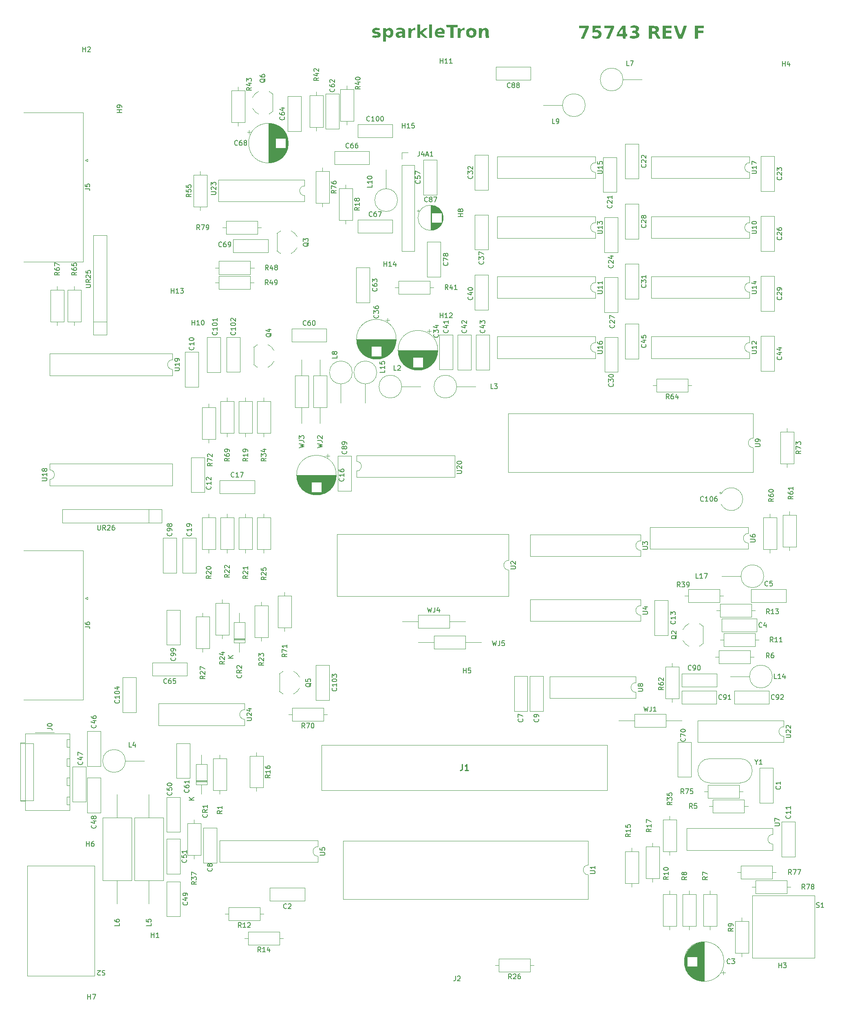
<source format=gbr>
%TF.GenerationSoftware,KiCad,Pcbnew,6.0.11-2627ca5db0~126~ubuntu22.04.1*%
%TF.CreationDate,2023-04-08T12:33:41-04:00*%
%TF.ProjectId,coleco_original_main_only,636f6c65-636f-45f6-9f72-6967696e616c,DEV*%
%TF.SameCoordinates,Original*%
%TF.FileFunction,Legend,Top*%
%TF.FilePolarity,Positive*%
%FSLAX46Y46*%
G04 Gerber Fmt 4.6, Leading zero omitted, Abs format (unit mm)*
G04 Created by KiCad (PCBNEW 6.0.11-2627ca5db0~126~ubuntu22.04.1) date 2023-04-08 12:33:41*
%MOMM*%
%LPD*%
G01*
G04 APERTURE LIST*
%ADD10C,0.150000*%
%ADD11C,0.254000*%
%ADD12C,0.120000*%
%ADD13C,0.100000*%
G04 APERTURE END LIST*
D10*
%TO.C,R18*%
X94559229Y-56236706D02*
X94083039Y-56570039D01*
X94559229Y-56808134D02*
X93559229Y-56808134D01*
X93559229Y-56427182D01*
X93606849Y-56331944D01*
X93654468Y-56284325D01*
X93749706Y-56236706D01*
X93892563Y-56236706D01*
X93987801Y-56284325D01*
X94035420Y-56331944D01*
X94083039Y-56427182D01*
X94083039Y-56808134D01*
X94559229Y-55284325D02*
X94559229Y-55855753D01*
X94559229Y-55570039D02*
X93559229Y-55570039D01*
X93702087Y-55665277D01*
X93797325Y-55760515D01*
X93844944Y-55855753D01*
X93987801Y-54712896D02*
X93940182Y-54808134D01*
X93892563Y-54855753D01*
X93797325Y-54903372D01*
X93749706Y-54903372D01*
X93654468Y-54855753D01*
X93606849Y-54808134D01*
X93559229Y-54712896D01*
X93559229Y-54522420D01*
X93606849Y-54427182D01*
X93654468Y-54379563D01*
X93749706Y-54331944D01*
X93797325Y-54331944D01*
X93892563Y-54379563D01*
X93940182Y-54427182D01*
X93987801Y-54522420D01*
X93987801Y-54712896D01*
X94035420Y-54808134D01*
X94083039Y-54855753D01*
X94178277Y-54903372D01*
X94368753Y-54903372D01*
X94463991Y-54855753D01*
X94511610Y-54808134D01*
X94559229Y-54712896D01*
X94559229Y-54522420D01*
X94511610Y-54427182D01*
X94463991Y-54379563D01*
X94368753Y-54331944D01*
X94178277Y-54331944D01*
X94083039Y-54379563D01*
X94035420Y-54427182D01*
X93987801Y-54522420D01*
%TO.C,WJ2*%
X85855229Y-106155563D02*
X86855229Y-105917468D01*
X86140944Y-105726991D01*
X86855229Y-105536515D01*
X85855229Y-105298420D01*
X85855229Y-104631753D02*
X86569515Y-104631753D01*
X86712372Y-104679372D01*
X86807610Y-104774610D01*
X86855229Y-104917468D01*
X86855229Y-105012706D01*
X85950468Y-104203182D02*
X85902849Y-104155563D01*
X85855229Y-104060325D01*
X85855229Y-103822229D01*
X85902849Y-103726991D01*
X85950468Y-103679372D01*
X86045706Y-103631753D01*
X86140944Y-103631753D01*
X86283801Y-103679372D01*
X86855229Y-104250801D01*
X86855229Y-103631753D01*
%TO.C,C42*%
X116731991Y-81636706D02*
X116779610Y-81684325D01*
X116827229Y-81827182D01*
X116827229Y-81922420D01*
X116779610Y-82065277D01*
X116684372Y-82160515D01*
X116589134Y-82208134D01*
X116398658Y-82255753D01*
X116255801Y-82255753D01*
X116065325Y-82208134D01*
X115970087Y-82160515D01*
X115874849Y-82065277D01*
X115827229Y-81922420D01*
X115827229Y-81827182D01*
X115874849Y-81684325D01*
X115922468Y-81636706D01*
X116160563Y-80779563D02*
X116827229Y-80779563D01*
X115779610Y-81017658D02*
X116493896Y-81255753D01*
X116493896Y-80636706D01*
X115922468Y-80303372D02*
X115874849Y-80255753D01*
X115827229Y-80160515D01*
X115827229Y-79922420D01*
X115874849Y-79827182D01*
X115922468Y-79779563D01*
X116017706Y-79731944D01*
X116112944Y-79731944D01*
X116255801Y-79779563D01*
X116827229Y-80350991D01*
X116827229Y-79731944D01*
%TO.C,R48*%
X75633991Y-69220229D02*
X75300658Y-68744039D01*
X75062563Y-69220229D02*
X75062563Y-68220229D01*
X75443515Y-68220229D01*
X75538753Y-68267849D01*
X75586372Y-68315468D01*
X75633991Y-68410706D01*
X75633991Y-68553563D01*
X75586372Y-68648801D01*
X75538753Y-68696420D01*
X75443515Y-68744039D01*
X75062563Y-68744039D01*
X76491134Y-68553563D02*
X76491134Y-69220229D01*
X76253039Y-68172610D02*
X76014944Y-68886896D01*
X76633991Y-68886896D01*
X77157801Y-68648801D02*
X77062563Y-68601182D01*
X77014944Y-68553563D01*
X76967325Y-68458325D01*
X76967325Y-68410706D01*
X77014944Y-68315468D01*
X77062563Y-68267849D01*
X77157801Y-68220229D01*
X77348277Y-68220229D01*
X77443515Y-68267849D01*
X77491134Y-68315468D01*
X77538753Y-68410706D01*
X77538753Y-68458325D01*
X77491134Y-68553563D01*
X77443515Y-68601182D01*
X77348277Y-68648801D01*
X77157801Y-68648801D01*
X77062563Y-68696420D01*
X77014944Y-68744039D01*
X76967325Y-68839277D01*
X76967325Y-69029753D01*
X77014944Y-69124991D01*
X77062563Y-69172610D01*
X77157801Y-69220229D01*
X77348277Y-69220229D01*
X77443515Y-69172610D01*
X77491134Y-69124991D01*
X77538753Y-69029753D01*
X77538753Y-68839277D01*
X77491134Y-68744039D01*
X77443515Y-68696420D01*
X77348277Y-68648801D01*
%TO.C,L5*%
X51295229Y-204858515D02*
X51295229Y-205334706D01*
X50295229Y-205334706D01*
X50295229Y-204048991D02*
X50295229Y-204525182D01*
X50771420Y-204572801D01*
X50723801Y-204525182D01*
X50676182Y-204429944D01*
X50676182Y-204191849D01*
X50723801Y-204096610D01*
X50771420Y-204048991D01*
X50866658Y-204001372D01*
X51104753Y-204001372D01*
X51199991Y-204048991D01*
X51247610Y-204096610D01*
X51295229Y-204191849D01*
X51295229Y-204429944D01*
X51247610Y-204525182D01*
X51199991Y-204572801D01*
%TO.C,R22*%
X67551229Y-132436706D02*
X67075039Y-132770039D01*
X67551229Y-133008134D02*
X66551229Y-133008134D01*
X66551229Y-132627182D01*
X66598849Y-132531944D01*
X66646468Y-132484325D01*
X66741706Y-132436706D01*
X66884563Y-132436706D01*
X66979801Y-132484325D01*
X67027420Y-132531944D01*
X67075039Y-132627182D01*
X67075039Y-133008134D01*
X66646468Y-132055753D02*
X66598849Y-132008134D01*
X66551229Y-131912896D01*
X66551229Y-131674801D01*
X66598849Y-131579563D01*
X66646468Y-131531944D01*
X66741706Y-131484325D01*
X66836944Y-131484325D01*
X66979801Y-131531944D01*
X67551229Y-132103372D01*
X67551229Y-131484325D01*
X66646468Y-131103372D02*
X66598849Y-131055753D01*
X66551229Y-130960515D01*
X66551229Y-130722420D01*
X66598849Y-130627182D01*
X66646468Y-130579563D01*
X66741706Y-130531944D01*
X66836944Y-130531944D01*
X66979801Y-130579563D01*
X67551229Y-131150991D01*
X67551229Y-130531944D01*
%TO.C,L14*%
X181263991Y-154090229D02*
X180787801Y-154090229D01*
X180787801Y-153090229D01*
X182121134Y-154090229D02*
X181549706Y-154090229D01*
X181835420Y-154090229D02*
X181835420Y-153090229D01*
X181740182Y-153233087D01*
X181644944Y-153328325D01*
X181549706Y-153375944D01*
X182978277Y-153423563D02*
X182978277Y-154090229D01*
X182740182Y-153042610D02*
X182502087Y-153756896D01*
X183121134Y-153756896D01*
%TO.C,C89*%
X91839991Y-106782706D02*
X91887610Y-106830325D01*
X91935229Y-106973182D01*
X91935229Y-107068420D01*
X91887610Y-107211277D01*
X91792372Y-107306515D01*
X91697134Y-107354134D01*
X91506658Y-107401753D01*
X91363801Y-107401753D01*
X91173325Y-107354134D01*
X91078087Y-107306515D01*
X90982849Y-107211277D01*
X90935229Y-107068420D01*
X90935229Y-106973182D01*
X90982849Y-106830325D01*
X91030468Y-106782706D01*
X91363801Y-106211277D02*
X91316182Y-106306515D01*
X91268563Y-106354134D01*
X91173325Y-106401753D01*
X91125706Y-106401753D01*
X91030468Y-106354134D01*
X90982849Y-106306515D01*
X90935229Y-106211277D01*
X90935229Y-106020801D01*
X90982849Y-105925563D01*
X91030468Y-105877944D01*
X91125706Y-105830325D01*
X91173325Y-105830325D01*
X91268563Y-105877944D01*
X91316182Y-105925563D01*
X91363801Y-106020801D01*
X91363801Y-106211277D01*
X91411420Y-106306515D01*
X91459039Y-106354134D01*
X91554277Y-106401753D01*
X91744753Y-106401753D01*
X91839991Y-106354134D01*
X91887610Y-106306515D01*
X91935229Y-106211277D01*
X91935229Y-106020801D01*
X91887610Y-105925563D01*
X91839991Y-105877944D01*
X91744753Y-105830325D01*
X91554277Y-105830325D01*
X91459039Y-105877944D01*
X91411420Y-105925563D01*
X91363801Y-106020801D01*
X91935229Y-105354134D02*
X91935229Y-105163658D01*
X91887610Y-105068420D01*
X91839991Y-105020801D01*
X91697134Y-104925563D01*
X91506658Y-104877944D01*
X91125706Y-104877944D01*
X91030468Y-104925563D01*
X90982849Y-104973182D01*
X90935229Y-105068420D01*
X90935229Y-105258896D01*
X90982849Y-105354134D01*
X91030468Y-105401753D01*
X91125706Y-105449372D01*
X91363801Y-105449372D01*
X91459039Y-105401753D01*
X91506658Y-105354134D01*
X91554277Y-105258896D01*
X91554277Y-105068420D01*
X91506658Y-104973182D01*
X91459039Y-104925563D01*
X91363801Y-104877944D01*
%TO.C,U15*%
X144050229Y-49196944D02*
X144859753Y-49196944D01*
X144954991Y-49149325D01*
X145002610Y-49101706D01*
X145050229Y-49006468D01*
X145050229Y-48815991D01*
X145002610Y-48720753D01*
X144954991Y-48673134D01*
X144859753Y-48625515D01*
X144050229Y-48625515D01*
X145050229Y-47625515D02*
X145050229Y-48196944D01*
X145050229Y-47911229D02*
X144050229Y-47911229D01*
X144193087Y-48006468D01*
X144288325Y-48101706D01*
X144335944Y-48196944D01*
X144050229Y-46720753D02*
X144050229Y-47196944D01*
X144526420Y-47244563D01*
X144478801Y-47196944D01*
X144431182Y-47101706D01*
X144431182Y-46863610D01*
X144478801Y-46768372D01*
X144526420Y-46720753D01*
X144621658Y-46673134D01*
X144859753Y-46673134D01*
X144954991Y-46720753D01*
X145002610Y-46768372D01*
X145050229Y-46863610D01*
X145050229Y-47101706D01*
X145002610Y-47196944D01*
X144954991Y-47244563D01*
%TO.C,R9*%
X172199229Y-205874515D02*
X171723039Y-206207849D01*
X172199229Y-206445944D02*
X171199229Y-206445944D01*
X171199229Y-206064991D01*
X171246849Y-205969753D01*
X171294468Y-205922134D01*
X171389706Y-205874515D01*
X171532563Y-205874515D01*
X171627801Y-205922134D01*
X171675420Y-205969753D01*
X171723039Y-206064991D01*
X171723039Y-206445944D01*
X172199229Y-205398325D02*
X172199229Y-205207849D01*
X172151610Y-205112610D01*
X172103991Y-205064991D01*
X171961134Y-204969753D01*
X171770658Y-204922134D01*
X171389706Y-204922134D01*
X171294468Y-204969753D01*
X171246849Y-205017372D01*
X171199229Y-205112610D01*
X171199229Y-205303087D01*
X171246849Y-205398325D01*
X171294468Y-205445944D01*
X171389706Y-205493563D01*
X171627801Y-205493563D01*
X171723039Y-205445944D01*
X171770658Y-205398325D01*
X171818277Y-205303087D01*
X171818277Y-205112610D01*
X171770658Y-205017372D01*
X171723039Y-204969753D01*
X171627801Y-204922134D01*
%TO.C,C65*%
X54517991Y-154970991D02*
X54470372Y-155018610D01*
X54327515Y-155066229D01*
X54232277Y-155066229D01*
X54089420Y-155018610D01*
X53994182Y-154923372D01*
X53946563Y-154828134D01*
X53898944Y-154637658D01*
X53898944Y-154494801D01*
X53946563Y-154304325D01*
X53994182Y-154209087D01*
X54089420Y-154113849D01*
X54232277Y-154066229D01*
X54327515Y-154066229D01*
X54470372Y-154113849D01*
X54517991Y-154161468D01*
X55375134Y-154066229D02*
X55184658Y-154066229D01*
X55089420Y-154113849D01*
X55041801Y-154161468D01*
X54946563Y-154304325D01*
X54898944Y-154494801D01*
X54898944Y-154875753D01*
X54946563Y-154970991D01*
X54994182Y-155018610D01*
X55089420Y-155066229D01*
X55279896Y-155066229D01*
X55375134Y-155018610D01*
X55422753Y-154970991D01*
X55470372Y-154875753D01*
X55470372Y-154637658D01*
X55422753Y-154542420D01*
X55375134Y-154494801D01*
X55279896Y-154447182D01*
X55089420Y-154447182D01*
X54994182Y-154494801D01*
X54946563Y-154542420D01*
X54898944Y-154637658D01*
X56375134Y-154066229D02*
X55898944Y-154066229D01*
X55851325Y-154542420D01*
X55898944Y-154494801D01*
X55994182Y-154447182D01*
X56232277Y-154447182D01*
X56327515Y-154494801D01*
X56375134Y-154542420D01*
X56422753Y-154637658D01*
X56422753Y-154875753D01*
X56375134Y-154970991D01*
X56327515Y-155018610D01*
X56232277Y-155066229D01*
X55994182Y-155066229D01*
X55898944Y-155018610D01*
X55851325Y-154970991D01*
%TO.C,C91*%
X169833991Y-158312991D02*
X169786372Y-158360610D01*
X169643515Y-158408229D01*
X169548277Y-158408229D01*
X169405420Y-158360610D01*
X169310182Y-158265372D01*
X169262563Y-158170134D01*
X169214944Y-157979658D01*
X169214944Y-157836801D01*
X169262563Y-157646325D01*
X169310182Y-157551087D01*
X169405420Y-157455849D01*
X169548277Y-157408229D01*
X169643515Y-157408229D01*
X169786372Y-157455849D01*
X169833991Y-157503468D01*
X170310182Y-158408229D02*
X170500658Y-158408229D01*
X170595896Y-158360610D01*
X170643515Y-158312991D01*
X170738753Y-158170134D01*
X170786372Y-157979658D01*
X170786372Y-157598706D01*
X170738753Y-157503468D01*
X170691134Y-157455849D01*
X170595896Y-157408229D01*
X170405420Y-157408229D01*
X170310182Y-157455849D01*
X170262563Y-157503468D01*
X170214944Y-157598706D01*
X170214944Y-157836801D01*
X170262563Y-157932039D01*
X170310182Y-157979658D01*
X170405420Y-158027277D01*
X170595896Y-158027277D01*
X170691134Y-157979658D01*
X170738753Y-157932039D01*
X170786372Y-157836801D01*
X171738753Y-158408229D02*
X171167325Y-158408229D01*
X171453039Y-158408229D02*
X171453039Y-157408229D01*
X171357801Y-157551087D01*
X171262563Y-157646325D01*
X171167325Y-157693944D01*
%TO.C,R42*%
X86093229Y-29312706D02*
X85617039Y-29646039D01*
X86093229Y-29884134D02*
X85093229Y-29884134D01*
X85093229Y-29503182D01*
X85140849Y-29407944D01*
X85188468Y-29360325D01*
X85283706Y-29312706D01*
X85426563Y-29312706D01*
X85521801Y-29360325D01*
X85569420Y-29407944D01*
X85617039Y-29503182D01*
X85617039Y-29884134D01*
X85426563Y-28455563D02*
X86093229Y-28455563D01*
X85045610Y-28693658D02*
X85759896Y-28931753D01*
X85759896Y-28312706D01*
X85188468Y-27979372D02*
X85140849Y-27931753D01*
X85093229Y-27836515D01*
X85093229Y-27598420D01*
X85140849Y-27503182D01*
X85188468Y-27455563D01*
X85283706Y-27407944D01*
X85378944Y-27407944D01*
X85521801Y-27455563D01*
X86093229Y-28026991D01*
X86093229Y-27407944D01*
%TO.C,R67*%
X32245229Y-69698706D02*
X31769039Y-70032039D01*
X32245229Y-70270134D02*
X31245229Y-70270134D01*
X31245229Y-69889182D01*
X31292849Y-69793944D01*
X31340468Y-69746325D01*
X31435706Y-69698706D01*
X31578563Y-69698706D01*
X31673801Y-69746325D01*
X31721420Y-69793944D01*
X31769039Y-69889182D01*
X31769039Y-70270134D01*
X31245229Y-68841563D02*
X31245229Y-69032039D01*
X31292849Y-69127277D01*
X31340468Y-69174896D01*
X31483325Y-69270134D01*
X31673801Y-69317753D01*
X32054753Y-69317753D01*
X32149991Y-69270134D01*
X32197610Y-69222515D01*
X32245229Y-69127277D01*
X32245229Y-68936801D01*
X32197610Y-68841563D01*
X32149991Y-68793944D01*
X32054753Y-68746325D01*
X31816658Y-68746325D01*
X31721420Y-68793944D01*
X31673801Y-68841563D01*
X31626182Y-68936801D01*
X31626182Y-69127277D01*
X31673801Y-69222515D01*
X31721420Y-69270134D01*
X31816658Y-69317753D01*
X31245229Y-68412991D02*
X31245229Y-67746325D01*
X32245229Y-68174896D01*
%TO.C,U24*%
X71167229Y-162749944D02*
X71976753Y-162749944D01*
X72071991Y-162702325D01*
X72119610Y-162654706D01*
X72167229Y-162559468D01*
X72167229Y-162368991D01*
X72119610Y-162273753D01*
X72071991Y-162226134D01*
X71976753Y-162178515D01*
X71167229Y-162178515D01*
X71262468Y-161749944D02*
X71214849Y-161702325D01*
X71167229Y-161607087D01*
X71167229Y-161368991D01*
X71214849Y-161273753D01*
X71262468Y-161226134D01*
X71357706Y-161178515D01*
X71452944Y-161178515D01*
X71595801Y-161226134D01*
X72167229Y-161797563D01*
X72167229Y-161178515D01*
X71500563Y-160321372D02*
X72167229Y-160321372D01*
X71119610Y-160559468D02*
X71833896Y-160797563D01*
X71833896Y-160178515D01*
%TO.C,U17*%
X176084229Y-49196944D02*
X176893753Y-49196944D01*
X176988991Y-49149325D01*
X177036610Y-49101706D01*
X177084229Y-49006468D01*
X177084229Y-48815991D01*
X177036610Y-48720753D01*
X176988991Y-48673134D01*
X176893753Y-48625515D01*
X176084229Y-48625515D01*
X177084229Y-47625515D02*
X177084229Y-48196944D01*
X177084229Y-47911229D02*
X176084229Y-47911229D01*
X176227087Y-48006468D01*
X176322325Y-48101706D01*
X176369944Y-48196944D01*
X176084229Y-47292182D02*
X176084229Y-46625515D01*
X177084229Y-47054087D01*
%TO.C,H10*%
X59798753Y-80650229D02*
X59798753Y-79650229D01*
X59798753Y-80126420D02*
X60370182Y-80126420D01*
X60370182Y-80650229D02*
X60370182Y-79650229D01*
X61370182Y-80650229D02*
X60798753Y-80650229D01*
X61084468Y-80650229D02*
X61084468Y-79650229D01*
X60989229Y-79793087D01*
X60893991Y-79888325D01*
X60798753Y-79935944D01*
X61989229Y-79650229D02*
X62084468Y-79650229D01*
X62179706Y-79697849D01*
X62227325Y-79745468D01*
X62274944Y-79840706D01*
X62322563Y-80031182D01*
X62322563Y-80269277D01*
X62274944Y-80459753D01*
X62227325Y-80554991D01*
X62179706Y-80602610D01*
X62084468Y-80650229D01*
X61989229Y-80650229D01*
X61893991Y-80602610D01*
X61846372Y-80554991D01*
X61798753Y-80459753D01*
X61751134Y-80269277D01*
X61751134Y-80031182D01*
X61798753Y-79840706D01*
X61846372Y-79745468D01*
X61893991Y-79697849D01*
X61989229Y-79650229D01*
%TO.C,R15*%
X150863229Y-186284706D02*
X150387039Y-186618039D01*
X150863229Y-186856134D02*
X149863229Y-186856134D01*
X149863229Y-186475182D01*
X149910849Y-186379944D01*
X149958468Y-186332325D01*
X150053706Y-186284706D01*
X150196563Y-186284706D01*
X150291801Y-186332325D01*
X150339420Y-186379944D01*
X150387039Y-186475182D01*
X150387039Y-186856134D01*
X150863229Y-185332325D02*
X150863229Y-185903753D01*
X150863229Y-185618039D02*
X149863229Y-185618039D01*
X150006087Y-185713277D01*
X150101325Y-185808515D01*
X150148944Y-185903753D01*
X149863229Y-184427563D02*
X149863229Y-184903753D01*
X150339420Y-184951372D01*
X150291801Y-184903753D01*
X150244182Y-184808515D01*
X150244182Y-184570420D01*
X150291801Y-184475182D01*
X150339420Y-184427563D01*
X150434658Y-184379944D01*
X150672753Y-184379944D01*
X150767991Y-184427563D01*
X150815610Y-184475182D01*
X150863229Y-184570420D01*
X150863229Y-184808515D01*
X150815610Y-184903753D01*
X150767991Y-184951372D01*
%TO.C,H9*%
X45199229Y-36543753D02*
X44199229Y-36543753D01*
X44675420Y-36543753D02*
X44675420Y-35972325D01*
X45199229Y-35972325D02*
X44199229Y-35972325D01*
X45199229Y-35448515D02*
X45199229Y-35258039D01*
X45151610Y-35162801D01*
X45103991Y-35115182D01*
X44961134Y-35019944D01*
X44770658Y-34972325D01*
X44389706Y-34972325D01*
X44294468Y-35019944D01*
X44246849Y-35067563D01*
X44199229Y-35162801D01*
X44199229Y-35353277D01*
X44246849Y-35448515D01*
X44294468Y-35496134D01*
X44389706Y-35543753D01*
X44627801Y-35543753D01*
X44723039Y-35496134D01*
X44770658Y-35448515D01*
X44818277Y-35353277D01*
X44818277Y-35162801D01*
X44770658Y-35067563D01*
X44723039Y-35019944D01*
X44627801Y-34972325D01*
%TO.C,R25*%
X75171229Y-132944706D02*
X74695039Y-133278039D01*
X75171229Y-133516134D02*
X74171229Y-133516134D01*
X74171229Y-133135182D01*
X74218849Y-133039944D01*
X74266468Y-132992325D01*
X74361706Y-132944706D01*
X74504563Y-132944706D01*
X74599801Y-132992325D01*
X74647420Y-133039944D01*
X74695039Y-133135182D01*
X74695039Y-133516134D01*
X74266468Y-132563753D02*
X74218849Y-132516134D01*
X74171229Y-132420896D01*
X74171229Y-132182801D01*
X74218849Y-132087563D01*
X74266468Y-132039944D01*
X74361706Y-131992325D01*
X74456944Y-131992325D01*
X74599801Y-132039944D01*
X75171229Y-132611372D01*
X75171229Y-131992325D01*
X74171229Y-131087563D02*
X74171229Y-131563753D01*
X74647420Y-131611372D01*
X74599801Y-131563753D01*
X74552182Y-131468515D01*
X74552182Y-131230420D01*
X74599801Y-131135182D01*
X74647420Y-131087563D01*
X74742658Y-131039944D01*
X74980753Y-131039944D01*
X75075991Y-131087563D01*
X75123610Y-131135182D01*
X75171229Y-131230420D01*
X75171229Y-131468515D01*
X75123610Y-131563753D01*
X75075991Y-131611372D01*
%TO.C,C57*%
X107119991Y-50648706D02*
X107167610Y-50696325D01*
X107215229Y-50839182D01*
X107215229Y-50934420D01*
X107167610Y-51077277D01*
X107072372Y-51172515D01*
X106977134Y-51220134D01*
X106786658Y-51267753D01*
X106643801Y-51267753D01*
X106453325Y-51220134D01*
X106358087Y-51172515D01*
X106262849Y-51077277D01*
X106215229Y-50934420D01*
X106215229Y-50839182D01*
X106262849Y-50696325D01*
X106310468Y-50648706D01*
X106215229Y-49743944D02*
X106215229Y-50220134D01*
X106691420Y-50267753D01*
X106643801Y-50220134D01*
X106596182Y-50124896D01*
X106596182Y-49886801D01*
X106643801Y-49791563D01*
X106691420Y-49743944D01*
X106786658Y-49696325D01*
X107024753Y-49696325D01*
X107119991Y-49743944D01*
X107167610Y-49791563D01*
X107215229Y-49886801D01*
X107215229Y-50124896D01*
X107167610Y-50220134D01*
X107119991Y-50267753D01*
X106215229Y-49362991D02*
X106215229Y-48696325D01*
X107215229Y-49124896D01*
%TO.C,U10*%
X176084229Y-61647944D02*
X176893753Y-61647944D01*
X176988991Y-61600325D01*
X177036610Y-61552706D01*
X177084229Y-61457468D01*
X177084229Y-61266991D01*
X177036610Y-61171753D01*
X176988991Y-61124134D01*
X176893753Y-61076515D01*
X176084229Y-61076515D01*
X177084229Y-60076515D02*
X177084229Y-60647944D01*
X177084229Y-60362229D02*
X176084229Y-60362229D01*
X176227087Y-60457468D01*
X176322325Y-60552706D01*
X176369944Y-60647944D01*
X176084229Y-59457468D02*
X176084229Y-59362229D01*
X176131849Y-59266991D01*
X176179468Y-59219372D01*
X176274706Y-59171753D01*
X176465182Y-59124134D01*
X176703277Y-59124134D01*
X176893753Y-59171753D01*
X176988991Y-59219372D01*
X177036610Y-59266991D01*
X177084229Y-59362229D01*
X177084229Y-59457468D01*
X177036610Y-59552706D01*
X176988991Y-59600325D01*
X176893753Y-59647944D01*
X176703277Y-59695563D01*
X176465182Y-59695563D01*
X176274706Y-59647944D01*
X176179468Y-59600325D01*
X176131849Y-59552706D01*
X176084229Y-59457468D01*
%TO.C,R21*%
X71361229Y-132690706D02*
X70885039Y-133024039D01*
X71361229Y-133262134D02*
X70361229Y-133262134D01*
X70361229Y-132881182D01*
X70408849Y-132785944D01*
X70456468Y-132738325D01*
X70551706Y-132690706D01*
X70694563Y-132690706D01*
X70789801Y-132738325D01*
X70837420Y-132785944D01*
X70885039Y-132881182D01*
X70885039Y-133262134D01*
X70456468Y-132309753D02*
X70408849Y-132262134D01*
X70361229Y-132166896D01*
X70361229Y-131928801D01*
X70408849Y-131833563D01*
X70456468Y-131785944D01*
X70551706Y-131738325D01*
X70646944Y-131738325D01*
X70789801Y-131785944D01*
X71361229Y-132357372D01*
X71361229Y-131738325D01*
X71361229Y-130785944D02*
X71361229Y-131357372D01*
X71361229Y-131071658D02*
X70361229Y-131071658D01*
X70504087Y-131166896D01*
X70599325Y-131262134D01*
X70646944Y-131357372D01*
%TO.C,C67*%
X97189991Y-58022991D02*
X97142372Y-58070610D01*
X96999515Y-58118229D01*
X96904277Y-58118229D01*
X96761420Y-58070610D01*
X96666182Y-57975372D01*
X96618563Y-57880134D01*
X96570944Y-57689658D01*
X96570944Y-57546801D01*
X96618563Y-57356325D01*
X96666182Y-57261087D01*
X96761420Y-57165849D01*
X96904277Y-57118229D01*
X96999515Y-57118229D01*
X97142372Y-57165849D01*
X97189991Y-57213468D01*
X98047134Y-57118229D02*
X97856658Y-57118229D01*
X97761420Y-57165849D01*
X97713801Y-57213468D01*
X97618563Y-57356325D01*
X97570944Y-57546801D01*
X97570944Y-57927753D01*
X97618563Y-58022991D01*
X97666182Y-58070610D01*
X97761420Y-58118229D01*
X97951896Y-58118229D01*
X98047134Y-58070610D01*
X98094753Y-58022991D01*
X98142372Y-57927753D01*
X98142372Y-57689658D01*
X98094753Y-57594420D01*
X98047134Y-57546801D01*
X97951896Y-57499182D01*
X97761420Y-57499182D01*
X97666182Y-57546801D01*
X97618563Y-57594420D01*
X97570944Y-57689658D01*
X98475706Y-57118229D02*
X99142372Y-57118229D01*
X98713801Y-58118229D01*
%TO.C,WJ4*%
X108739134Y-139290229D02*
X108977229Y-140290229D01*
X109167706Y-139575944D01*
X109358182Y-140290229D01*
X109596277Y-139290229D01*
X110262944Y-139290229D02*
X110262944Y-140004515D01*
X110215325Y-140147372D01*
X110120087Y-140242610D01*
X109977229Y-140290229D01*
X109881991Y-140290229D01*
X111167706Y-139623563D02*
X111167706Y-140290229D01*
X110929610Y-139242610D02*
X110691515Y-139956896D01*
X111310563Y-139956896D01*
%TO.C,C103*%
X89767991Y-156026896D02*
X89815610Y-156074515D01*
X89863229Y-156217372D01*
X89863229Y-156312610D01*
X89815610Y-156455468D01*
X89720372Y-156550706D01*
X89625134Y-156598325D01*
X89434658Y-156645944D01*
X89291801Y-156645944D01*
X89101325Y-156598325D01*
X89006087Y-156550706D01*
X88910849Y-156455468D01*
X88863229Y-156312610D01*
X88863229Y-156217372D01*
X88910849Y-156074515D01*
X88958468Y-156026896D01*
X89863229Y-155074515D02*
X89863229Y-155645944D01*
X89863229Y-155360229D02*
X88863229Y-155360229D01*
X89006087Y-155455468D01*
X89101325Y-155550706D01*
X89148944Y-155645944D01*
X88863229Y-154455468D02*
X88863229Y-154360229D01*
X88910849Y-154264991D01*
X88958468Y-154217372D01*
X89053706Y-154169753D01*
X89244182Y-154122134D01*
X89482277Y-154122134D01*
X89672753Y-154169753D01*
X89767991Y-154217372D01*
X89815610Y-154264991D01*
X89863229Y-154360229D01*
X89863229Y-154455468D01*
X89815610Y-154550706D01*
X89767991Y-154598325D01*
X89672753Y-154645944D01*
X89482277Y-154693563D01*
X89244182Y-154693563D01*
X89053706Y-154645944D01*
X88958468Y-154598325D01*
X88910849Y-154550706D01*
X88863229Y-154455468D01*
X88863229Y-153788801D02*
X88863229Y-153169753D01*
X89244182Y-153503087D01*
X89244182Y-153360229D01*
X89291801Y-153264991D01*
X89339420Y-153217372D01*
X89434658Y-153169753D01*
X89672753Y-153169753D01*
X89767991Y-153217372D01*
X89815610Y-153264991D01*
X89863229Y-153360229D01*
X89863229Y-153645944D01*
X89815610Y-153741182D01*
X89767991Y-153788801D01*
%TO.C,U18*%
X28661229Y-112965944D02*
X29470753Y-112965944D01*
X29565991Y-112918325D01*
X29613610Y-112870706D01*
X29661229Y-112775468D01*
X29661229Y-112584991D01*
X29613610Y-112489753D01*
X29565991Y-112442134D01*
X29470753Y-112394515D01*
X28661229Y-112394515D01*
X29661229Y-111394515D02*
X29661229Y-111965944D01*
X29661229Y-111680229D02*
X28661229Y-111680229D01*
X28804087Y-111775468D01*
X28899325Y-111870706D01*
X28946944Y-111965944D01*
X29089801Y-110823087D02*
X29042182Y-110918325D01*
X28994563Y-110965944D01*
X28899325Y-111013563D01*
X28851706Y-111013563D01*
X28756468Y-110965944D01*
X28708849Y-110918325D01*
X28661229Y-110823087D01*
X28661229Y-110632610D01*
X28708849Y-110537372D01*
X28756468Y-110489753D01*
X28851706Y-110442134D01*
X28899325Y-110442134D01*
X28994563Y-110489753D01*
X29042182Y-110537372D01*
X29089801Y-110632610D01*
X29089801Y-110823087D01*
X29137420Y-110918325D01*
X29185039Y-110965944D01*
X29280277Y-111013563D01*
X29470753Y-111013563D01*
X29565991Y-110965944D01*
X29613610Y-110918325D01*
X29661229Y-110823087D01*
X29661229Y-110632610D01*
X29613610Y-110537372D01*
X29565991Y-110489753D01*
X29470753Y-110442134D01*
X29280277Y-110442134D01*
X29185039Y-110489753D01*
X29137420Y-110537372D01*
X29089801Y-110632610D01*
%TO.C,R75*%
X161959991Y-177966229D02*
X161626658Y-177490039D01*
X161388563Y-177966229D02*
X161388563Y-176966229D01*
X161769515Y-176966229D01*
X161864753Y-177013849D01*
X161912372Y-177061468D01*
X161959991Y-177156706D01*
X161959991Y-177299563D01*
X161912372Y-177394801D01*
X161864753Y-177442420D01*
X161769515Y-177490039D01*
X161388563Y-177490039D01*
X162293325Y-176966229D02*
X162959991Y-176966229D01*
X162531420Y-177966229D01*
X163817134Y-176966229D02*
X163340944Y-176966229D01*
X163293325Y-177442420D01*
X163340944Y-177394801D01*
X163436182Y-177347182D01*
X163674277Y-177347182D01*
X163769515Y-177394801D01*
X163817134Y-177442420D01*
X163864753Y-177537658D01*
X163864753Y-177775753D01*
X163817134Y-177870991D01*
X163769515Y-177918610D01*
X163674277Y-177966229D01*
X163436182Y-177966229D01*
X163340944Y-177918610D01*
X163293325Y-177870991D01*
%TO.C,C7*%
X128449991Y-162440515D02*
X128497610Y-162488134D01*
X128545229Y-162630991D01*
X128545229Y-162726229D01*
X128497610Y-162869087D01*
X128402372Y-162964325D01*
X128307134Y-163011944D01*
X128116658Y-163059563D01*
X127973801Y-163059563D01*
X127783325Y-163011944D01*
X127688087Y-162964325D01*
X127592849Y-162869087D01*
X127545229Y-162726229D01*
X127545229Y-162630991D01*
X127592849Y-162488134D01*
X127640468Y-162440515D01*
X127545229Y-162107182D02*
X127545229Y-161440515D01*
X128545229Y-161869087D01*
%TO.C,C88*%
X125891991Y-31272991D02*
X125844372Y-31320610D01*
X125701515Y-31368229D01*
X125606277Y-31368229D01*
X125463420Y-31320610D01*
X125368182Y-31225372D01*
X125320563Y-31130134D01*
X125272944Y-30939658D01*
X125272944Y-30796801D01*
X125320563Y-30606325D01*
X125368182Y-30511087D01*
X125463420Y-30415849D01*
X125606277Y-30368229D01*
X125701515Y-30368229D01*
X125844372Y-30415849D01*
X125891991Y-30463468D01*
X126463420Y-30796801D02*
X126368182Y-30749182D01*
X126320563Y-30701563D01*
X126272944Y-30606325D01*
X126272944Y-30558706D01*
X126320563Y-30463468D01*
X126368182Y-30415849D01*
X126463420Y-30368229D01*
X126653896Y-30368229D01*
X126749134Y-30415849D01*
X126796753Y-30463468D01*
X126844372Y-30558706D01*
X126844372Y-30606325D01*
X126796753Y-30701563D01*
X126749134Y-30749182D01*
X126653896Y-30796801D01*
X126463420Y-30796801D01*
X126368182Y-30844420D01*
X126320563Y-30892039D01*
X126272944Y-30987277D01*
X126272944Y-31177753D01*
X126320563Y-31272991D01*
X126368182Y-31320610D01*
X126463420Y-31368229D01*
X126653896Y-31368229D01*
X126749134Y-31320610D01*
X126796753Y-31272991D01*
X126844372Y-31177753D01*
X126844372Y-30987277D01*
X126796753Y-30892039D01*
X126749134Y-30844420D01*
X126653896Y-30796801D01*
X127415801Y-30796801D02*
X127320563Y-30749182D01*
X127272944Y-30701563D01*
X127225325Y-30606325D01*
X127225325Y-30558706D01*
X127272944Y-30463468D01*
X127320563Y-30415849D01*
X127415801Y-30368229D01*
X127606277Y-30368229D01*
X127701515Y-30415849D01*
X127749134Y-30463468D01*
X127796753Y-30558706D01*
X127796753Y-30606325D01*
X127749134Y-30701563D01*
X127701515Y-30749182D01*
X127606277Y-30796801D01*
X127415801Y-30796801D01*
X127320563Y-30844420D01*
X127272944Y-30892039D01*
X127225325Y-30987277D01*
X127225325Y-31177753D01*
X127272944Y-31272991D01*
X127320563Y-31320610D01*
X127415801Y-31368229D01*
X127606277Y-31368229D01*
X127701515Y-31320610D01*
X127749134Y-31272991D01*
X127796753Y-31177753D01*
X127796753Y-30987277D01*
X127749134Y-30892039D01*
X127701515Y-30844420D01*
X127606277Y-30796801D01*
%TO.C,R13*%
X179739991Y-140628229D02*
X179406658Y-140152039D01*
X179168563Y-140628229D02*
X179168563Y-139628229D01*
X179549515Y-139628229D01*
X179644753Y-139675849D01*
X179692372Y-139723468D01*
X179739991Y-139818706D01*
X179739991Y-139961563D01*
X179692372Y-140056801D01*
X179644753Y-140104420D01*
X179549515Y-140152039D01*
X179168563Y-140152039D01*
X180692372Y-140628229D02*
X180120944Y-140628229D01*
X180406658Y-140628229D02*
X180406658Y-139628229D01*
X180311420Y-139771087D01*
X180216182Y-139866325D01*
X180120944Y-139913944D01*
X181025706Y-139628229D02*
X181644753Y-139628229D01*
X181311420Y-140009182D01*
X181454277Y-140009182D01*
X181549515Y-140056801D01*
X181597134Y-140104420D01*
X181644753Y-140199658D01*
X181644753Y-140437753D01*
X181597134Y-140532991D01*
X181549515Y-140580610D01*
X181454277Y-140628229D01*
X181168563Y-140628229D01*
X181073325Y-140580610D01*
X181025706Y-140532991D01*
%TO.C,C98*%
X55517991Y-123800706D02*
X55565610Y-123848325D01*
X55613229Y-123991182D01*
X55613229Y-124086420D01*
X55565610Y-124229277D01*
X55470372Y-124324515D01*
X55375134Y-124372134D01*
X55184658Y-124419753D01*
X55041801Y-124419753D01*
X54851325Y-124372134D01*
X54756087Y-124324515D01*
X54660849Y-124229277D01*
X54613229Y-124086420D01*
X54613229Y-123991182D01*
X54660849Y-123848325D01*
X54708468Y-123800706D01*
X55613229Y-123324515D02*
X55613229Y-123134039D01*
X55565610Y-123038801D01*
X55517991Y-122991182D01*
X55375134Y-122895944D01*
X55184658Y-122848325D01*
X54803706Y-122848325D01*
X54708468Y-122895944D01*
X54660849Y-122943563D01*
X54613229Y-123038801D01*
X54613229Y-123229277D01*
X54660849Y-123324515D01*
X54708468Y-123372134D01*
X54803706Y-123419753D01*
X55041801Y-123419753D01*
X55137039Y-123372134D01*
X55184658Y-123324515D01*
X55232277Y-123229277D01*
X55232277Y-123038801D01*
X55184658Y-122943563D01*
X55137039Y-122895944D01*
X55041801Y-122848325D01*
X55041801Y-122276896D02*
X54994182Y-122372134D01*
X54946563Y-122419753D01*
X54851325Y-122467372D01*
X54803706Y-122467372D01*
X54708468Y-122419753D01*
X54660849Y-122372134D01*
X54613229Y-122276896D01*
X54613229Y-122086420D01*
X54660849Y-121991182D01*
X54708468Y-121943563D01*
X54803706Y-121895944D01*
X54851325Y-121895944D01*
X54946563Y-121943563D01*
X54994182Y-121991182D01*
X55041801Y-122086420D01*
X55041801Y-122276896D01*
X55089420Y-122372134D01*
X55137039Y-122419753D01*
X55232277Y-122467372D01*
X55422753Y-122467372D01*
X55517991Y-122419753D01*
X55565610Y-122372134D01*
X55613229Y-122276896D01*
X55613229Y-122086420D01*
X55565610Y-121991182D01*
X55517991Y-121943563D01*
X55422753Y-121895944D01*
X55232277Y-121895944D01*
X55137039Y-121943563D01*
X55089420Y-121991182D01*
X55041801Y-122086420D01*
%TO.C,U6*%
X175800229Y-125682753D02*
X176609753Y-125682753D01*
X176704991Y-125635134D01*
X176752610Y-125587515D01*
X176800229Y-125492277D01*
X176800229Y-125301801D01*
X176752610Y-125206563D01*
X176704991Y-125158944D01*
X176609753Y-125111325D01*
X175800229Y-125111325D01*
X175800229Y-124206563D02*
X175800229Y-124397039D01*
X175847849Y-124492277D01*
X175895468Y-124539896D01*
X176038325Y-124635134D01*
X176228801Y-124682753D01*
X176609753Y-124682753D01*
X176704991Y-124635134D01*
X176752610Y-124587515D01*
X176800229Y-124492277D01*
X176800229Y-124301801D01*
X176752610Y-124206563D01*
X176704991Y-124158944D01*
X176609753Y-124111325D01*
X176371658Y-124111325D01*
X176276420Y-124158944D01*
X176228801Y-124206563D01*
X176181182Y-124301801D01*
X176181182Y-124492277D01*
X176228801Y-124587515D01*
X176276420Y-124635134D01*
X176371658Y-124682753D01*
%TO.C,R62*%
X157721229Y-155804706D02*
X157245039Y-156138039D01*
X157721229Y-156376134D02*
X156721229Y-156376134D01*
X156721229Y-155995182D01*
X156768849Y-155899944D01*
X156816468Y-155852325D01*
X156911706Y-155804706D01*
X157054563Y-155804706D01*
X157149801Y-155852325D01*
X157197420Y-155899944D01*
X157245039Y-155995182D01*
X157245039Y-156376134D01*
X156721229Y-154947563D02*
X156721229Y-155138039D01*
X156768849Y-155233277D01*
X156816468Y-155280896D01*
X156959325Y-155376134D01*
X157149801Y-155423753D01*
X157530753Y-155423753D01*
X157625991Y-155376134D01*
X157673610Y-155328515D01*
X157721229Y-155233277D01*
X157721229Y-155042801D01*
X157673610Y-154947563D01*
X157625991Y-154899944D01*
X157530753Y-154852325D01*
X157292658Y-154852325D01*
X157197420Y-154899944D01*
X157149801Y-154947563D01*
X157102182Y-155042801D01*
X157102182Y-155233277D01*
X157149801Y-155328515D01*
X157197420Y-155376134D01*
X157292658Y-155423753D01*
X156816468Y-154471372D02*
X156768849Y-154423753D01*
X156721229Y-154328515D01*
X156721229Y-154090420D01*
X156768849Y-153995182D01*
X156816468Y-153947563D01*
X156911706Y-153899944D01*
X157006944Y-153899944D01*
X157149801Y-153947563D01*
X157721229Y-154518991D01*
X157721229Y-153899944D01*
%TO.C,Q6*%
X75012468Y-29527087D02*
X74964849Y-29622325D01*
X74869610Y-29717563D01*
X74726753Y-29860420D01*
X74679134Y-29955658D01*
X74679134Y-30050896D01*
X74917229Y-30003277D02*
X74869610Y-30098515D01*
X74774372Y-30193753D01*
X74583896Y-30241372D01*
X74250563Y-30241372D01*
X74060087Y-30193753D01*
X73964849Y-30098515D01*
X73917229Y-30003277D01*
X73917229Y-29812801D01*
X73964849Y-29717563D01*
X74060087Y-29622325D01*
X74250563Y-29574706D01*
X74583896Y-29574706D01*
X74774372Y-29622325D01*
X74869610Y-29717563D01*
X74917229Y-29812801D01*
X74917229Y-30003277D01*
X73917229Y-28717563D02*
X73917229Y-28908039D01*
X73964849Y-29003277D01*
X74012468Y-29050896D01*
X74155325Y-29146134D01*
X74345801Y-29193753D01*
X74726753Y-29193753D01*
X74821991Y-29146134D01*
X74869610Y-29098515D01*
X74917229Y-29003277D01*
X74917229Y-28812801D01*
X74869610Y-28717563D01*
X74821991Y-28669944D01*
X74726753Y-28622325D01*
X74488658Y-28622325D01*
X74393420Y-28669944D01*
X74345801Y-28717563D01*
X74298182Y-28812801D01*
X74298182Y-29003277D01*
X74345801Y-29098515D01*
X74393420Y-29146134D01*
X74488658Y-29193753D01*
%TO.C,H11*%
X111326753Y-26328229D02*
X111326753Y-25328229D01*
X111326753Y-25804420D02*
X111898182Y-25804420D01*
X111898182Y-26328229D02*
X111898182Y-25328229D01*
X112898182Y-26328229D02*
X112326753Y-26328229D01*
X112612468Y-26328229D02*
X112612468Y-25328229D01*
X112517229Y-25471087D01*
X112421991Y-25566325D01*
X112326753Y-25613944D01*
X113850563Y-26328229D02*
X113279134Y-26328229D01*
X113564849Y-26328229D02*
X113564849Y-25328229D01*
X113469610Y-25471087D01*
X113374372Y-25566325D01*
X113279134Y-25613944D01*
%TO.C,H1*%
X51350944Y-207788229D02*
X51350944Y-206788229D01*
X51350944Y-207264420D02*
X51922372Y-207264420D01*
X51922372Y-207788229D02*
X51922372Y-206788229D01*
X52922372Y-207788229D02*
X52350944Y-207788229D01*
X52636658Y-207788229D02*
X52636658Y-206788229D01*
X52541420Y-206931087D01*
X52446182Y-207026325D01*
X52350944Y-207073944D01*
%TO.C,R60*%
X180581229Y-116688706D02*
X180105039Y-117022039D01*
X180581229Y-117260134D02*
X179581229Y-117260134D01*
X179581229Y-116879182D01*
X179628849Y-116783944D01*
X179676468Y-116736325D01*
X179771706Y-116688706D01*
X179914563Y-116688706D01*
X180009801Y-116736325D01*
X180057420Y-116783944D01*
X180105039Y-116879182D01*
X180105039Y-117260134D01*
X179581229Y-115831563D02*
X179581229Y-116022039D01*
X179628849Y-116117277D01*
X179676468Y-116164896D01*
X179819325Y-116260134D01*
X180009801Y-116307753D01*
X180390753Y-116307753D01*
X180485991Y-116260134D01*
X180533610Y-116212515D01*
X180581229Y-116117277D01*
X180581229Y-115926801D01*
X180533610Y-115831563D01*
X180485991Y-115783944D01*
X180390753Y-115736325D01*
X180152658Y-115736325D01*
X180057420Y-115783944D01*
X180009801Y-115831563D01*
X179962182Y-115926801D01*
X179962182Y-116117277D01*
X180009801Y-116212515D01*
X180057420Y-116260134D01*
X180152658Y-116307753D01*
X179581229Y-115117277D02*
X179581229Y-115022039D01*
X179628849Y-114926801D01*
X179676468Y-114879182D01*
X179771706Y-114831563D01*
X179962182Y-114783944D01*
X180200277Y-114783944D01*
X180390753Y-114831563D01*
X180485991Y-114879182D01*
X180533610Y-114926801D01*
X180581229Y-115022039D01*
X180581229Y-115117277D01*
X180533610Y-115212515D01*
X180485991Y-115260134D01*
X180390753Y-115307753D01*
X180200277Y-115355372D01*
X179962182Y-115355372D01*
X179771706Y-115307753D01*
X179676468Y-115260134D01*
X179628849Y-115212515D01*
X179581229Y-115117277D01*
%TO.C,J2*%
X114517515Y-215828229D02*
X114517515Y-216542515D01*
X114469896Y-216685372D01*
X114374658Y-216780610D01*
X114231801Y-216828229D01*
X114136563Y-216828229D01*
X114946087Y-215923468D02*
X114993706Y-215875849D01*
X115088944Y-215828229D01*
X115327039Y-215828229D01*
X115422277Y-215875849D01*
X115469896Y-215923468D01*
X115517515Y-216018706D01*
X115517515Y-216113944D01*
X115469896Y-216256801D01*
X114898468Y-216828229D01*
X115517515Y-216828229D01*
%TO.C,J0*%
X29721229Y-164385182D02*
X30435515Y-164385182D01*
X30578372Y-164432801D01*
X30673610Y-164528039D01*
X30721229Y-164670896D01*
X30721229Y-164766134D01*
X29721229Y-163718515D02*
X29721229Y-163623277D01*
X29768849Y-163528039D01*
X29816468Y-163480420D01*
X29911706Y-163432801D01*
X30102182Y-163385182D01*
X30340277Y-163385182D01*
X30530753Y-163432801D01*
X30625991Y-163480420D01*
X30673610Y-163528039D01*
X30721229Y-163623277D01*
X30721229Y-163718515D01*
X30673610Y-163813753D01*
X30625991Y-163861372D01*
X30530753Y-163908991D01*
X30340277Y-163956610D01*
X30102182Y-163956610D01*
X29911706Y-163908991D01*
X29816468Y-163861372D01*
X29768849Y-163813753D01*
X29721229Y-163718515D01*
%TO.C,C36*%
X98443991Y-78588706D02*
X98491610Y-78636325D01*
X98539229Y-78779182D01*
X98539229Y-78874420D01*
X98491610Y-79017277D01*
X98396372Y-79112515D01*
X98301134Y-79160134D01*
X98110658Y-79207753D01*
X97967801Y-79207753D01*
X97777325Y-79160134D01*
X97682087Y-79112515D01*
X97586849Y-79017277D01*
X97539229Y-78874420D01*
X97539229Y-78779182D01*
X97586849Y-78636325D01*
X97634468Y-78588706D01*
X97539229Y-78255372D02*
X97539229Y-77636325D01*
X97920182Y-77969658D01*
X97920182Y-77826801D01*
X97967801Y-77731563D01*
X98015420Y-77683944D01*
X98110658Y-77636325D01*
X98348753Y-77636325D01*
X98443991Y-77683944D01*
X98491610Y-77731563D01*
X98539229Y-77826801D01*
X98539229Y-78112515D01*
X98491610Y-78207753D01*
X98443991Y-78255372D01*
X97539229Y-76779182D02*
X97539229Y-76969658D01*
X97586849Y-77064896D01*
X97634468Y-77112515D01*
X97777325Y-77207753D01*
X97967801Y-77255372D01*
X98348753Y-77255372D01*
X98443991Y-77207753D01*
X98491610Y-77160134D01*
X98539229Y-77064896D01*
X98539229Y-76874420D01*
X98491610Y-76779182D01*
X98443991Y-76731563D01*
X98348753Y-76683944D01*
X98110658Y-76683944D01*
X98015420Y-76731563D01*
X97967801Y-76779182D01*
X97920182Y-76874420D01*
X97920182Y-77064896D01*
X97967801Y-77160134D01*
X98015420Y-77207753D01*
X98110658Y-77255372D01*
%TO.C,U9*%
X176826229Y-105885753D02*
X177635753Y-105885753D01*
X177730991Y-105838134D01*
X177778610Y-105790515D01*
X177826229Y-105695277D01*
X177826229Y-105504801D01*
X177778610Y-105409563D01*
X177730991Y-105361944D01*
X177635753Y-105314325D01*
X176826229Y-105314325D01*
X177826229Y-104790515D02*
X177826229Y-104600039D01*
X177778610Y-104504801D01*
X177730991Y-104457182D01*
X177588134Y-104361944D01*
X177397658Y-104314325D01*
X177016706Y-104314325D01*
X176921468Y-104361944D01*
X176873849Y-104409563D01*
X176826229Y-104504801D01*
X176826229Y-104695277D01*
X176873849Y-104790515D01*
X176921468Y-104838134D01*
X177016706Y-104885753D01*
X177254801Y-104885753D01*
X177350039Y-104838134D01*
X177397658Y-104790515D01*
X177445277Y-104695277D01*
X177445277Y-104504801D01*
X177397658Y-104409563D01*
X177350039Y-104361944D01*
X177254801Y-104314325D01*
%TO.C,H5*%
X116154944Y-152890229D02*
X116154944Y-151890229D01*
X116154944Y-152366420D02*
X116726372Y-152366420D01*
X116726372Y-152890229D02*
X116726372Y-151890229D01*
X117678753Y-151890229D02*
X117202563Y-151890229D01*
X117154944Y-152366420D01*
X117202563Y-152318801D01*
X117297801Y-152271182D01*
X117535896Y-152271182D01*
X117631134Y-152318801D01*
X117678753Y-152366420D01*
X117726372Y-152461658D01*
X117726372Y-152699753D01*
X117678753Y-152794991D01*
X117631134Y-152842610D01*
X117535896Y-152890229D01*
X117297801Y-152890229D01*
X117202563Y-152842610D01*
X117154944Y-152794991D01*
%TO.C,C3*%
X171561437Y-213176991D02*
X171513818Y-213224610D01*
X171370961Y-213272229D01*
X171275723Y-213272229D01*
X171132865Y-213224610D01*
X171037627Y-213129372D01*
X170990008Y-213034134D01*
X170942389Y-212843658D01*
X170942389Y-212700801D01*
X170990008Y-212510325D01*
X171037627Y-212415087D01*
X171132865Y-212319849D01*
X171275723Y-212272229D01*
X171370961Y-212272229D01*
X171513818Y-212319849D01*
X171561437Y-212367468D01*
X171894770Y-212272229D02*
X172513818Y-212272229D01*
X172180484Y-212653182D01*
X172323342Y-212653182D01*
X172418580Y-212700801D01*
X172466199Y-212748420D01*
X172513818Y-212843658D01*
X172513818Y-213081753D01*
X172466199Y-213176991D01*
X172418580Y-213224610D01*
X172323342Y-213272229D01*
X172037627Y-213272229D01*
X171942389Y-213224610D01*
X171894770Y-213176991D01*
%TO.C,R78*%
X187105991Y-197778229D02*
X186772658Y-197302039D01*
X186534563Y-197778229D02*
X186534563Y-196778229D01*
X186915515Y-196778229D01*
X187010753Y-196825849D01*
X187058372Y-196873468D01*
X187105991Y-196968706D01*
X187105991Y-197111563D01*
X187058372Y-197206801D01*
X187010753Y-197254420D01*
X186915515Y-197302039D01*
X186534563Y-197302039D01*
X187439325Y-196778229D02*
X188105991Y-196778229D01*
X187677420Y-197778229D01*
X188629801Y-197206801D02*
X188534563Y-197159182D01*
X188486944Y-197111563D01*
X188439325Y-197016325D01*
X188439325Y-196968706D01*
X188486944Y-196873468D01*
X188534563Y-196825849D01*
X188629801Y-196778229D01*
X188820277Y-196778229D01*
X188915515Y-196825849D01*
X188963134Y-196873468D01*
X189010753Y-196968706D01*
X189010753Y-197016325D01*
X188963134Y-197111563D01*
X188915515Y-197159182D01*
X188820277Y-197206801D01*
X188629801Y-197206801D01*
X188534563Y-197254420D01*
X188486944Y-197302039D01*
X188439325Y-197397277D01*
X188439325Y-197587753D01*
X188486944Y-197682991D01*
X188534563Y-197730610D01*
X188629801Y-197778229D01*
X188820277Y-197778229D01*
X188915515Y-197730610D01*
X188963134Y-197682991D01*
X189010753Y-197587753D01*
X189010753Y-197397277D01*
X188963134Y-197302039D01*
X188915515Y-197254420D01*
X188820277Y-197206801D01*
%TO.C,C46*%
X39769991Y-163678706D02*
X39817610Y-163726325D01*
X39865229Y-163869182D01*
X39865229Y-163964420D01*
X39817610Y-164107277D01*
X39722372Y-164202515D01*
X39627134Y-164250134D01*
X39436658Y-164297753D01*
X39293801Y-164297753D01*
X39103325Y-164250134D01*
X39008087Y-164202515D01*
X38912849Y-164107277D01*
X38865229Y-163964420D01*
X38865229Y-163869182D01*
X38912849Y-163726325D01*
X38960468Y-163678706D01*
X39198563Y-162821563D02*
X39865229Y-162821563D01*
X38817610Y-163059658D02*
X39531896Y-163297753D01*
X39531896Y-162678706D01*
X38865229Y-161869182D02*
X38865229Y-162059658D01*
X38912849Y-162154896D01*
X38960468Y-162202515D01*
X39103325Y-162297753D01*
X39293801Y-162345372D01*
X39674753Y-162345372D01*
X39769991Y-162297753D01*
X39817610Y-162250134D01*
X39865229Y-162154896D01*
X39865229Y-161964420D01*
X39817610Y-161869182D01*
X39769991Y-161821563D01*
X39674753Y-161773944D01*
X39436658Y-161773944D01*
X39341420Y-161821563D01*
X39293801Y-161869182D01*
X39246182Y-161964420D01*
X39246182Y-162154896D01*
X39293801Y-162250134D01*
X39341420Y-162297753D01*
X39436658Y-162345372D01*
%TO.C,WJ1*%
X153697134Y-159864229D02*
X153935229Y-160864229D01*
X154125706Y-160149944D01*
X154316182Y-160864229D01*
X154554277Y-159864229D01*
X155220944Y-159864229D02*
X155220944Y-160578515D01*
X155173325Y-160721372D01*
X155078087Y-160816610D01*
X154935229Y-160864229D01*
X154839991Y-160864229D01*
X156220944Y-160864229D02*
X155649515Y-160864229D01*
X155935229Y-160864229D02*
X155935229Y-159864229D01*
X155839991Y-160007087D01*
X155744753Y-160102325D01*
X155649515Y-160149944D01*
%TO.C,H2*%
X37126944Y-23892229D02*
X37126944Y-22892229D01*
X37126944Y-23368420D02*
X37698372Y-23368420D01*
X37698372Y-23892229D02*
X37698372Y-22892229D01*
X38126944Y-22987468D02*
X38174563Y-22939849D01*
X38269801Y-22892229D01*
X38507896Y-22892229D01*
X38603134Y-22939849D01*
X38650753Y-22987468D01*
X38698372Y-23082706D01*
X38698372Y-23177944D01*
X38650753Y-23320801D01*
X38079325Y-23892229D01*
X38698372Y-23892229D01*
%TO.C,C106*%
X166055801Y-117164991D02*
X166008182Y-117212610D01*
X165865325Y-117260229D01*
X165770087Y-117260229D01*
X165627229Y-117212610D01*
X165531991Y-117117372D01*
X165484372Y-117022134D01*
X165436753Y-116831658D01*
X165436753Y-116688801D01*
X165484372Y-116498325D01*
X165531991Y-116403087D01*
X165627229Y-116307849D01*
X165770087Y-116260229D01*
X165865325Y-116260229D01*
X166008182Y-116307849D01*
X166055801Y-116355468D01*
X167008182Y-117260229D02*
X166436753Y-117260229D01*
X166722468Y-117260229D02*
X166722468Y-116260229D01*
X166627229Y-116403087D01*
X166531991Y-116498325D01*
X166436753Y-116545944D01*
X167627229Y-116260229D02*
X167722468Y-116260229D01*
X167817706Y-116307849D01*
X167865325Y-116355468D01*
X167912944Y-116450706D01*
X167960563Y-116641182D01*
X167960563Y-116879277D01*
X167912944Y-117069753D01*
X167865325Y-117164991D01*
X167817706Y-117212610D01*
X167722468Y-117260229D01*
X167627229Y-117260229D01*
X167531991Y-117212610D01*
X167484372Y-117164991D01*
X167436753Y-117069753D01*
X167389134Y-116879277D01*
X167389134Y-116641182D01*
X167436753Y-116450706D01*
X167484372Y-116355468D01*
X167531991Y-116307849D01*
X167627229Y-116260229D01*
X168817706Y-116260229D02*
X168627229Y-116260229D01*
X168531991Y-116307849D01*
X168484372Y-116355468D01*
X168389134Y-116498325D01*
X168341515Y-116688801D01*
X168341515Y-117069753D01*
X168389134Y-117164991D01*
X168436753Y-117212610D01*
X168531991Y-117260229D01*
X168722468Y-117260229D01*
X168817706Y-117212610D01*
X168865325Y-117164991D01*
X168912944Y-117069753D01*
X168912944Y-116831658D01*
X168865325Y-116736420D01*
X168817706Y-116688801D01*
X168722468Y-116641182D01*
X168531991Y-116641182D01*
X168436753Y-116688801D01*
X168389134Y-116736420D01*
X168341515Y-116831658D01*
%TO.C,Q4*%
X76282468Y-82359087D02*
X76234849Y-82454325D01*
X76139610Y-82549563D01*
X75996753Y-82692420D01*
X75949134Y-82787658D01*
X75949134Y-82882896D01*
X76187229Y-82835277D02*
X76139610Y-82930515D01*
X76044372Y-83025753D01*
X75853896Y-83073372D01*
X75520563Y-83073372D01*
X75330087Y-83025753D01*
X75234849Y-82930515D01*
X75187229Y-82835277D01*
X75187229Y-82644801D01*
X75234849Y-82549563D01*
X75330087Y-82454325D01*
X75520563Y-82406706D01*
X75853896Y-82406706D01*
X76044372Y-82454325D01*
X76139610Y-82549563D01*
X76187229Y-82644801D01*
X76187229Y-82835277D01*
X75520563Y-81549563D02*
X76187229Y-81549563D01*
X75139610Y-81787658D02*
X75853896Y-82025753D01*
X75853896Y-81406706D01*
%TO.C,C61*%
X59073991Y-177106706D02*
X59121610Y-177154325D01*
X59169229Y-177297182D01*
X59169229Y-177392420D01*
X59121610Y-177535277D01*
X59026372Y-177630515D01*
X58931134Y-177678134D01*
X58740658Y-177725753D01*
X58597801Y-177725753D01*
X58407325Y-177678134D01*
X58312087Y-177630515D01*
X58216849Y-177535277D01*
X58169229Y-177392420D01*
X58169229Y-177297182D01*
X58216849Y-177154325D01*
X58264468Y-177106706D01*
X58169229Y-176249563D02*
X58169229Y-176440039D01*
X58216849Y-176535277D01*
X58264468Y-176582896D01*
X58407325Y-176678134D01*
X58597801Y-176725753D01*
X58978753Y-176725753D01*
X59073991Y-176678134D01*
X59121610Y-176630515D01*
X59169229Y-176535277D01*
X59169229Y-176344801D01*
X59121610Y-176249563D01*
X59073991Y-176201944D01*
X58978753Y-176154325D01*
X58740658Y-176154325D01*
X58645420Y-176201944D01*
X58597801Y-176249563D01*
X58550182Y-176344801D01*
X58550182Y-176535277D01*
X58597801Y-176630515D01*
X58645420Y-176678134D01*
X58740658Y-176725753D01*
X59169229Y-175201944D02*
X59169229Y-175773372D01*
X59169229Y-175487658D02*
X58169229Y-175487658D01*
X58312087Y-175582896D01*
X58407325Y-175678134D01*
X58454944Y-175773372D01*
%TO.C,R5*%
X163740182Y-181014229D02*
X163406849Y-180538039D01*
X163168753Y-181014229D02*
X163168753Y-180014229D01*
X163549706Y-180014229D01*
X163644944Y-180061849D01*
X163692563Y-180109468D01*
X163740182Y-180204706D01*
X163740182Y-180347563D01*
X163692563Y-180442801D01*
X163644944Y-180490420D01*
X163549706Y-180538039D01*
X163168753Y-180538039D01*
X164644944Y-180014229D02*
X164168753Y-180014229D01*
X164121134Y-180490420D01*
X164168753Y-180442801D01*
X164263991Y-180395182D01*
X164502087Y-180395182D01*
X164597325Y-180442801D01*
X164644944Y-180490420D01*
X164692563Y-180585658D01*
X164692563Y-180823753D01*
X164644944Y-180918991D01*
X164597325Y-180966610D01*
X164502087Y-181014229D01*
X164263991Y-181014229D01*
X164168753Y-180966610D01*
X164121134Y-180918991D01*
%TO.C,C10*%
X60089991Y-85192706D02*
X60137610Y-85240325D01*
X60185229Y-85383182D01*
X60185229Y-85478420D01*
X60137610Y-85621277D01*
X60042372Y-85716515D01*
X59947134Y-85764134D01*
X59756658Y-85811753D01*
X59613801Y-85811753D01*
X59423325Y-85764134D01*
X59328087Y-85716515D01*
X59232849Y-85621277D01*
X59185229Y-85478420D01*
X59185229Y-85383182D01*
X59232849Y-85240325D01*
X59280468Y-85192706D01*
X60185229Y-84240325D02*
X60185229Y-84811753D01*
X60185229Y-84526039D02*
X59185229Y-84526039D01*
X59328087Y-84621277D01*
X59423325Y-84716515D01*
X59470944Y-84811753D01*
X59185229Y-83621277D02*
X59185229Y-83526039D01*
X59232849Y-83430801D01*
X59280468Y-83383182D01*
X59375706Y-83335563D01*
X59566182Y-83287944D01*
X59804277Y-83287944D01*
X59994753Y-83335563D01*
X60089991Y-83383182D01*
X60137610Y-83430801D01*
X60185229Y-83526039D01*
X60185229Y-83621277D01*
X60137610Y-83716515D01*
X60089991Y-83764134D01*
X59994753Y-83811753D01*
X59804277Y-83859372D01*
X59566182Y-83859372D01*
X59375706Y-83811753D01*
X59280468Y-83764134D01*
X59232849Y-83716515D01*
X59185229Y-83621277D01*
%TO.C,R11*%
X180501991Y-146470229D02*
X180168658Y-145994039D01*
X179930563Y-146470229D02*
X179930563Y-145470229D01*
X180311515Y-145470229D01*
X180406753Y-145517849D01*
X180454372Y-145565468D01*
X180501991Y-145660706D01*
X180501991Y-145803563D01*
X180454372Y-145898801D01*
X180406753Y-145946420D01*
X180311515Y-145994039D01*
X179930563Y-145994039D01*
X181454372Y-146470229D02*
X180882944Y-146470229D01*
X181168658Y-146470229D02*
X181168658Y-145470229D01*
X181073420Y-145613087D01*
X180978182Y-145708325D01*
X180882944Y-145755944D01*
X182406753Y-146470229D02*
X181835325Y-146470229D01*
X182121039Y-146470229D02*
X182121039Y-145470229D01*
X182025801Y-145613087D01*
X181930563Y-145708325D01*
X181835325Y-145755944D01*
%TO.C,C68*%
X69249991Y-43250991D02*
X69202372Y-43298610D01*
X69059515Y-43346229D01*
X68964277Y-43346229D01*
X68821420Y-43298610D01*
X68726182Y-43203372D01*
X68678563Y-43108134D01*
X68630944Y-42917658D01*
X68630944Y-42774801D01*
X68678563Y-42584325D01*
X68726182Y-42489087D01*
X68821420Y-42393849D01*
X68964277Y-42346229D01*
X69059515Y-42346229D01*
X69202372Y-42393849D01*
X69249991Y-42441468D01*
X70107134Y-42346229D02*
X69916658Y-42346229D01*
X69821420Y-42393849D01*
X69773801Y-42441468D01*
X69678563Y-42584325D01*
X69630944Y-42774801D01*
X69630944Y-43155753D01*
X69678563Y-43250991D01*
X69726182Y-43298610D01*
X69821420Y-43346229D01*
X70011896Y-43346229D01*
X70107134Y-43298610D01*
X70154753Y-43250991D01*
X70202372Y-43155753D01*
X70202372Y-42917658D01*
X70154753Y-42822420D01*
X70107134Y-42774801D01*
X70011896Y-42727182D01*
X69821420Y-42727182D01*
X69726182Y-42774801D01*
X69678563Y-42822420D01*
X69630944Y-42917658D01*
X70773801Y-42774801D02*
X70678563Y-42727182D01*
X70630944Y-42679563D01*
X70583325Y-42584325D01*
X70583325Y-42536706D01*
X70630944Y-42441468D01*
X70678563Y-42393849D01*
X70773801Y-42346229D01*
X70964277Y-42346229D01*
X71059515Y-42393849D01*
X71107134Y-42441468D01*
X71154753Y-42536706D01*
X71154753Y-42584325D01*
X71107134Y-42679563D01*
X71059515Y-42727182D01*
X70964277Y-42774801D01*
X70773801Y-42774801D01*
X70678563Y-42822420D01*
X70630944Y-42870039D01*
X70583325Y-42965277D01*
X70583325Y-43155753D01*
X70630944Y-43250991D01*
X70678563Y-43298610D01*
X70773801Y-43346229D01*
X70964277Y-43346229D01*
X71059515Y-43298610D01*
X71107134Y-43250991D01*
X71154753Y-43155753D01*
X71154753Y-42965277D01*
X71107134Y-42870039D01*
X71059515Y-42822420D01*
X70964277Y-42774801D01*
%TO.C,L4*%
X47232182Y-168246229D02*
X46755991Y-168246229D01*
X46755991Y-167246229D01*
X47994087Y-167579563D02*
X47994087Y-168246229D01*
X47755991Y-167198610D02*
X47517896Y-167912896D01*
X48136944Y-167912896D01*
%TO.C,C26*%
X182223991Y-62332706D02*
X182271610Y-62380325D01*
X182319229Y-62523182D01*
X182319229Y-62618420D01*
X182271610Y-62761277D01*
X182176372Y-62856515D01*
X182081134Y-62904134D01*
X181890658Y-62951753D01*
X181747801Y-62951753D01*
X181557325Y-62904134D01*
X181462087Y-62856515D01*
X181366849Y-62761277D01*
X181319229Y-62618420D01*
X181319229Y-62523182D01*
X181366849Y-62380325D01*
X181414468Y-62332706D01*
X181414468Y-61951753D02*
X181366849Y-61904134D01*
X181319229Y-61808896D01*
X181319229Y-61570801D01*
X181366849Y-61475563D01*
X181414468Y-61427944D01*
X181509706Y-61380325D01*
X181604944Y-61380325D01*
X181747801Y-61427944D01*
X182319229Y-61999372D01*
X182319229Y-61380325D01*
X181319229Y-60523182D02*
X181319229Y-60713658D01*
X181366849Y-60808896D01*
X181414468Y-60856515D01*
X181557325Y-60951753D01*
X181747801Y-60999372D01*
X182128753Y-60999372D01*
X182223991Y-60951753D01*
X182271610Y-60904134D01*
X182319229Y-60808896D01*
X182319229Y-60618420D01*
X182271610Y-60523182D01*
X182223991Y-60475563D01*
X182128753Y-60427944D01*
X181890658Y-60427944D01*
X181795420Y-60475563D01*
X181747801Y-60523182D01*
X181700182Y-60618420D01*
X181700182Y-60808896D01*
X181747801Y-60904134D01*
X181795420Y-60951753D01*
X181890658Y-60999372D01*
%TO.C,L9*%
X135146182Y-38842229D02*
X134669991Y-38842229D01*
X134669991Y-37842229D01*
X135527134Y-38842229D02*
X135717610Y-38842229D01*
X135812849Y-38794610D01*
X135860468Y-38746991D01*
X135955706Y-38604134D01*
X136003325Y-38413658D01*
X136003325Y-38032706D01*
X135955706Y-37937468D01*
X135908087Y-37889849D01*
X135812849Y-37842229D01*
X135622372Y-37842229D01*
X135527134Y-37889849D01*
X135479515Y-37937468D01*
X135431896Y-38032706D01*
X135431896Y-38270801D01*
X135479515Y-38366039D01*
X135527134Y-38413658D01*
X135622372Y-38461277D01*
X135812849Y-38461277D01*
X135908087Y-38413658D01*
X135955706Y-38366039D01*
X136003325Y-38270801D01*
%TO.C,R77*%
X184311991Y-194730229D02*
X183978658Y-194254039D01*
X183740563Y-194730229D02*
X183740563Y-193730229D01*
X184121515Y-193730229D01*
X184216753Y-193777849D01*
X184264372Y-193825468D01*
X184311991Y-193920706D01*
X184311991Y-194063563D01*
X184264372Y-194158801D01*
X184216753Y-194206420D01*
X184121515Y-194254039D01*
X183740563Y-194254039D01*
X184645325Y-193730229D02*
X185311991Y-193730229D01*
X184883420Y-194730229D01*
X185597706Y-193730229D02*
X186264372Y-193730229D01*
X185835801Y-194730229D01*
%TO.C,R64*%
X158911991Y-96008229D02*
X158578658Y-95532039D01*
X158340563Y-96008229D02*
X158340563Y-95008229D01*
X158721515Y-95008229D01*
X158816753Y-95055849D01*
X158864372Y-95103468D01*
X158911991Y-95198706D01*
X158911991Y-95341563D01*
X158864372Y-95436801D01*
X158816753Y-95484420D01*
X158721515Y-95532039D01*
X158340563Y-95532039D01*
X159769134Y-95008229D02*
X159578658Y-95008229D01*
X159483420Y-95055849D01*
X159435801Y-95103468D01*
X159340563Y-95246325D01*
X159292944Y-95436801D01*
X159292944Y-95817753D01*
X159340563Y-95912991D01*
X159388182Y-95960610D01*
X159483420Y-96008229D01*
X159673896Y-96008229D01*
X159769134Y-95960610D01*
X159816753Y-95912991D01*
X159864372Y-95817753D01*
X159864372Y-95579658D01*
X159816753Y-95484420D01*
X159769134Y-95436801D01*
X159673896Y-95389182D01*
X159483420Y-95389182D01*
X159388182Y-95436801D01*
X159340563Y-95484420D01*
X159292944Y-95579658D01*
X160721515Y-95341563D02*
X160721515Y-96008229D01*
X160483420Y-94960610D02*
X160245325Y-95674896D01*
X160864372Y-95674896D01*
%TO.C,UR25*%
X37735229Y-72835944D02*
X38544753Y-72835944D01*
X38639991Y-72788325D01*
X38687610Y-72740706D01*
X38735229Y-72645468D01*
X38735229Y-72454991D01*
X38687610Y-72359753D01*
X38639991Y-72312134D01*
X38544753Y-72264515D01*
X37735229Y-72264515D01*
X38735229Y-71216896D02*
X38259039Y-71550229D01*
X38735229Y-71788325D02*
X37735229Y-71788325D01*
X37735229Y-71407372D01*
X37782849Y-71312134D01*
X37830468Y-71264515D01*
X37925706Y-71216896D01*
X38068563Y-71216896D01*
X38163801Y-71264515D01*
X38211420Y-71312134D01*
X38259039Y-71407372D01*
X38259039Y-71788325D01*
X37830468Y-70835944D02*
X37782849Y-70788325D01*
X37735229Y-70693087D01*
X37735229Y-70454991D01*
X37782849Y-70359753D01*
X37830468Y-70312134D01*
X37925706Y-70264515D01*
X38020944Y-70264515D01*
X38163801Y-70312134D01*
X38735229Y-70883563D01*
X38735229Y-70264515D01*
X37735229Y-69359753D02*
X37735229Y-69835944D01*
X38211420Y-69883563D01*
X38163801Y-69835944D01*
X38116182Y-69740706D01*
X38116182Y-69502610D01*
X38163801Y-69407372D01*
X38211420Y-69359753D01*
X38306658Y-69312134D01*
X38544753Y-69312134D01*
X38639991Y-69359753D01*
X38687610Y-69407372D01*
X38735229Y-69502610D01*
X38735229Y-69740706D01*
X38687610Y-69835944D01*
X38639991Y-69883563D01*
%TO.C,S1*%
X189526944Y-201540610D02*
X189669801Y-201588229D01*
X189907896Y-201588229D01*
X190003134Y-201540610D01*
X190050753Y-201492991D01*
X190098372Y-201397753D01*
X190098372Y-201302515D01*
X190050753Y-201207277D01*
X190003134Y-201159658D01*
X189907896Y-201112039D01*
X189717420Y-201064420D01*
X189622182Y-201016801D01*
X189574563Y-200969182D01*
X189526944Y-200873944D01*
X189526944Y-200778706D01*
X189574563Y-200683468D01*
X189622182Y-200635849D01*
X189717420Y-200588229D01*
X189955515Y-200588229D01*
X190098372Y-200635849D01*
X191050753Y-201588229D02*
X190479325Y-201588229D01*
X190765039Y-201588229D02*
X190765039Y-200588229D01*
X190669801Y-200731087D01*
X190574563Y-200826325D01*
X190479325Y-200873944D01*
%TO.C,C13*%
X160125991Y-142088706D02*
X160173610Y-142136325D01*
X160221229Y-142279182D01*
X160221229Y-142374420D01*
X160173610Y-142517277D01*
X160078372Y-142612515D01*
X159983134Y-142660134D01*
X159792658Y-142707753D01*
X159649801Y-142707753D01*
X159459325Y-142660134D01*
X159364087Y-142612515D01*
X159268849Y-142517277D01*
X159221229Y-142374420D01*
X159221229Y-142279182D01*
X159268849Y-142136325D01*
X159316468Y-142088706D01*
X160221229Y-141136325D02*
X160221229Y-141707753D01*
X160221229Y-141422039D02*
X159221229Y-141422039D01*
X159364087Y-141517277D01*
X159459325Y-141612515D01*
X159506944Y-141707753D01*
X159221229Y-140802991D02*
X159221229Y-140183944D01*
X159602182Y-140517277D01*
X159602182Y-140374420D01*
X159649801Y-140279182D01*
X159697420Y-140231563D01*
X159792658Y-140183944D01*
X160030753Y-140183944D01*
X160125991Y-140231563D01*
X160173610Y-140279182D01*
X160221229Y-140374420D01*
X160221229Y-140660134D01*
X160173610Y-140755372D01*
X160125991Y-140802991D01*
%TO.C,R34*%
X75171229Y-108306706D02*
X74695039Y-108640039D01*
X75171229Y-108878134D02*
X74171229Y-108878134D01*
X74171229Y-108497182D01*
X74218849Y-108401944D01*
X74266468Y-108354325D01*
X74361706Y-108306706D01*
X74504563Y-108306706D01*
X74599801Y-108354325D01*
X74647420Y-108401944D01*
X74695039Y-108497182D01*
X74695039Y-108878134D01*
X74171229Y-107973372D02*
X74171229Y-107354325D01*
X74552182Y-107687658D01*
X74552182Y-107544801D01*
X74599801Y-107449563D01*
X74647420Y-107401944D01*
X74742658Y-107354325D01*
X74980753Y-107354325D01*
X75075991Y-107401944D01*
X75123610Y-107449563D01*
X75171229Y-107544801D01*
X75171229Y-107830515D01*
X75123610Y-107925753D01*
X75075991Y-107973372D01*
X74504563Y-106497182D02*
X75171229Y-106497182D01*
X74123610Y-106735277D02*
X74837896Y-106973372D01*
X74837896Y-106354325D01*
%TO.C,C27*%
X147465991Y-80620706D02*
X147513610Y-80668325D01*
X147561229Y-80811182D01*
X147561229Y-80906420D01*
X147513610Y-81049277D01*
X147418372Y-81144515D01*
X147323134Y-81192134D01*
X147132658Y-81239753D01*
X146989801Y-81239753D01*
X146799325Y-81192134D01*
X146704087Y-81144515D01*
X146608849Y-81049277D01*
X146561229Y-80906420D01*
X146561229Y-80811182D01*
X146608849Y-80668325D01*
X146656468Y-80620706D01*
X146656468Y-80239753D02*
X146608849Y-80192134D01*
X146561229Y-80096896D01*
X146561229Y-79858801D01*
X146608849Y-79763563D01*
X146656468Y-79715944D01*
X146751706Y-79668325D01*
X146846944Y-79668325D01*
X146989801Y-79715944D01*
X147561229Y-80287372D01*
X147561229Y-79668325D01*
X146561229Y-79334991D02*
X146561229Y-78668325D01*
X147561229Y-79096896D01*
%TO.C,U1*%
X142536229Y-194551753D02*
X143345753Y-194551753D01*
X143440991Y-194504134D01*
X143488610Y-194456515D01*
X143536229Y-194361277D01*
X143536229Y-194170801D01*
X143488610Y-194075563D01*
X143440991Y-194027944D01*
X143345753Y-193980325D01*
X142536229Y-193980325D01*
X143536229Y-192980325D02*
X143536229Y-193551753D01*
X143536229Y-193266039D02*
X142536229Y-193266039D01*
X142679087Y-193361277D01*
X142774325Y-193456515D01*
X142821944Y-193551753D01*
%TO.C,C44*%
X182223991Y-87224706D02*
X182271610Y-87272325D01*
X182319229Y-87415182D01*
X182319229Y-87510420D01*
X182271610Y-87653277D01*
X182176372Y-87748515D01*
X182081134Y-87796134D01*
X181890658Y-87843753D01*
X181747801Y-87843753D01*
X181557325Y-87796134D01*
X181462087Y-87748515D01*
X181366849Y-87653277D01*
X181319229Y-87510420D01*
X181319229Y-87415182D01*
X181366849Y-87272325D01*
X181414468Y-87224706D01*
X181652563Y-86367563D02*
X182319229Y-86367563D01*
X181271610Y-86605658D02*
X181985896Y-86843753D01*
X181985896Y-86224706D01*
X181652563Y-85415182D02*
X182319229Y-85415182D01*
X181271610Y-85653277D02*
X181985896Y-85891372D01*
X181985896Y-85272325D01*
%TO.C,R19*%
X71361229Y-108306706D02*
X70885039Y-108640039D01*
X71361229Y-108878134D02*
X70361229Y-108878134D01*
X70361229Y-108497182D01*
X70408849Y-108401944D01*
X70456468Y-108354325D01*
X70551706Y-108306706D01*
X70694563Y-108306706D01*
X70789801Y-108354325D01*
X70837420Y-108401944D01*
X70885039Y-108497182D01*
X70885039Y-108878134D01*
X71361229Y-107354325D02*
X71361229Y-107925753D01*
X71361229Y-107640039D02*
X70361229Y-107640039D01*
X70504087Y-107735277D01*
X70599325Y-107830515D01*
X70646944Y-107925753D01*
X71361229Y-106878134D02*
X71361229Y-106687658D01*
X71313610Y-106592420D01*
X71265991Y-106544801D01*
X71123134Y-106449563D01*
X70932658Y-106401944D01*
X70551706Y-106401944D01*
X70456468Y-106449563D01*
X70408849Y-106497182D01*
X70361229Y-106592420D01*
X70361229Y-106782896D01*
X70408849Y-106878134D01*
X70456468Y-106925753D01*
X70551706Y-106973372D01*
X70789801Y-106973372D01*
X70885039Y-106925753D01*
X70932658Y-106878134D01*
X70980277Y-106782896D01*
X70980277Y-106592420D01*
X70932658Y-106497182D01*
X70885039Y-106449563D01*
X70789801Y-106401944D01*
%TO.C,R20*%
X63741229Y-132690706D02*
X63265039Y-133024039D01*
X63741229Y-133262134D02*
X62741229Y-133262134D01*
X62741229Y-132881182D01*
X62788849Y-132785944D01*
X62836468Y-132738325D01*
X62931706Y-132690706D01*
X63074563Y-132690706D01*
X63169801Y-132738325D01*
X63217420Y-132785944D01*
X63265039Y-132881182D01*
X63265039Y-133262134D01*
X62836468Y-132309753D02*
X62788849Y-132262134D01*
X62741229Y-132166896D01*
X62741229Y-131928801D01*
X62788849Y-131833563D01*
X62836468Y-131785944D01*
X62931706Y-131738325D01*
X63026944Y-131738325D01*
X63169801Y-131785944D01*
X63741229Y-132357372D01*
X63741229Y-131738325D01*
X62741229Y-131119277D02*
X62741229Y-131024039D01*
X62788849Y-130928801D01*
X62836468Y-130881182D01*
X62931706Y-130833563D01*
X63122182Y-130785944D01*
X63360277Y-130785944D01*
X63550753Y-130833563D01*
X63645991Y-130881182D01*
X63693610Y-130928801D01*
X63741229Y-131024039D01*
X63741229Y-131119277D01*
X63693610Y-131214515D01*
X63645991Y-131262134D01*
X63550753Y-131309753D01*
X63360277Y-131357372D01*
X63122182Y-131357372D01*
X62931706Y-131309753D01*
X62836468Y-131262134D01*
X62788849Y-131214515D01*
X62741229Y-131119277D01*
%TO.C,C48*%
X39769991Y-184506706D02*
X39817610Y-184554325D01*
X39865229Y-184697182D01*
X39865229Y-184792420D01*
X39817610Y-184935277D01*
X39722372Y-185030515D01*
X39627134Y-185078134D01*
X39436658Y-185125753D01*
X39293801Y-185125753D01*
X39103325Y-185078134D01*
X39008087Y-185030515D01*
X38912849Y-184935277D01*
X38865229Y-184792420D01*
X38865229Y-184697182D01*
X38912849Y-184554325D01*
X38960468Y-184506706D01*
X39198563Y-183649563D02*
X39865229Y-183649563D01*
X38817610Y-183887658D02*
X39531896Y-184125753D01*
X39531896Y-183506706D01*
X39293801Y-182982896D02*
X39246182Y-183078134D01*
X39198563Y-183125753D01*
X39103325Y-183173372D01*
X39055706Y-183173372D01*
X38960468Y-183125753D01*
X38912849Y-183078134D01*
X38865229Y-182982896D01*
X38865229Y-182792420D01*
X38912849Y-182697182D01*
X38960468Y-182649563D01*
X39055706Y-182601944D01*
X39103325Y-182601944D01*
X39198563Y-182649563D01*
X39246182Y-182697182D01*
X39293801Y-182792420D01*
X39293801Y-182982896D01*
X39341420Y-183078134D01*
X39389039Y-183125753D01*
X39484277Y-183173372D01*
X39674753Y-183173372D01*
X39769991Y-183125753D01*
X39817610Y-183078134D01*
X39865229Y-182982896D01*
X39865229Y-182792420D01*
X39817610Y-182697182D01*
X39769991Y-182649563D01*
X39674753Y-182601944D01*
X39484277Y-182601944D01*
X39389039Y-182649563D01*
X39341420Y-182697182D01*
X39293801Y-182792420D01*
%TO.C,C16*%
X91247991Y-112468055D02*
X91295610Y-112515674D01*
X91343229Y-112658531D01*
X91343229Y-112753769D01*
X91295610Y-112896626D01*
X91200372Y-112991864D01*
X91105134Y-113039483D01*
X90914658Y-113087102D01*
X90771801Y-113087102D01*
X90581325Y-113039483D01*
X90486087Y-112991864D01*
X90390849Y-112896626D01*
X90343229Y-112753769D01*
X90343229Y-112658531D01*
X90390849Y-112515674D01*
X90438468Y-112468055D01*
X91343229Y-111515674D02*
X91343229Y-112087102D01*
X91343229Y-111801388D02*
X90343229Y-111801388D01*
X90486087Y-111896626D01*
X90581325Y-111991864D01*
X90628944Y-112087102D01*
X90343229Y-110658531D02*
X90343229Y-110849007D01*
X90390849Y-110944245D01*
X90438468Y-110991864D01*
X90581325Y-111087102D01*
X90771801Y-111134721D01*
X91152753Y-111134721D01*
X91247991Y-111087102D01*
X91295610Y-111039483D01*
X91343229Y-110944245D01*
X91343229Y-110753769D01*
X91295610Y-110658531D01*
X91247991Y-110610912D01*
X91152753Y-110563293D01*
X90914658Y-110563293D01*
X90819420Y-110610912D01*
X90771801Y-110658531D01*
X90724182Y-110753769D01*
X90724182Y-110944245D01*
X90771801Y-111039483D01*
X90819420Y-111087102D01*
X90914658Y-111134721D01*
%TO.C,J4A1*%
X107042753Y-44598229D02*
X107042753Y-45312515D01*
X106995134Y-45455372D01*
X106899896Y-45550610D01*
X106757039Y-45598229D01*
X106661801Y-45598229D01*
X107947515Y-44931563D02*
X107947515Y-45598229D01*
X107709420Y-44550610D02*
X107471325Y-45264896D01*
X108090372Y-45264896D01*
X108423706Y-45312515D02*
X108899896Y-45312515D01*
X108328468Y-45598229D02*
X108661801Y-44598229D01*
X108995134Y-45598229D01*
X109852277Y-45598229D02*
X109280849Y-45598229D01*
X109566563Y-45598229D02*
X109566563Y-44598229D01*
X109471325Y-44741087D01*
X109376087Y-44836325D01*
X109280849Y-44883944D01*
%TO.C,C49*%
X58779991Y-200468706D02*
X58827610Y-200516325D01*
X58875229Y-200659182D01*
X58875229Y-200754420D01*
X58827610Y-200897277D01*
X58732372Y-200992515D01*
X58637134Y-201040134D01*
X58446658Y-201087753D01*
X58303801Y-201087753D01*
X58113325Y-201040134D01*
X58018087Y-200992515D01*
X57922849Y-200897277D01*
X57875229Y-200754420D01*
X57875229Y-200659182D01*
X57922849Y-200516325D01*
X57970468Y-200468706D01*
X58208563Y-199611563D02*
X58875229Y-199611563D01*
X57827610Y-199849658D02*
X58541896Y-200087753D01*
X58541896Y-199468706D01*
X58875229Y-199040134D02*
X58875229Y-198849658D01*
X58827610Y-198754420D01*
X58779991Y-198706801D01*
X58637134Y-198611563D01*
X58446658Y-198563944D01*
X58065706Y-198563944D01*
X57970468Y-198611563D01*
X57922849Y-198659182D01*
X57875229Y-198754420D01*
X57875229Y-198944896D01*
X57922849Y-199040134D01*
X57970468Y-199087753D01*
X58065706Y-199135372D01*
X58303801Y-199135372D01*
X58399039Y-199087753D01*
X58446658Y-199040134D01*
X58494277Y-198944896D01*
X58494277Y-198754420D01*
X58446658Y-198659182D01*
X58399039Y-198611563D01*
X58303801Y-198563944D01*
%TO.C,U12*%
X176069229Y-86549944D02*
X176878753Y-86549944D01*
X176973991Y-86502325D01*
X177021610Y-86454706D01*
X177069229Y-86359468D01*
X177069229Y-86168991D01*
X177021610Y-86073753D01*
X176973991Y-86026134D01*
X176878753Y-85978515D01*
X176069229Y-85978515D01*
X177069229Y-84978515D02*
X177069229Y-85549944D01*
X177069229Y-85264229D02*
X176069229Y-85264229D01*
X176212087Y-85359468D01*
X176307325Y-85454706D01*
X176354944Y-85549944D01*
X176164468Y-84597563D02*
X176116849Y-84549944D01*
X176069229Y-84454706D01*
X176069229Y-84216610D01*
X176116849Y-84121372D01*
X176164468Y-84073753D01*
X176259706Y-84026134D01*
X176354944Y-84026134D01*
X176497801Y-84073753D01*
X177069229Y-84645182D01*
X177069229Y-84026134D01*
%TO.C,U7*%
X180851229Y-184625753D02*
X181660753Y-184625753D01*
X181755991Y-184578134D01*
X181803610Y-184530515D01*
X181851229Y-184435277D01*
X181851229Y-184244801D01*
X181803610Y-184149563D01*
X181755991Y-184101944D01*
X181660753Y-184054325D01*
X180851229Y-184054325D01*
X180851229Y-183673372D02*
X180851229Y-183006706D01*
X181851229Y-183435277D01*
%TO.C,U20*%
X114811229Y-111441944D02*
X115620753Y-111441944D01*
X115715991Y-111394325D01*
X115763610Y-111346706D01*
X115811229Y-111251468D01*
X115811229Y-111060991D01*
X115763610Y-110965753D01*
X115715991Y-110918134D01*
X115620753Y-110870515D01*
X114811229Y-110870515D01*
X114906468Y-110441944D02*
X114858849Y-110394325D01*
X114811229Y-110299087D01*
X114811229Y-110060991D01*
X114858849Y-109965753D01*
X114906468Y-109918134D01*
X115001706Y-109870515D01*
X115096944Y-109870515D01*
X115239801Y-109918134D01*
X115811229Y-110489563D01*
X115811229Y-109870515D01*
X114811229Y-109251468D02*
X114811229Y-109156229D01*
X114858849Y-109060991D01*
X114906468Y-109013372D01*
X115001706Y-108965753D01*
X115192182Y-108918134D01*
X115430277Y-108918134D01*
X115620753Y-108965753D01*
X115715991Y-109013372D01*
X115763610Y-109060991D01*
X115811229Y-109156229D01*
X115811229Y-109251468D01*
X115763610Y-109346706D01*
X115715991Y-109394325D01*
X115620753Y-109441944D01*
X115430277Y-109489563D01*
X115192182Y-109489563D01*
X115001706Y-109441944D01*
X114906468Y-109394325D01*
X114858849Y-109346706D01*
X114811229Y-109251468D01*
%TO.C,U22*%
X183186229Y-166290944D02*
X183995753Y-166290944D01*
X184090991Y-166243325D01*
X184138610Y-166195706D01*
X184186229Y-166100468D01*
X184186229Y-165909991D01*
X184138610Y-165814753D01*
X184090991Y-165767134D01*
X183995753Y-165719515D01*
X183186229Y-165719515D01*
X183281468Y-165290944D02*
X183233849Y-165243325D01*
X183186229Y-165148087D01*
X183186229Y-164909991D01*
X183233849Y-164814753D01*
X183281468Y-164767134D01*
X183376706Y-164719515D01*
X183471944Y-164719515D01*
X183614801Y-164767134D01*
X184186229Y-165338563D01*
X184186229Y-164719515D01*
X183281468Y-164338563D02*
X183233849Y-164290944D01*
X183186229Y-164195706D01*
X183186229Y-163957610D01*
X183233849Y-163862372D01*
X183281468Y-163814753D01*
X183376706Y-163767134D01*
X183471944Y-163767134D01*
X183614801Y-163814753D01*
X184186229Y-164386182D01*
X184186229Y-163767134D01*
%TO.C,C17*%
X68527991Y-112124991D02*
X68480372Y-112172610D01*
X68337515Y-112220229D01*
X68242277Y-112220229D01*
X68099420Y-112172610D01*
X68004182Y-112077372D01*
X67956563Y-111982134D01*
X67908944Y-111791658D01*
X67908944Y-111648801D01*
X67956563Y-111458325D01*
X68004182Y-111363087D01*
X68099420Y-111267849D01*
X68242277Y-111220229D01*
X68337515Y-111220229D01*
X68480372Y-111267849D01*
X68527991Y-111315468D01*
X69480372Y-112220229D02*
X68908944Y-112220229D01*
X69194658Y-112220229D02*
X69194658Y-111220229D01*
X69099420Y-111363087D01*
X69004182Y-111458325D01*
X68908944Y-111505944D01*
X69813706Y-111220229D02*
X70480372Y-111220229D01*
X70051801Y-112220229D01*
%TO.C,C66*%
X92363991Y-43798991D02*
X92316372Y-43846610D01*
X92173515Y-43894229D01*
X92078277Y-43894229D01*
X91935420Y-43846610D01*
X91840182Y-43751372D01*
X91792563Y-43656134D01*
X91744944Y-43465658D01*
X91744944Y-43322801D01*
X91792563Y-43132325D01*
X91840182Y-43037087D01*
X91935420Y-42941849D01*
X92078277Y-42894229D01*
X92173515Y-42894229D01*
X92316372Y-42941849D01*
X92363991Y-42989468D01*
X93221134Y-42894229D02*
X93030658Y-42894229D01*
X92935420Y-42941849D01*
X92887801Y-42989468D01*
X92792563Y-43132325D01*
X92744944Y-43322801D01*
X92744944Y-43703753D01*
X92792563Y-43798991D01*
X92840182Y-43846610D01*
X92935420Y-43894229D01*
X93125896Y-43894229D01*
X93221134Y-43846610D01*
X93268753Y-43798991D01*
X93316372Y-43703753D01*
X93316372Y-43465658D01*
X93268753Y-43370420D01*
X93221134Y-43322801D01*
X93125896Y-43275182D01*
X92935420Y-43275182D01*
X92840182Y-43322801D01*
X92792563Y-43370420D01*
X92744944Y-43465658D01*
X94173515Y-42894229D02*
X93983039Y-42894229D01*
X93887801Y-42941849D01*
X93840182Y-42989468D01*
X93744944Y-43132325D01*
X93697325Y-43322801D01*
X93697325Y-43703753D01*
X93744944Y-43798991D01*
X93792563Y-43846610D01*
X93887801Y-43894229D01*
X94078277Y-43894229D01*
X94173515Y-43846610D01*
X94221134Y-43798991D01*
X94268753Y-43703753D01*
X94268753Y-43465658D01*
X94221134Y-43370420D01*
X94173515Y-43322801D01*
X94078277Y-43275182D01*
X93887801Y-43275182D01*
X93792563Y-43322801D01*
X93744944Y-43370420D01*
X93697325Y-43465658D01*
%TO.C,R73*%
X186253229Y-106782706D02*
X185777039Y-107116039D01*
X186253229Y-107354134D02*
X185253229Y-107354134D01*
X185253229Y-106973182D01*
X185300849Y-106877944D01*
X185348468Y-106830325D01*
X185443706Y-106782706D01*
X185586563Y-106782706D01*
X185681801Y-106830325D01*
X185729420Y-106877944D01*
X185777039Y-106973182D01*
X185777039Y-107354134D01*
X185253229Y-106449372D02*
X185253229Y-105782706D01*
X186253229Y-106211277D01*
X185253229Y-105496991D02*
X185253229Y-104877944D01*
X185634182Y-105211277D01*
X185634182Y-105068420D01*
X185681801Y-104973182D01*
X185729420Y-104925563D01*
X185824658Y-104877944D01*
X186062753Y-104877944D01*
X186157991Y-104925563D01*
X186205610Y-104973182D01*
X186253229Y-105068420D01*
X186253229Y-105354134D01*
X186205610Y-105449372D01*
X186157991Y-105496991D01*
%TO.C,U16*%
X144050229Y-86549944D02*
X144859753Y-86549944D01*
X144954991Y-86502325D01*
X145002610Y-86454706D01*
X145050229Y-86359468D01*
X145050229Y-86168991D01*
X145002610Y-86073753D01*
X144954991Y-86026134D01*
X144859753Y-85978515D01*
X144050229Y-85978515D01*
X145050229Y-84978515D02*
X145050229Y-85549944D01*
X145050229Y-85264229D02*
X144050229Y-85264229D01*
X144193087Y-85359468D01*
X144288325Y-85454706D01*
X144335944Y-85549944D01*
X144050229Y-84121372D02*
X144050229Y-84311849D01*
X144097849Y-84407087D01*
X144145468Y-84454706D01*
X144288325Y-84549944D01*
X144478801Y-84597563D01*
X144859753Y-84597563D01*
X144954991Y-84549944D01*
X145002610Y-84502325D01*
X145050229Y-84407087D01*
X145050229Y-84216610D01*
X145002610Y-84121372D01*
X144954991Y-84073753D01*
X144859753Y-84026134D01*
X144621658Y-84026134D01*
X144526420Y-84073753D01*
X144478801Y-84121372D01*
X144431182Y-84216610D01*
X144431182Y-84407087D01*
X144478801Y-84502325D01*
X144526420Y-84549944D01*
X144621658Y-84597563D01*
%TO.C,U4*%
X153453229Y-140668753D02*
X154262753Y-140668753D01*
X154357991Y-140621134D01*
X154405610Y-140573515D01*
X154453229Y-140478277D01*
X154453229Y-140287801D01*
X154405610Y-140192563D01*
X154357991Y-140144944D01*
X154262753Y-140097325D01*
X153453229Y-140097325D01*
X153786563Y-139192563D02*
X154453229Y-139192563D01*
X153405610Y-139430658D02*
X154119896Y-139668753D01*
X154119896Y-139049706D01*
%TO.C,C40*%
X118001991Y-74778706D02*
X118049610Y-74826325D01*
X118097229Y-74969182D01*
X118097229Y-75064420D01*
X118049610Y-75207277D01*
X117954372Y-75302515D01*
X117859134Y-75350134D01*
X117668658Y-75397753D01*
X117525801Y-75397753D01*
X117335325Y-75350134D01*
X117240087Y-75302515D01*
X117144849Y-75207277D01*
X117097229Y-75064420D01*
X117097229Y-74969182D01*
X117144849Y-74826325D01*
X117192468Y-74778706D01*
X117430563Y-73921563D02*
X118097229Y-73921563D01*
X117049610Y-74159658D02*
X117763896Y-74397753D01*
X117763896Y-73778706D01*
X117097229Y-73207277D02*
X117097229Y-73112039D01*
X117144849Y-73016801D01*
X117192468Y-72969182D01*
X117287706Y-72921563D01*
X117478182Y-72873944D01*
X117716277Y-72873944D01*
X117906753Y-72921563D01*
X118001991Y-72969182D01*
X118049610Y-73016801D01*
X118097229Y-73112039D01*
X118097229Y-73207277D01*
X118049610Y-73302515D01*
X118001991Y-73350134D01*
X117906753Y-73397753D01*
X117716277Y-73445372D01*
X117478182Y-73445372D01*
X117287706Y-73397753D01*
X117192468Y-73350134D01*
X117144849Y-73302515D01*
X117097229Y-73207277D01*
%TO.C,R65*%
X35801229Y-69698706D02*
X35325039Y-70032039D01*
X35801229Y-70270134D02*
X34801229Y-70270134D01*
X34801229Y-69889182D01*
X34848849Y-69793944D01*
X34896468Y-69746325D01*
X34991706Y-69698706D01*
X35134563Y-69698706D01*
X35229801Y-69746325D01*
X35277420Y-69793944D01*
X35325039Y-69889182D01*
X35325039Y-70270134D01*
X34801229Y-68841563D02*
X34801229Y-69032039D01*
X34848849Y-69127277D01*
X34896468Y-69174896D01*
X35039325Y-69270134D01*
X35229801Y-69317753D01*
X35610753Y-69317753D01*
X35705991Y-69270134D01*
X35753610Y-69222515D01*
X35801229Y-69127277D01*
X35801229Y-68936801D01*
X35753610Y-68841563D01*
X35705991Y-68793944D01*
X35610753Y-68746325D01*
X35372658Y-68746325D01*
X35277420Y-68793944D01*
X35229801Y-68841563D01*
X35182182Y-68936801D01*
X35182182Y-69127277D01*
X35229801Y-69222515D01*
X35277420Y-69270134D01*
X35372658Y-69317753D01*
X34801229Y-67841563D02*
X34801229Y-68317753D01*
X35277420Y-68365372D01*
X35229801Y-68317753D01*
X35182182Y-68222515D01*
X35182182Y-67984420D01*
X35229801Y-67889182D01*
X35277420Y-67841563D01*
X35372658Y-67793944D01*
X35610753Y-67793944D01*
X35705991Y-67841563D01*
X35753610Y-67889182D01*
X35801229Y-67984420D01*
X35801229Y-68222515D01*
X35753610Y-68317753D01*
X35705991Y-68365372D01*
%TO.C,R55*%
X59593229Y-53442706D02*
X59117039Y-53776039D01*
X59593229Y-54014134D02*
X58593229Y-54014134D01*
X58593229Y-53633182D01*
X58640849Y-53537944D01*
X58688468Y-53490325D01*
X58783706Y-53442706D01*
X58926563Y-53442706D01*
X59021801Y-53490325D01*
X59069420Y-53537944D01*
X59117039Y-53633182D01*
X59117039Y-54014134D01*
X58593229Y-52537944D02*
X58593229Y-53014134D01*
X59069420Y-53061753D01*
X59021801Y-53014134D01*
X58974182Y-52918896D01*
X58974182Y-52680801D01*
X59021801Y-52585563D01*
X59069420Y-52537944D01*
X59164658Y-52490325D01*
X59402753Y-52490325D01*
X59497991Y-52537944D01*
X59545610Y-52585563D01*
X59593229Y-52680801D01*
X59593229Y-52918896D01*
X59545610Y-53014134D01*
X59497991Y-53061753D01*
X58593229Y-51585563D02*
X58593229Y-52061753D01*
X59069420Y-52109372D01*
X59021801Y-52061753D01*
X58974182Y-51966515D01*
X58974182Y-51728420D01*
X59021801Y-51633182D01*
X59069420Y-51585563D01*
X59164658Y-51537944D01*
X59402753Y-51537944D01*
X59497991Y-51585563D01*
X59545610Y-51633182D01*
X59593229Y-51728420D01*
X59593229Y-51966515D01*
X59545610Y-52061753D01*
X59497991Y-52109372D01*
%TO.C,C50*%
X55517991Y-177648706D02*
X55565610Y-177696325D01*
X55613229Y-177839182D01*
X55613229Y-177934420D01*
X55565610Y-178077277D01*
X55470372Y-178172515D01*
X55375134Y-178220134D01*
X55184658Y-178267753D01*
X55041801Y-178267753D01*
X54851325Y-178220134D01*
X54756087Y-178172515D01*
X54660849Y-178077277D01*
X54613229Y-177934420D01*
X54613229Y-177839182D01*
X54660849Y-177696325D01*
X54708468Y-177648706D01*
X54613229Y-176743944D02*
X54613229Y-177220134D01*
X55089420Y-177267753D01*
X55041801Y-177220134D01*
X54994182Y-177124896D01*
X54994182Y-176886801D01*
X55041801Y-176791563D01*
X55089420Y-176743944D01*
X55184658Y-176696325D01*
X55422753Y-176696325D01*
X55517991Y-176743944D01*
X55565610Y-176791563D01*
X55613229Y-176886801D01*
X55613229Y-177124896D01*
X55565610Y-177220134D01*
X55517991Y-177267753D01*
X54613229Y-176077277D02*
X54613229Y-175982039D01*
X54660849Y-175886801D01*
X54708468Y-175839182D01*
X54803706Y-175791563D01*
X54994182Y-175743944D01*
X55232277Y-175743944D01*
X55422753Y-175791563D01*
X55517991Y-175839182D01*
X55565610Y-175886801D01*
X55613229Y-175982039D01*
X55613229Y-176077277D01*
X55565610Y-176172515D01*
X55517991Y-176220134D01*
X55422753Y-176267753D01*
X55232277Y-176315372D01*
X54994182Y-176315372D01*
X54803706Y-176267753D01*
X54708468Y-176220134D01*
X54660849Y-176172515D01*
X54613229Y-176077277D01*
%TO.C,U23*%
X63757229Y-53529944D02*
X64566753Y-53529944D01*
X64661991Y-53482325D01*
X64709610Y-53434706D01*
X64757229Y-53339468D01*
X64757229Y-53148991D01*
X64709610Y-53053753D01*
X64661991Y-53006134D01*
X64566753Y-52958515D01*
X63757229Y-52958515D01*
X63852468Y-52529944D02*
X63804849Y-52482325D01*
X63757229Y-52387087D01*
X63757229Y-52148991D01*
X63804849Y-52053753D01*
X63852468Y-52006134D01*
X63947706Y-51958515D01*
X64042944Y-51958515D01*
X64185801Y-52006134D01*
X64757229Y-52577563D01*
X64757229Y-51958515D01*
X63757229Y-51625182D02*
X63757229Y-51006134D01*
X64138182Y-51339468D01*
X64138182Y-51196610D01*
X64185801Y-51101372D01*
X64233420Y-51053753D01*
X64328658Y-51006134D01*
X64566753Y-51006134D01*
X64661991Y-51053753D01*
X64709610Y-51101372D01*
X64757229Y-51196610D01*
X64757229Y-51482325D01*
X64709610Y-51577563D01*
X64661991Y-51625182D01*
%TO.C,L3*%
X122364182Y-93892229D02*
X121887991Y-93892229D01*
X121887991Y-92892229D01*
X122602277Y-92892229D02*
X123221325Y-92892229D01*
X122887991Y-93273182D01*
X123030849Y-93273182D01*
X123126087Y-93320801D01*
X123173706Y-93368420D01*
X123221325Y-93463658D01*
X123221325Y-93701753D01*
X123173706Y-93796991D01*
X123126087Y-93844610D01*
X123030849Y-93892229D01*
X122745134Y-93892229D01*
X122649896Y-93844610D01*
X122602277Y-93796991D01*
%TO.C,H14*%
X99676753Y-68458229D02*
X99676753Y-67458229D01*
X99676753Y-67934420D02*
X100248182Y-67934420D01*
X100248182Y-68458229D02*
X100248182Y-67458229D01*
X101248182Y-68458229D02*
X100676753Y-68458229D01*
X100962468Y-68458229D02*
X100962468Y-67458229D01*
X100867229Y-67601087D01*
X100771991Y-67696325D01*
X100676753Y-67743944D01*
X102105325Y-67791563D02*
X102105325Y-68458229D01*
X101867229Y-67410610D02*
X101629134Y-68124896D01*
X102248182Y-68124896D01*
%TO.C,C30*%
X147245991Y-92812706D02*
X147293610Y-92860325D01*
X147341229Y-93003182D01*
X147341229Y-93098420D01*
X147293610Y-93241277D01*
X147198372Y-93336515D01*
X147103134Y-93384134D01*
X146912658Y-93431753D01*
X146769801Y-93431753D01*
X146579325Y-93384134D01*
X146484087Y-93336515D01*
X146388849Y-93241277D01*
X146341229Y-93098420D01*
X146341229Y-93003182D01*
X146388849Y-92860325D01*
X146436468Y-92812706D01*
X146341229Y-92479372D02*
X146341229Y-91860325D01*
X146722182Y-92193658D01*
X146722182Y-92050801D01*
X146769801Y-91955563D01*
X146817420Y-91907944D01*
X146912658Y-91860325D01*
X147150753Y-91860325D01*
X147245991Y-91907944D01*
X147293610Y-91955563D01*
X147341229Y-92050801D01*
X147341229Y-92336515D01*
X147293610Y-92431753D01*
X147245991Y-92479372D01*
X146341229Y-91241277D02*
X146341229Y-91146039D01*
X146388849Y-91050801D01*
X146436468Y-91003182D01*
X146531706Y-90955563D01*
X146722182Y-90907944D01*
X146960277Y-90907944D01*
X147150753Y-90955563D01*
X147245991Y-91003182D01*
X147293610Y-91050801D01*
X147341229Y-91146039D01*
X147341229Y-91241277D01*
X147293610Y-91336515D01*
X147245991Y-91384134D01*
X147150753Y-91431753D01*
X146960277Y-91479372D01*
X146722182Y-91479372D01*
X146531706Y-91431753D01*
X146436468Y-91384134D01*
X146388849Y-91336515D01*
X146341229Y-91241277D01*
%TO.C,H6*%
X37888944Y-188888229D02*
X37888944Y-187888229D01*
X37888944Y-188364420D02*
X38460372Y-188364420D01*
X38460372Y-188888229D02*
X38460372Y-187888229D01*
X39365134Y-187888229D02*
X39174658Y-187888229D01*
X39079420Y-187935849D01*
X39031801Y-187983468D01*
X38936563Y-188126325D01*
X38888944Y-188316801D01*
X38888944Y-188697753D01*
X38936563Y-188792991D01*
X38984182Y-188840610D01*
X39079420Y-188888229D01*
X39269896Y-188888229D01*
X39365134Y-188840610D01*
X39412753Y-188792991D01*
X39460372Y-188697753D01*
X39460372Y-188459658D01*
X39412753Y-188364420D01*
X39365134Y-188316801D01*
X39269896Y-188269182D01*
X39079420Y-188269182D01*
X38984182Y-188316801D01*
X38936563Y-188364420D01*
X38888944Y-188459658D01*
%TO.C,C8*%
X63899991Y-193428515D02*
X63947610Y-193476134D01*
X63995229Y-193618991D01*
X63995229Y-193714229D01*
X63947610Y-193857087D01*
X63852372Y-193952325D01*
X63757134Y-193999944D01*
X63566658Y-194047563D01*
X63423801Y-194047563D01*
X63233325Y-193999944D01*
X63138087Y-193952325D01*
X63042849Y-193857087D01*
X62995229Y-193714229D01*
X62995229Y-193618991D01*
X63042849Y-193476134D01*
X63090468Y-193428515D01*
X63423801Y-192857087D02*
X63376182Y-192952325D01*
X63328563Y-192999944D01*
X63233325Y-193047563D01*
X63185706Y-193047563D01*
X63090468Y-192999944D01*
X63042849Y-192952325D01*
X62995229Y-192857087D01*
X62995229Y-192666610D01*
X63042849Y-192571372D01*
X63090468Y-192523753D01*
X63185706Y-192476134D01*
X63233325Y-192476134D01*
X63328563Y-192523753D01*
X63376182Y-192571372D01*
X63423801Y-192666610D01*
X63423801Y-192857087D01*
X63471420Y-192952325D01*
X63519039Y-192999944D01*
X63614277Y-193047563D01*
X63804753Y-193047563D01*
X63899991Y-192999944D01*
X63947610Y-192952325D01*
X63995229Y-192857087D01*
X63995229Y-192666610D01*
X63947610Y-192571372D01*
X63899991Y-192523753D01*
X63804753Y-192476134D01*
X63614277Y-192476134D01*
X63519039Y-192523753D01*
X63471420Y-192571372D01*
X63423801Y-192666610D01*
%TO.C,R61*%
X184645229Y-116180706D02*
X184169039Y-116514039D01*
X184645229Y-116752134D02*
X183645229Y-116752134D01*
X183645229Y-116371182D01*
X183692849Y-116275944D01*
X183740468Y-116228325D01*
X183835706Y-116180706D01*
X183978563Y-116180706D01*
X184073801Y-116228325D01*
X184121420Y-116275944D01*
X184169039Y-116371182D01*
X184169039Y-116752134D01*
X183645229Y-115323563D02*
X183645229Y-115514039D01*
X183692849Y-115609277D01*
X183740468Y-115656896D01*
X183883325Y-115752134D01*
X184073801Y-115799753D01*
X184454753Y-115799753D01*
X184549991Y-115752134D01*
X184597610Y-115704515D01*
X184645229Y-115609277D01*
X184645229Y-115418801D01*
X184597610Y-115323563D01*
X184549991Y-115275944D01*
X184454753Y-115228325D01*
X184216658Y-115228325D01*
X184121420Y-115275944D01*
X184073801Y-115323563D01*
X184026182Y-115418801D01*
X184026182Y-115609277D01*
X184073801Y-115704515D01*
X184121420Y-115752134D01*
X184216658Y-115799753D01*
X184645229Y-114275944D02*
X184645229Y-114847372D01*
X184645229Y-114561658D02*
X183645229Y-114561658D01*
X183788087Y-114656896D01*
X183883325Y-114752134D01*
X183930944Y-114847372D01*
%TO.C,C41*%
X112921991Y-81636706D02*
X112969610Y-81684325D01*
X113017229Y-81827182D01*
X113017229Y-81922420D01*
X112969610Y-82065277D01*
X112874372Y-82160515D01*
X112779134Y-82208134D01*
X112588658Y-82255753D01*
X112445801Y-82255753D01*
X112255325Y-82208134D01*
X112160087Y-82160515D01*
X112064849Y-82065277D01*
X112017229Y-81922420D01*
X112017229Y-81827182D01*
X112064849Y-81684325D01*
X112112468Y-81636706D01*
X112350563Y-80779563D02*
X113017229Y-80779563D01*
X111969610Y-81017658D02*
X112683896Y-81255753D01*
X112683896Y-80636706D01*
X113017229Y-79731944D02*
X113017229Y-80303372D01*
X113017229Y-80017658D02*
X112017229Y-80017658D01*
X112160087Y-80112896D01*
X112255325Y-80208134D01*
X112302944Y-80303372D01*
%TO.C,L10*%
X97201229Y-51552706D02*
X97201229Y-52028896D01*
X96201229Y-52028896D01*
X97201229Y-50695563D02*
X97201229Y-51266991D01*
X97201229Y-50981277D02*
X96201229Y-50981277D01*
X96344087Y-51076515D01*
X96439325Y-51171753D01*
X96486944Y-51266991D01*
X96201229Y-50076515D02*
X96201229Y-49981277D01*
X96248849Y-49886039D01*
X96296468Y-49838420D01*
X96391706Y-49790801D01*
X96582182Y-49743182D01*
X96820277Y-49743182D01*
X97010753Y-49790801D01*
X97105991Y-49838420D01*
X97153610Y-49886039D01*
X97201229Y-49981277D01*
X97201229Y-50076515D01*
X97153610Y-50171753D01*
X97105991Y-50219372D01*
X97010753Y-50266991D01*
X96820277Y-50314610D01*
X96582182Y-50314610D01*
X96391706Y-50266991D01*
X96296468Y-50219372D01*
X96248849Y-50171753D01*
X96201229Y-50076515D01*
%TO.C,R7*%
X166865229Y-195206515D02*
X166389039Y-195539849D01*
X166865229Y-195777944D02*
X165865229Y-195777944D01*
X165865229Y-195396991D01*
X165912849Y-195301753D01*
X165960468Y-195254134D01*
X166055706Y-195206515D01*
X166198563Y-195206515D01*
X166293801Y-195254134D01*
X166341420Y-195301753D01*
X166389039Y-195396991D01*
X166389039Y-195777944D01*
X165865229Y-194873182D02*
X165865229Y-194206515D01*
X166865229Y-194635087D01*
%TO.C,R16*%
X76017229Y-174058706D02*
X75541039Y-174392039D01*
X76017229Y-174630134D02*
X75017229Y-174630134D01*
X75017229Y-174249182D01*
X75064849Y-174153944D01*
X75112468Y-174106325D01*
X75207706Y-174058706D01*
X75350563Y-174058706D01*
X75445801Y-174106325D01*
X75493420Y-174153944D01*
X75541039Y-174249182D01*
X75541039Y-174630134D01*
X76017229Y-173106325D02*
X76017229Y-173677753D01*
X76017229Y-173392039D02*
X75017229Y-173392039D01*
X75160087Y-173487277D01*
X75255325Y-173582515D01*
X75302944Y-173677753D01*
X75017229Y-172249182D02*
X75017229Y-172439658D01*
X75064849Y-172534896D01*
X75112468Y-172582515D01*
X75255325Y-172677753D01*
X75445801Y-172725372D01*
X75826753Y-172725372D01*
X75921991Y-172677753D01*
X75969610Y-172630134D01*
X76017229Y-172534896D01*
X76017229Y-172344420D01*
X75969610Y-172249182D01*
X75921991Y-172201563D01*
X75826753Y-172153944D01*
X75588658Y-172153944D01*
X75493420Y-172201563D01*
X75445801Y-172249182D01*
X75398182Y-172344420D01*
X75398182Y-172534896D01*
X75445801Y-172630134D01*
X75493420Y-172677753D01*
X75588658Y-172725372D01*
%TO.C,R43*%
X72123229Y-31344706D02*
X71647039Y-31678039D01*
X72123229Y-31916134D02*
X71123229Y-31916134D01*
X71123229Y-31535182D01*
X71170849Y-31439944D01*
X71218468Y-31392325D01*
X71313706Y-31344706D01*
X71456563Y-31344706D01*
X71551801Y-31392325D01*
X71599420Y-31439944D01*
X71647039Y-31535182D01*
X71647039Y-31916134D01*
X71456563Y-30487563D02*
X72123229Y-30487563D01*
X71075610Y-30725658D02*
X71789896Y-30963753D01*
X71789896Y-30344706D01*
X71123229Y-30058991D02*
X71123229Y-29439944D01*
X71504182Y-29773277D01*
X71504182Y-29630420D01*
X71551801Y-29535182D01*
X71599420Y-29487563D01*
X71694658Y-29439944D01*
X71932753Y-29439944D01*
X72027991Y-29487563D01*
X72075610Y-29535182D01*
X72123229Y-29630420D01*
X72123229Y-29916134D01*
X72075610Y-30011372D01*
X72027991Y-30058991D01*
%TO.C,R14*%
X74075991Y-210816229D02*
X73742658Y-210340039D01*
X73504563Y-210816229D02*
X73504563Y-209816229D01*
X73885515Y-209816229D01*
X73980753Y-209863849D01*
X74028372Y-209911468D01*
X74075991Y-210006706D01*
X74075991Y-210149563D01*
X74028372Y-210244801D01*
X73980753Y-210292420D01*
X73885515Y-210340039D01*
X73504563Y-210340039D01*
X75028372Y-210816229D02*
X74456944Y-210816229D01*
X74742658Y-210816229D02*
X74742658Y-209816229D01*
X74647420Y-209959087D01*
X74552182Y-210054325D01*
X74456944Y-210101944D01*
X75885515Y-210149563D02*
X75885515Y-210816229D01*
X75647420Y-209768610D02*
X75409325Y-210482896D01*
X76028372Y-210482896D01*
%TO.C,U11*%
X144050229Y-74098944D02*
X144859753Y-74098944D01*
X144954991Y-74051325D01*
X145002610Y-74003706D01*
X145050229Y-73908468D01*
X145050229Y-73717991D01*
X145002610Y-73622753D01*
X144954991Y-73575134D01*
X144859753Y-73527515D01*
X144050229Y-73527515D01*
X145050229Y-72527515D02*
X145050229Y-73098944D01*
X145050229Y-72813229D02*
X144050229Y-72813229D01*
X144193087Y-72908468D01*
X144288325Y-73003706D01*
X144335944Y-73098944D01*
X145050229Y-71575134D02*
X145050229Y-72146563D01*
X145050229Y-71860849D02*
X144050229Y-71860849D01*
X144193087Y-71956087D01*
X144288325Y-72051325D01*
X144335944Y-72146563D01*
%TO.C,U5*%
X86392229Y-190706753D02*
X87201753Y-190706753D01*
X87296991Y-190659134D01*
X87344610Y-190611515D01*
X87392229Y-190516277D01*
X87392229Y-190325801D01*
X87344610Y-190230563D01*
X87296991Y-190182944D01*
X87201753Y-190135325D01*
X86392229Y-190135325D01*
X86392229Y-189182944D02*
X86392229Y-189659134D01*
X86868420Y-189706753D01*
X86820801Y-189659134D01*
X86773182Y-189563896D01*
X86773182Y-189325801D01*
X86820801Y-189230563D01*
X86868420Y-189182944D01*
X86963658Y-189135325D01*
X87201753Y-189135325D01*
X87296991Y-189182944D01*
X87344610Y-189230563D01*
X87392229Y-189325801D01*
X87392229Y-189563896D01*
X87344610Y-189659134D01*
X87296991Y-189706753D01*
%TO.C,Q5*%
X84528468Y-155013087D02*
X84480849Y-155108325D01*
X84385610Y-155203563D01*
X84242753Y-155346420D01*
X84195134Y-155441658D01*
X84195134Y-155536896D01*
X84433229Y-155489277D02*
X84385610Y-155584515D01*
X84290372Y-155679753D01*
X84099896Y-155727372D01*
X83766563Y-155727372D01*
X83576087Y-155679753D01*
X83480849Y-155584515D01*
X83433229Y-155489277D01*
X83433229Y-155298801D01*
X83480849Y-155203563D01*
X83576087Y-155108325D01*
X83766563Y-155060706D01*
X84099896Y-155060706D01*
X84290372Y-155108325D01*
X84385610Y-155203563D01*
X84433229Y-155298801D01*
X84433229Y-155489277D01*
X83433229Y-154155944D02*
X83433229Y-154632134D01*
X83909420Y-154679753D01*
X83861801Y-154632134D01*
X83814182Y-154536896D01*
X83814182Y-154298801D01*
X83861801Y-154203563D01*
X83909420Y-154155944D01*
X84004658Y-154108325D01*
X84242753Y-154108325D01*
X84337991Y-154155944D01*
X84385610Y-154203563D01*
X84433229Y-154298801D01*
X84433229Y-154536896D01*
X84385610Y-154632134D01*
X84337991Y-154679753D01*
%TO.C,C47*%
X36975991Y-171298706D02*
X37023610Y-171346325D01*
X37071229Y-171489182D01*
X37071229Y-171584420D01*
X37023610Y-171727277D01*
X36928372Y-171822515D01*
X36833134Y-171870134D01*
X36642658Y-171917753D01*
X36499801Y-171917753D01*
X36309325Y-171870134D01*
X36214087Y-171822515D01*
X36118849Y-171727277D01*
X36071229Y-171584420D01*
X36071229Y-171489182D01*
X36118849Y-171346325D01*
X36166468Y-171298706D01*
X36404563Y-170441563D02*
X37071229Y-170441563D01*
X36023610Y-170679658D02*
X36737896Y-170917753D01*
X36737896Y-170298706D01*
X36071229Y-170012991D02*
X36071229Y-169346325D01*
X37071229Y-169774896D01*
%TO.C,C90*%
X163483991Y-152216991D02*
X163436372Y-152264610D01*
X163293515Y-152312229D01*
X163198277Y-152312229D01*
X163055420Y-152264610D01*
X162960182Y-152169372D01*
X162912563Y-152074134D01*
X162864944Y-151883658D01*
X162864944Y-151740801D01*
X162912563Y-151550325D01*
X162960182Y-151455087D01*
X163055420Y-151359849D01*
X163198277Y-151312229D01*
X163293515Y-151312229D01*
X163436372Y-151359849D01*
X163483991Y-151407468D01*
X163960182Y-152312229D02*
X164150658Y-152312229D01*
X164245896Y-152264610D01*
X164293515Y-152216991D01*
X164388753Y-152074134D01*
X164436372Y-151883658D01*
X164436372Y-151502706D01*
X164388753Y-151407468D01*
X164341134Y-151359849D01*
X164245896Y-151312229D01*
X164055420Y-151312229D01*
X163960182Y-151359849D01*
X163912563Y-151407468D01*
X163864944Y-151502706D01*
X163864944Y-151740801D01*
X163912563Y-151836039D01*
X163960182Y-151883658D01*
X164055420Y-151931277D01*
X164245896Y-151931277D01*
X164341134Y-151883658D01*
X164388753Y-151836039D01*
X164436372Y-151740801D01*
X165055420Y-151312229D02*
X165150658Y-151312229D01*
X165245896Y-151359849D01*
X165293515Y-151407468D01*
X165341134Y-151502706D01*
X165388753Y-151693182D01*
X165388753Y-151931277D01*
X165341134Y-152121753D01*
X165293515Y-152216991D01*
X165245896Y-152264610D01*
X165150658Y-152312229D01*
X165055420Y-152312229D01*
X164960182Y-152264610D01*
X164912563Y-152216991D01*
X164864944Y-152121753D01*
X164817325Y-151931277D01*
X164817325Y-151693182D01*
X164864944Y-151502706D01*
X164912563Y-151407468D01*
X164960182Y-151359849D01*
X165055420Y-151312229D01*
%TO.C,C43*%
X120541991Y-81636706D02*
X120589610Y-81684325D01*
X120637229Y-81827182D01*
X120637229Y-81922420D01*
X120589610Y-82065277D01*
X120494372Y-82160515D01*
X120399134Y-82208134D01*
X120208658Y-82255753D01*
X120065801Y-82255753D01*
X119875325Y-82208134D01*
X119780087Y-82160515D01*
X119684849Y-82065277D01*
X119637229Y-81922420D01*
X119637229Y-81827182D01*
X119684849Y-81684325D01*
X119732468Y-81636706D01*
X119970563Y-80779563D02*
X120637229Y-80779563D01*
X119589610Y-81017658D02*
X120303896Y-81255753D01*
X120303896Y-80636706D01*
X119637229Y-80350991D02*
X119637229Y-79731944D01*
X120018182Y-80065277D01*
X120018182Y-79922420D01*
X120065801Y-79827182D01*
X120113420Y-79779563D01*
X120208658Y-79731944D01*
X120446753Y-79731944D01*
X120541991Y-79779563D01*
X120589610Y-79827182D01*
X120637229Y-79922420D01*
X120637229Y-80208134D01*
X120589610Y-80303372D01*
X120541991Y-80350991D01*
%TO.C,R12*%
X70011991Y-205736229D02*
X69678658Y-205260039D01*
X69440563Y-205736229D02*
X69440563Y-204736229D01*
X69821515Y-204736229D01*
X69916753Y-204783849D01*
X69964372Y-204831468D01*
X70011991Y-204926706D01*
X70011991Y-205069563D01*
X69964372Y-205164801D01*
X69916753Y-205212420D01*
X69821515Y-205260039D01*
X69440563Y-205260039D01*
X70964372Y-205736229D02*
X70392944Y-205736229D01*
X70678658Y-205736229D02*
X70678658Y-204736229D01*
X70583420Y-204879087D01*
X70488182Y-204974325D01*
X70392944Y-205021944D01*
X71345325Y-204831468D02*
X71392944Y-204783849D01*
X71488182Y-204736229D01*
X71726277Y-204736229D01*
X71821515Y-204783849D01*
X71869134Y-204831468D01*
X71916753Y-204926706D01*
X71916753Y-205021944D01*
X71869134Y-205164801D01*
X71297706Y-205736229D01*
X71916753Y-205736229D01*
%TO.C,L2*%
X102238182Y-90082229D02*
X101761991Y-90082229D01*
X101761991Y-89082229D01*
X102523896Y-89177468D02*
X102571515Y-89129849D01*
X102666753Y-89082229D01*
X102904849Y-89082229D01*
X103000087Y-89129849D01*
X103047706Y-89177468D01*
X103095325Y-89272706D01*
X103095325Y-89367944D01*
X103047706Y-89510801D01*
X102476277Y-90082229D01*
X103095325Y-90082229D01*
D11*
%TO.C,J1*%
X115951515Y-171853372D02*
X115951515Y-172760515D01*
X115891039Y-172941944D01*
X115770087Y-173062896D01*
X115588658Y-173123372D01*
X115467706Y-173123372D01*
X117221515Y-173123372D02*
X116495801Y-173123372D01*
X116858658Y-173123372D02*
X116858658Y-171853372D01*
X116737706Y-172034801D01*
X116616753Y-172155753D01*
X116495801Y-172216229D01*
D10*
%TO.C,R49*%
X75599991Y-72302229D02*
X75266658Y-71826039D01*
X75028563Y-72302229D02*
X75028563Y-71302229D01*
X75409515Y-71302229D01*
X75504753Y-71349849D01*
X75552372Y-71397468D01*
X75599991Y-71492706D01*
X75599991Y-71635563D01*
X75552372Y-71730801D01*
X75504753Y-71778420D01*
X75409515Y-71826039D01*
X75028563Y-71826039D01*
X76457134Y-71635563D02*
X76457134Y-72302229D01*
X76219039Y-71254610D02*
X75980944Y-71968896D01*
X76599991Y-71968896D01*
X77028563Y-72302229D02*
X77219039Y-72302229D01*
X77314277Y-72254610D01*
X77361896Y-72206991D01*
X77457134Y-72064134D01*
X77504753Y-71873658D01*
X77504753Y-71492706D01*
X77457134Y-71397468D01*
X77409515Y-71349849D01*
X77314277Y-71302229D01*
X77123801Y-71302229D01*
X77028563Y-71349849D01*
X76980944Y-71397468D01*
X76933325Y-71492706D01*
X76933325Y-71730801D01*
X76980944Y-71826039D01*
X77028563Y-71873658D01*
X77123801Y-71921277D01*
X77314277Y-71921277D01*
X77409515Y-71873658D01*
X77457134Y-71826039D01*
X77504753Y-71730801D01*
%TO.C,C31*%
X154029991Y-72238706D02*
X154077610Y-72286325D01*
X154125229Y-72429182D01*
X154125229Y-72524420D01*
X154077610Y-72667277D01*
X153982372Y-72762515D01*
X153887134Y-72810134D01*
X153696658Y-72857753D01*
X153553801Y-72857753D01*
X153363325Y-72810134D01*
X153268087Y-72762515D01*
X153172849Y-72667277D01*
X153125229Y-72524420D01*
X153125229Y-72429182D01*
X153172849Y-72286325D01*
X153220468Y-72238706D01*
X153125229Y-71905372D02*
X153125229Y-71286325D01*
X153506182Y-71619658D01*
X153506182Y-71476801D01*
X153553801Y-71381563D01*
X153601420Y-71333944D01*
X153696658Y-71286325D01*
X153934753Y-71286325D01*
X154029991Y-71333944D01*
X154077610Y-71381563D01*
X154125229Y-71476801D01*
X154125229Y-71762515D01*
X154077610Y-71857753D01*
X154029991Y-71905372D01*
X154125229Y-70333944D02*
X154125229Y-70905372D01*
X154125229Y-70619658D02*
X153125229Y-70619658D01*
X153268087Y-70714896D01*
X153363325Y-70810134D01*
X153410944Y-70905372D01*
%TO.C,H7*%
X38142944Y-220638229D02*
X38142944Y-219638229D01*
X38142944Y-220114420D02*
X38714372Y-220114420D01*
X38714372Y-220638229D02*
X38714372Y-219638229D01*
X39095325Y-219638229D02*
X39761991Y-219638229D01*
X39333420Y-220638229D01*
%TO.C,C100*%
X96713801Y-38210991D02*
X96666182Y-38258610D01*
X96523325Y-38306229D01*
X96428087Y-38306229D01*
X96285229Y-38258610D01*
X96189991Y-38163372D01*
X96142372Y-38068134D01*
X96094753Y-37877658D01*
X96094753Y-37734801D01*
X96142372Y-37544325D01*
X96189991Y-37449087D01*
X96285229Y-37353849D01*
X96428087Y-37306229D01*
X96523325Y-37306229D01*
X96666182Y-37353849D01*
X96713801Y-37401468D01*
X97666182Y-38306229D02*
X97094753Y-38306229D01*
X97380468Y-38306229D02*
X97380468Y-37306229D01*
X97285229Y-37449087D01*
X97189991Y-37544325D01*
X97094753Y-37591944D01*
X98285229Y-37306229D02*
X98380468Y-37306229D01*
X98475706Y-37353849D01*
X98523325Y-37401468D01*
X98570944Y-37496706D01*
X98618563Y-37687182D01*
X98618563Y-37925277D01*
X98570944Y-38115753D01*
X98523325Y-38210991D01*
X98475706Y-38258610D01*
X98380468Y-38306229D01*
X98285229Y-38306229D01*
X98189991Y-38258610D01*
X98142372Y-38210991D01*
X98094753Y-38115753D01*
X98047134Y-37925277D01*
X98047134Y-37687182D01*
X98094753Y-37496706D01*
X98142372Y-37401468D01*
X98189991Y-37353849D01*
X98285229Y-37306229D01*
X99237610Y-37306229D02*
X99332849Y-37306229D01*
X99428087Y-37353849D01*
X99475706Y-37401468D01*
X99523325Y-37496706D01*
X99570944Y-37687182D01*
X99570944Y-37925277D01*
X99523325Y-38115753D01*
X99475706Y-38210991D01*
X99428087Y-38258610D01*
X99332849Y-38306229D01*
X99237610Y-38306229D01*
X99142372Y-38258610D01*
X99094753Y-38210991D01*
X99047134Y-38115753D01*
X98999515Y-37925277D01*
X98999515Y-37687182D01*
X99047134Y-37496706D01*
X99094753Y-37401468D01*
X99142372Y-37353849D01*
X99237610Y-37306229D01*
%TO.C,R79*%
X61375991Y-60872229D02*
X61042658Y-60396039D01*
X60804563Y-60872229D02*
X60804563Y-59872229D01*
X61185515Y-59872229D01*
X61280753Y-59919849D01*
X61328372Y-59967468D01*
X61375991Y-60062706D01*
X61375991Y-60205563D01*
X61328372Y-60300801D01*
X61280753Y-60348420D01*
X61185515Y-60396039D01*
X60804563Y-60396039D01*
X61709325Y-59872229D02*
X62375991Y-59872229D01*
X61947420Y-60872229D01*
X62804563Y-60872229D02*
X62995039Y-60872229D01*
X63090277Y-60824610D01*
X63137896Y-60776991D01*
X63233134Y-60634134D01*
X63280753Y-60443658D01*
X63280753Y-60062706D01*
X63233134Y-59967468D01*
X63185515Y-59919849D01*
X63090277Y-59872229D01*
X62899801Y-59872229D01*
X62804563Y-59919849D01*
X62756944Y-59967468D01*
X62709325Y-60062706D01*
X62709325Y-60300801D01*
X62756944Y-60396039D01*
X62804563Y-60443658D01*
X62899801Y-60491277D01*
X63090277Y-60491277D01*
X63185515Y-60443658D01*
X63233134Y-60396039D01*
X63280753Y-60300801D01*
%TO.C,R1*%
X66027229Y-181490515D02*
X65551039Y-181823849D01*
X66027229Y-182061944D02*
X65027229Y-182061944D01*
X65027229Y-181680991D01*
X65074849Y-181585753D01*
X65122468Y-181538134D01*
X65217706Y-181490515D01*
X65360563Y-181490515D01*
X65455801Y-181538134D01*
X65503420Y-181585753D01*
X65551039Y-181680991D01*
X65551039Y-182061944D01*
X66027229Y-180538134D02*
X66027229Y-181109563D01*
X66027229Y-180823849D02*
X65027229Y-180823849D01*
X65170087Y-180919087D01*
X65265325Y-181014325D01*
X65312944Y-181109563D01*
%TO.C,C11*%
X184041991Y-182474706D02*
X184089610Y-182522325D01*
X184137229Y-182665182D01*
X184137229Y-182760420D01*
X184089610Y-182903277D01*
X183994372Y-182998515D01*
X183899134Y-183046134D01*
X183708658Y-183093753D01*
X183565801Y-183093753D01*
X183375325Y-183046134D01*
X183280087Y-182998515D01*
X183184849Y-182903277D01*
X183137229Y-182760420D01*
X183137229Y-182665182D01*
X183184849Y-182522325D01*
X183232468Y-182474706D01*
X184137229Y-181522325D02*
X184137229Y-182093753D01*
X184137229Y-181808039D02*
X183137229Y-181808039D01*
X183280087Y-181903277D01*
X183375325Y-181998515D01*
X183422944Y-182093753D01*
X184137229Y-180569944D02*
X184137229Y-181141372D01*
X184137229Y-180855658D02*
X183137229Y-180855658D01*
X183280087Y-180950896D01*
X183375325Y-181046134D01*
X183422944Y-181141372D01*
%TO.C,C92*%
X180755991Y-158312991D02*
X180708372Y-158360610D01*
X180565515Y-158408229D01*
X180470277Y-158408229D01*
X180327420Y-158360610D01*
X180232182Y-158265372D01*
X180184563Y-158170134D01*
X180136944Y-157979658D01*
X180136944Y-157836801D01*
X180184563Y-157646325D01*
X180232182Y-157551087D01*
X180327420Y-157455849D01*
X180470277Y-157408229D01*
X180565515Y-157408229D01*
X180708372Y-157455849D01*
X180755991Y-157503468D01*
X181232182Y-158408229D02*
X181422658Y-158408229D01*
X181517896Y-158360610D01*
X181565515Y-158312991D01*
X181660753Y-158170134D01*
X181708372Y-157979658D01*
X181708372Y-157598706D01*
X181660753Y-157503468D01*
X181613134Y-157455849D01*
X181517896Y-157408229D01*
X181327420Y-157408229D01*
X181232182Y-157455849D01*
X181184563Y-157503468D01*
X181136944Y-157598706D01*
X181136944Y-157836801D01*
X181184563Y-157932039D01*
X181232182Y-157979658D01*
X181327420Y-158027277D01*
X181517896Y-158027277D01*
X181613134Y-157979658D01*
X181660753Y-157932039D01*
X181708372Y-157836801D01*
X182089325Y-157503468D02*
X182136944Y-157455849D01*
X182232182Y-157408229D01*
X182470277Y-157408229D01*
X182565515Y-157455849D01*
X182613134Y-157503468D01*
X182660753Y-157598706D01*
X182660753Y-157693944D01*
X182613134Y-157836801D01*
X182041706Y-158408229D01*
X182660753Y-158408229D01*
%TO.C,H13*%
X55480753Y-74046229D02*
X55480753Y-73046229D01*
X55480753Y-73522420D02*
X56052182Y-73522420D01*
X56052182Y-74046229D02*
X56052182Y-73046229D01*
X57052182Y-74046229D02*
X56480753Y-74046229D01*
X56766468Y-74046229D02*
X56766468Y-73046229D01*
X56671229Y-73189087D01*
X56575991Y-73284325D01*
X56480753Y-73331944D01*
X57385515Y-73046229D02*
X58004563Y-73046229D01*
X57671229Y-73427182D01*
X57814087Y-73427182D01*
X57909325Y-73474801D01*
X57956944Y-73522420D01*
X58004563Y-73617658D01*
X58004563Y-73855753D01*
X57956944Y-73950991D01*
X57909325Y-73998610D01*
X57814087Y-74046229D01*
X57528372Y-74046229D01*
X57433134Y-73998610D01*
X57385515Y-73950991D01*
%TO.C,R41*%
X112971991Y-73284229D02*
X112638658Y-72808039D01*
X112400563Y-73284229D02*
X112400563Y-72284229D01*
X112781515Y-72284229D01*
X112876753Y-72331849D01*
X112924372Y-72379468D01*
X112971991Y-72474706D01*
X112971991Y-72617563D01*
X112924372Y-72712801D01*
X112876753Y-72760420D01*
X112781515Y-72808039D01*
X112400563Y-72808039D01*
X113829134Y-72617563D02*
X113829134Y-73284229D01*
X113591039Y-72236610D02*
X113352944Y-72950896D01*
X113971991Y-72950896D01*
X114876753Y-73284229D02*
X114305325Y-73284229D01*
X114591039Y-73284229D02*
X114591039Y-72284229D01*
X114495801Y-72427087D01*
X114400563Y-72522325D01*
X114305325Y-72569944D01*
%TO.C,C24*%
X147211991Y-68174706D02*
X147259610Y-68222325D01*
X147307229Y-68365182D01*
X147307229Y-68460420D01*
X147259610Y-68603277D01*
X147164372Y-68698515D01*
X147069134Y-68746134D01*
X146878658Y-68793753D01*
X146735801Y-68793753D01*
X146545325Y-68746134D01*
X146450087Y-68698515D01*
X146354849Y-68603277D01*
X146307229Y-68460420D01*
X146307229Y-68365182D01*
X146354849Y-68222325D01*
X146402468Y-68174706D01*
X146402468Y-67793753D02*
X146354849Y-67746134D01*
X146307229Y-67650896D01*
X146307229Y-67412801D01*
X146354849Y-67317563D01*
X146402468Y-67269944D01*
X146497706Y-67222325D01*
X146592944Y-67222325D01*
X146735801Y-67269944D01*
X147307229Y-67841372D01*
X147307229Y-67222325D01*
X146640563Y-66365182D02*
X147307229Y-66365182D01*
X146259610Y-66603277D02*
X146973896Y-66841372D01*
X146973896Y-66222325D01*
%TO.C,C37*%
X120287991Y-67412706D02*
X120335610Y-67460325D01*
X120383229Y-67603182D01*
X120383229Y-67698420D01*
X120335610Y-67841277D01*
X120240372Y-67936515D01*
X120145134Y-67984134D01*
X119954658Y-68031753D01*
X119811801Y-68031753D01*
X119621325Y-67984134D01*
X119526087Y-67936515D01*
X119430849Y-67841277D01*
X119383229Y-67698420D01*
X119383229Y-67603182D01*
X119430849Y-67460325D01*
X119478468Y-67412706D01*
X119383229Y-67079372D02*
X119383229Y-66460325D01*
X119764182Y-66793658D01*
X119764182Y-66650801D01*
X119811801Y-66555563D01*
X119859420Y-66507944D01*
X119954658Y-66460325D01*
X120192753Y-66460325D01*
X120287991Y-66507944D01*
X120335610Y-66555563D01*
X120383229Y-66650801D01*
X120383229Y-66936515D01*
X120335610Y-67031753D01*
X120287991Y-67079372D01*
X119383229Y-66126991D02*
X119383229Y-65460325D01*
X120383229Y-65888896D01*
%TO.C,R72*%
X63995229Y-109322706D02*
X63519039Y-109656039D01*
X63995229Y-109894134D02*
X62995229Y-109894134D01*
X62995229Y-109513182D01*
X63042849Y-109417944D01*
X63090468Y-109370325D01*
X63185706Y-109322706D01*
X63328563Y-109322706D01*
X63423801Y-109370325D01*
X63471420Y-109417944D01*
X63519039Y-109513182D01*
X63519039Y-109894134D01*
X62995229Y-108989372D02*
X62995229Y-108322706D01*
X63995229Y-108751277D01*
X63090468Y-107989372D02*
X63042849Y-107941753D01*
X62995229Y-107846515D01*
X62995229Y-107608420D01*
X63042849Y-107513182D01*
X63090468Y-107465563D01*
X63185706Y-107417944D01*
X63280944Y-107417944D01*
X63423801Y-107465563D01*
X63995229Y-108036991D01*
X63995229Y-107417944D01*
%TO.C,J6*%
X37565560Y-143293182D02*
X38279846Y-143293182D01*
X38422703Y-143340801D01*
X38517941Y-143436039D01*
X38565560Y-143578896D01*
X38565560Y-143674134D01*
X37565560Y-142388420D02*
X37565560Y-142578896D01*
X37613180Y-142674134D01*
X37660799Y-142721753D01*
X37803656Y-142816991D01*
X37994132Y-142864610D01*
X38375084Y-142864610D01*
X38470322Y-142816991D01*
X38517941Y-142769372D01*
X38565560Y-142674134D01*
X38565560Y-142483658D01*
X38517941Y-142388420D01*
X38470322Y-142340801D01*
X38375084Y-142293182D01*
X38136989Y-142293182D01*
X38041751Y-142340801D01*
X37994132Y-142388420D01*
X37946513Y-142483658D01*
X37946513Y-142674134D01*
X37994132Y-142769372D01*
X38041751Y-142816991D01*
X38136989Y-142864610D01*
%TO.C,R8*%
X162547229Y-195206515D02*
X162071039Y-195539849D01*
X162547229Y-195777944D02*
X161547229Y-195777944D01*
X161547229Y-195396991D01*
X161594849Y-195301753D01*
X161642468Y-195254134D01*
X161737706Y-195206515D01*
X161880563Y-195206515D01*
X161975801Y-195254134D01*
X162023420Y-195301753D01*
X162071039Y-195396991D01*
X162071039Y-195777944D01*
X161975801Y-194635087D02*
X161928182Y-194730325D01*
X161880563Y-194777944D01*
X161785325Y-194825563D01*
X161737706Y-194825563D01*
X161642468Y-194777944D01*
X161594849Y-194730325D01*
X161547229Y-194635087D01*
X161547229Y-194444610D01*
X161594849Y-194349372D01*
X161642468Y-194301753D01*
X161737706Y-194254134D01*
X161785325Y-194254134D01*
X161880563Y-194301753D01*
X161928182Y-194349372D01*
X161975801Y-194444610D01*
X161975801Y-194635087D01*
X162023420Y-194730325D01*
X162071039Y-194777944D01*
X162166277Y-194825563D01*
X162356753Y-194825563D01*
X162451991Y-194777944D01*
X162499610Y-194730325D01*
X162547229Y-194635087D01*
X162547229Y-194444610D01*
X162499610Y-194349372D01*
X162451991Y-194301753D01*
X162356753Y-194254134D01*
X162166277Y-194254134D01*
X162071039Y-194301753D01*
X162023420Y-194349372D01*
X161975801Y-194444610D01*
%TO.C,C64*%
X78925991Y-37440706D02*
X78973610Y-37488325D01*
X79021229Y-37631182D01*
X79021229Y-37726420D01*
X78973610Y-37869277D01*
X78878372Y-37964515D01*
X78783134Y-38012134D01*
X78592658Y-38059753D01*
X78449801Y-38059753D01*
X78259325Y-38012134D01*
X78164087Y-37964515D01*
X78068849Y-37869277D01*
X78021229Y-37726420D01*
X78021229Y-37631182D01*
X78068849Y-37488325D01*
X78116468Y-37440706D01*
X78021229Y-36583563D02*
X78021229Y-36774039D01*
X78068849Y-36869277D01*
X78116468Y-36916896D01*
X78259325Y-37012134D01*
X78449801Y-37059753D01*
X78830753Y-37059753D01*
X78925991Y-37012134D01*
X78973610Y-36964515D01*
X79021229Y-36869277D01*
X79021229Y-36678801D01*
X78973610Y-36583563D01*
X78925991Y-36535944D01*
X78830753Y-36488325D01*
X78592658Y-36488325D01*
X78497420Y-36535944D01*
X78449801Y-36583563D01*
X78402182Y-36678801D01*
X78402182Y-36869277D01*
X78449801Y-36964515D01*
X78497420Y-37012134D01*
X78592658Y-37059753D01*
X78354563Y-35631182D02*
X79021229Y-35631182D01*
X77973610Y-35869277D02*
X78687896Y-36107372D01*
X78687896Y-35488325D01*
%TO.C,S2*%
X41698753Y-214701087D02*
X41555896Y-214653468D01*
X41317801Y-214653468D01*
X41222563Y-214701087D01*
X41174944Y-214748706D01*
X41127325Y-214843944D01*
X41127325Y-214939182D01*
X41174944Y-215034420D01*
X41222563Y-215082039D01*
X41317801Y-215129658D01*
X41508277Y-215177277D01*
X41603515Y-215224896D01*
X41651134Y-215272515D01*
X41698753Y-215367753D01*
X41698753Y-215462991D01*
X41651134Y-215558229D01*
X41603515Y-215605849D01*
X41508277Y-215653468D01*
X41270182Y-215653468D01*
X41127325Y-215605849D01*
X40746372Y-215558229D02*
X40698753Y-215605849D01*
X40603515Y-215653468D01*
X40365420Y-215653468D01*
X40270182Y-215605849D01*
X40222563Y-215558229D01*
X40174944Y-215462991D01*
X40174944Y-215367753D01*
X40222563Y-215224896D01*
X40793991Y-214653468D01*
X40174944Y-214653468D01*
%TO.C,C104*%
X44635991Y-158566896D02*
X44683610Y-158614515D01*
X44731229Y-158757372D01*
X44731229Y-158852610D01*
X44683610Y-158995468D01*
X44588372Y-159090706D01*
X44493134Y-159138325D01*
X44302658Y-159185944D01*
X44159801Y-159185944D01*
X43969325Y-159138325D01*
X43874087Y-159090706D01*
X43778849Y-158995468D01*
X43731229Y-158852610D01*
X43731229Y-158757372D01*
X43778849Y-158614515D01*
X43826468Y-158566896D01*
X44731229Y-157614515D02*
X44731229Y-158185944D01*
X44731229Y-157900229D02*
X43731229Y-157900229D01*
X43874087Y-157995468D01*
X43969325Y-158090706D01*
X44016944Y-158185944D01*
X43731229Y-156995468D02*
X43731229Y-156900229D01*
X43778849Y-156804991D01*
X43826468Y-156757372D01*
X43921706Y-156709753D01*
X44112182Y-156662134D01*
X44350277Y-156662134D01*
X44540753Y-156709753D01*
X44635991Y-156757372D01*
X44683610Y-156804991D01*
X44731229Y-156900229D01*
X44731229Y-156995468D01*
X44683610Y-157090706D01*
X44635991Y-157138325D01*
X44540753Y-157185944D01*
X44350277Y-157233563D01*
X44112182Y-157233563D01*
X43921706Y-157185944D01*
X43826468Y-157138325D01*
X43778849Y-157090706D01*
X43731229Y-156995468D01*
X44064563Y-155804991D02*
X44731229Y-155804991D01*
X43683610Y-156043087D02*
X44397896Y-156281182D01*
X44397896Y-155662134D01*
%TO.C,J5*%
X37565560Y-52361182D02*
X38279846Y-52361182D01*
X38422703Y-52408801D01*
X38517941Y-52504039D01*
X38565560Y-52646896D01*
X38565560Y-52742134D01*
X37565560Y-51408801D02*
X37565560Y-51884991D01*
X38041751Y-51932610D01*
X37994132Y-51884991D01*
X37946513Y-51789753D01*
X37946513Y-51551658D01*
X37994132Y-51456420D01*
X38041751Y-51408801D01*
X38136989Y-51361182D01*
X38375084Y-51361182D01*
X38470322Y-51408801D01*
X38517941Y-51456420D01*
X38565560Y-51551658D01*
X38565560Y-51789753D01*
X38517941Y-51884991D01*
X38470322Y-51932610D01*
%TO.C,H3*%
X181686944Y-214104229D02*
X181686944Y-213104229D01*
X181686944Y-213580420D02*
X182258372Y-213580420D01*
X182258372Y-214104229D02*
X182258372Y-213104229D01*
X182639325Y-213104229D02*
X183258372Y-213104229D01*
X182925039Y-213485182D01*
X183067896Y-213485182D01*
X183163134Y-213532801D01*
X183210753Y-213580420D01*
X183258372Y-213675658D01*
X183258372Y-213913753D01*
X183210753Y-214008991D01*
X183163134Y-214056610D01*
X183067896Y-214104229D01*
X182782182Y-214104229D01*
X182686944Y-214056610D01*
X182639325Y-214008991D01*
%TO.C,L6*%
X44691229Y-204858515D02*
X44691229Y-205334706D01*
X43691229Y-205334706D01*
X43691229Y-204096610D02*
X43691229Y-204287087D01*
X43738849Y-204382325D01*
X43786468Y-204429944D01*
X43929325Y-204525182D01*
X44119801Y-204572801D01*
X44500753Y-204572801D01*
X44595991Y-204525182D01*
X44643610Y-204477563D01*
X44691229Y-204382325D01*
X44691229Y-204191849D01*
X44643610Y-204096610D01*
X44595991Y-204048991D01*
X44500753Y-204001372D01*
X44262658Y-204001372D01*
X44167420Y-204048991D01*
X44119801Y-204096610D01*
X44072182Y-204191849D01*
X44072182Y-204382325D01*
X44119801Y-204477563D01*
X44167420Y-204525182D01*
X44262658Y-204572801D01*
%TO.C,Q2*%
X160492468Y-145087087D02*
X160444849Y-145182325D01*
X160349610Y-145277563D01*
X160206753Y-145420420D01*
X160159134Y-145515658D01*
X160159134Y-145610896D01*
X160397229Y-145563277D02*
X160349610Y-145658515D01*
X160254372Y-145753753D01*
X160063896Y-145801372D01*
X159730563Y-145801372D01*
X159540087Y-145753753D01*
X159444849Y-145658515D01*
X159397229Y-145563277D01*
X159397229Y-145372801D01*
X159444849Y-145277563D01*
X159540087Y-145182325D01*
X159730563Y-145134706D01*
X160063896Y-145134706D01*
X160254372Y-145182325D01*
X160349610Y-145277563D01*
X160397229Y-145372801D01*
X160397229Y-145563277D01*
X159492468Y-144753753D02*
X159444849Y-144706134D01*
X159397229Y-144610896D01*
X159397229Y-144372801D01*
X159444849Y-144277563D01*
X159492468Y-144229944D01*
X159587706Y-144182325D01*
X159682944Y-144182325D01*
X159825801Y-144229944D01*
X160397229Y-144801372D01*
X160397229Y-144182325D01*
%TO.C,C4*%
X178184182Y-143326991D02*
X178136563Y-143374610D01*
X177993706Y-143422229D01*
X177898468Y-143422229D01*
X177755610Y-143374610D01*
X177660372Y-143279372D01*
X177612753Y-143184134D01*
X177565134Y-142993658D01*
X177565134Y-142850801D01*
X177612753Y-142660325D01*
X177660372Y-142565087D01*
X177755610Y-142469849D01*
X177898468Y-142422229D01*
X177993706Y-142422229D01*
X178136563Y-142469849D01*
X178184182Y-142517468D01*
X179041325Y-142755563D02*
X179041325Y-143422229D01*
X178803229Y-142374610D02*
X178565134Y-143088896D01*
X179184182Y-143088896D01*
%TO.C,U13*%
X144050229Y-61647944D02*
X144859753Y-61647944D01*
X144954991Y-61600325D01*
X145002610Y-61552706D01*
X145050229Y-61457468D01*
X145050229Y-61266991D01*
X145002610Y-61171753D01*
X144954991Y-61124134D01*
X144859753Y-61076515D01*
X144050229Y-61076515D01*
X145050229Y-60076515D02*
X145050229Y-60647944D01*
X145050229Y-60362229D02*
X144050229Y-60362229D01*
X144193087Y-60457468D01*
X144288325Y-60552706D01*
X144335944Y-60647944D01*
X144050229Y-59743182D02*
X144050229Y-59124134D01*
X144431182Y-59457468D01*
X144431182Y-59314610D01*
X144478801Y-59219372D01*
X144526420Y-59171753D01*
X144621658Y-59124134D01*
X144859753Y-59124134D01*
X144954991Y-59171753D01*
X145002610Y-59219372D01*
X145050229Y-59314610D01*
X145050229Y-59600325D01*
X145002610Y-59695563D01*
X144954991Y-59743182D01*
%TO.C,C51*%
X58565991Y-191618706D02*
X58613610Y-191666325D01*
X58661229Y-191809182D01*
X58661229Y-191904420D01*
X58613610Y-192047277D01*
X58518372Y-192142515D01*
X58423134Y-192190134D01*
X58232658Y-192237753D01*
X58089801Y-192237753D01*
X57899325Y-192190134D01*
X57804087Y-192142515D01*
X57708849Y-192047277D01*
X57661229Y-191904420D01*
X57661229Y-191809182D01*
X57708849Y-191666325D01*
X57756468Y-191618706D01*
X57661229Y-190713944D02*
X57661229Y-191190134D01*
X58137420Y-191237753D01*
X58089801Y-191190134D01*
X58042182Y-191094896D01*
X58042182Y-190856801D01*
X58089801Y-190761563D01*
X58137420Y-190713944D01*
X58232658Y-190666325D01*
X58470753Y-190666325D01*
X58565991Y-190713944D01*
X58613610Y-190761563D01*
X58661229Y-190856801D01*
X58661229Y-191094896D01*
X58613610Y-191190134D01*
X58565991Y-191237753D01*
X58661229Y-189713944D02*
X58661229Y-190285372D01*
X58661229Y-189999658D02*
X57661229Y-189999658D01*
X57804087Y-190094896D01*
X57899325Y-190190134D01*
X57946944Y-190285372D01*
%TO.C,C34*%
X110889991Y-82593404D02*
X110937610Y-82641023D01*
X110985229Y-82783880D01*
X110985229Y-82879118D01*
X110937610Y-83021975D01*
X110842372Y-83117213D01*
X110747134Y-83164832D01*
X110556658Y-83212451D01*
X110413801Y-83212451D01*
X110223325Y-83164832D01*
X110128087Y-83117213D01*
X110032849Y-83021975D01*
X109985229Y-82879118D01*
X109985229Y-82783880D01*
X110032849Y-82641023D01*
X110080468Y-82593404D01*
X109985229Y-82260070D02*
X109985229Y-81641023D01*
X110366182Y-81974356D01*
X110366182Y-81831499D01*
X110413801Y-81736261D01*
X110461420Y-81688642D01*
X110556658Y-81641023D01*
X110794753Y-81641023D01*
X110889991Y-81688642D01*
X110937610Y-81736261D01*
X110985229Y-81831499D01*
X110985229Y-82117213D01*
X110937610Y-82212451D01*
X110889991Y-82260070D01*
X110318563Y-80783880D02*
X110985229Y-80783880D01*
X109937610Y-81021975D02*
X110651896Y-81260070D01*
X110651896Y-80641023D01*
%TO.C,R71*%
X79489229Y-148946706D02*
X79013039Y-149280039D01*
X79489229Y-149518134D02*
X78489229Y-149518134D01*
X78489229Y-149137182D01*
X78536849Y-149041944D01*
X78584468Y-148994325D01*
X78679706Y-148946706D01*
X78822563Y-148946706D01*
X78917801Y-148994325D01*
X78965420Y-149041944D01*
X79013039Y-149137182D01*
X79013039Y-149518134D01*
X78489229Y-148613372D02*
X78489229Y-147946706D01*
X79489229Y-148375277D01*
X79489229Y-147041944D02*
X79489229Y-147613372D01*
X79489229Y-147327658D02*
X78489229Y-147327658D01*
X78632087Y-147422896D01*
X78727325Y-147518134D01*
X78774944Y-147613372D01*
%TO.C,R10*%
X158737229Y-195174706D02*
X158261039Y-195508039D01*
X158737229Y-195746134D02*
X157737229Y-195746134D01*
X157737229Y-195365182D01*
X157784849Y-195269944D01*
X157832468Y-195222325D01*
X157927706Y-195174706D01*
X158070563Y-195174706D01*
X158165801Y-195222325D01*
X158213420Y-195269944D01*
X158261039Y-195365182D01*
X158261039Y-195746134D01*
X158737229Y-194222325D02*
X158737229Y-194793753D01*
X158737229Y-194508039D02*
X157737229Y-194508039D01*
X157880087Y-194603277D01*
X157975325Y-194698515D01*
X158022944Y-194793753D01*
X157737229Y-193603277D02*
X157737229Y-193508039D01*
X157784849Y-193412801D01*
X157832468Y-193365182D01*
X157927706Y-193317563D01*
X158118182Y-193269944D01*
X158356277Y-193269944D01*
X158546753Y-193317563D01*
X158641991Y-193365182D01*
X158689610Y-193412801D01*
X158737229Y-193508039D01*
X158737229Y-193603277D01*
X158689610Y-193698515D01*
X158641991Y-193746134D01*
X158546753Y-193793753D01*
X158356277Y-193841372D01*
X158118182Y-193841372D01*
X157927706Y-193793753D01*
X157832468Y-193746134D01*
X157784849Y-193698515D01*
X157737229Y-193603277D01*
%TO.C,R27*%
X62471229Y-153518706D02*
X61995039Y-153852039D01*
X62471229Y-154090134D02*
X61471229Y-154090134D01*
X61471229Y-153709182D01*
X61518849Y-153613944D01*
X61566468Y-153566325D01*
X61661706Y-153518706D01*
X61804563Y-153518706D01*
X61899801Y-153566325D01*
X61947420Y-153613944D01*
X61995039Y-153709182D01*
X61995039Y-154090134D01*
X61566468Y-153137753D02*
X61518849Y-153090134D01*
X61471229Y-152994896D01*
X61471229Y-152756801D01*
X61518849Y-152661563D01*
X61566468Y-152613944D01*
X61661706Y-152566325D01*
X61756944Y-152566325D01*
X61899801Y-152613944D01*
X62471229Y-153185372D01*
X62471229Y-152566325D01*
X61471229Y-152232991D02*
X61471229Y-151566325D01*
X62471229Y-151994896D01*
%TO.C,L15*%
X99809229Y-90018706D02*
X99809229Y-90494896D01*
X98809229Y-90494896D01*
X99809229Y-89161563D02*
X99809229Y-89732991D01*
X99809229Y-89447277D02*
X98809229Y-89447277D01*
X98952087Y-89542515D01*
X99047325Y-89637753D01*
X99094944Y-89732991D01*
X98809229Y-88256801D02*
X98809229Y-88732991D01*
X99285420Y-88780610D01*
X99237801Y-88732991D01*
X99190182Y-88637753D01*
X99190182Y-88399658D01*
X99237801Y-88304420D01*
X99285420Y-88256801D01*
X99380658Y-88209182D01*
X99618753Y-88209182D01*
X99713991Y-88256801D01*
X99761610Y-88304420D01*
X99809229Y-88399658D01*
X99809229Y-88637753D01*
X99761610Y-88732991D01*
X99713991Y-88780610D01*
%TO.C,WJ5*%
X122201134Y-146232229D02*
X122439229Y-147232229D01*
X122629706Y-146517944D01*
X122820182Y-147232229D01*
X123058277Y-146232229D01*
X123724944Y-146232229D02*
X123724944Y-146946515D01*
X123677325Y-147089372D01*
X123582087Y-147184610D01*
X123439229Y-147232229D01*
X123343991Y-147232229D01*
X124677325Y-146232229D02*
X124201134Y-146232229D01*
X124153515Y-146708420D01*
X124201134Y-146660801D01*
X124296372Y-146613182D01*
X124534468Y-146613182D01*
X124629706Y-146660801D01*
X124677325Y-146708420D01*
X124724944Y-146803658D01*
X124724944Y-147041753D01*
X124677325Y-147136991D01*
X124629706Y-147184610D01*
X124534468Y-147232229D01*
X124296372Y-147232229D01*
X124201134Y-147184610D01*
X124153515Y-147136991D01*
%TO.C,L17*%
X165007991Y-133262229D02*
X164531801Y-133262229D01*
X164531801Y-132262229D01*
X165865134Y-133262229D02*
X165293706Y-133262229D01*
X165579420Y-133262229D02*
X165579420Y-132262229D01*
X165484182Y-132405087D01*
X165388944Y-132500325D01*
X165293706Y-132547944D01*
X166198468Y-132262229D02*
X166865134Y-132262229D01*
X166436563Y-133262229D01*
%TO.C,U14*%
X176084229Y-74098944D02*
X176893753Y-74098944D01*
X176988991Y-74051325D01*
X177036610Y-74003706D01*
X177084229Y-73908468D01*
X177084229Y-73717991D01*
X177036610Y-73622753D01*
X176988991Y-73575134D01*
X176893753Y-73527515D01*
X176084229Y-73527515D01*
X177084229Y-72527515D02*
X177084229Y-73098944D01*
X177084229Y-72813229D02*
X176084229Y-72813229D01*
X176227087Y-72908468D01*
X176322325Y-73003706D01*
X176369944Y-73098944D01*
X176417563Y-71670372D02*
X177084229Y-71670372D01*
X176036610Y-71908468D02*
X176750896Y-72146563D01*
X176750896Y-71527515D01*
%TO.C,R70*%
X83219991Y-164334229D02*
X82886658Y-163858039D01*
X82648563Y-164334229D02*
X82648563Y-163334229D01*
X83029515Y-163334229D01*
X83124753Y-163381849D01*
X83172372Y-163429468D01*
X83219991Y-163524706D01*
X83219991Y-163667563D01*
X83172372Y-163762801D01*
X83124753Y-163810420D01*
X83029515Y-163858039D01*
X82648563Y-163858039D01*
X83553325Y-163334229D02*
X84219991Y-163334229D01*
X83791420Y-164334229D01*
X84791420Y-163334229D02*
X84886658Y-163334229D01*
X84981896Y-163381849D01*
X85029515Y-163429468D01*
X85077134Y-163524706D01*
X85124753Y-163715182D01*
X85124753Y-163953277D01*
X85077134Y-164143753D01*
X85029515Y-164238991D01*
X84981896Y-164286610D01*
X84886658Y-164334229D01*
X84791420Y-164334229D01*
X84696182Y-164286610D01*
X84648563Y-164238991D01*
X84600944Y-164143753D01*
X84553325Y-163953277D01*
X84553325Y-163715182D01*
X84600944Y-163524706D01*
X84648563Y-163429468D01*
X84696182Y-163381849D01*
X84791420Y-163334229D01*
%TO.C,R37*%
X60693229Y-196190706D02*
X60217039Y-196524039D01*
X60693229Y-196762134D02*
X59693229Y-196762134D01*
X59693229Y-196381182D01*
X59740849Y-196285944D01*
X59788468Y-196238325D01*
X59883706Y-196190706D01*
X60026563Y-196190706D01*
X60121801Y-196238325D01*
X60169420Y-196285944D01*
X60217039Y-196381182D01*
X60217039Y-196762134D01*
X59693229Y-195857372D02*
X59693229Y-195238325D01*
X60074182Y-195571658D01*
X60074182Y-195428801D01*
X60121801Y-195333563D01*
X60169420Y-195285944D01*
X60264658Y-195238325D01*
X60502753Y-195238325D01*
X60597991Y-195285944D01*
X60645610Y-195333563D01*
X60693229Y-195428801D01*
X60693229Y-195714515D01*
X60645610Y-195809753D01*
X60597991Y-195857372D01*
X59693229Y-194904991D02*
X59693229Y-194238325D01*
X60693229Y-194666896D01*
%TO.C,Y1*%
X177056658Y-171394039D02*
X177056658Y-171870229D01*
X176723325Y-170870229D02*
X177056658Y-171394039D01*
X177389991Y-170870229D01*
X178247134Y-171870229D02*
X177675706Y-171870229D01*
X177961420Y-171870229D02*
X177961420Y-170870229D01*
X177866182Y-171013087D01*
X177770944Y-171108325D01*
X177675706Y-171155944D01*
%TO.C,R6*%
X179708182Y-149772229D02*
X179374849Y-149296039D01*
X179136753Y-149772229D02*
X179136753Y-148772229D01*
X179517706Y-148772229D01*
X179612944Y-148819849D01*
X179660563Y-148867468D01*
X179708182Y-148962706D01*
X179708182Y-149105563D01*
X179660563Y-149200801D01*
X179612944Y-149248420D01*
X179517706Y-149296039D01*
X179136753Y-149296039D01*
X180565325Y-148772229D02*
X180374849Y-148772229D01*
X180279610Y-148819849D01*
X180231991Y-148867468D01*
X180136753Y-149010325D01*
X180089134Y-149200801D01*
X180089134Y-149581753D01*
X180136753Y-149676991D01*
X180184372Y-149724610D01*
X180279610Y-149772229D01*
X180470087Y-149772229D01*
X180565325Y-149724610D01*
X180612944Y-149676991D01*
X180660563Y-149581753D01*
X180660563Y-149343658D01*
X180612944Y-149248420D01*
X180565325Y-149200801D01*
X180470087Y-149153182D01*
X180279610Y-149153182D01*
X180184372Y-149200801D01*
X180136753Y-149248420D01*
X180089134Y-149343658D01*
%TO.C,C5*%
X179414182Y-134730991D02*
X179366563Y-134778610D01*
X179223706Y-134826229D01*
X179128468Y-134826229D01*
X178985610Y-134778610D01*
X178890372Y-134683372D01*
X178842753Y-134588134D01*
X178795134Y-134397658D01*
X178795134Y-134254801D01*
X178842753Y-134064325D01*
X178890372Y-133969087D01*
X178985610Y-133873849D01*
X179128468Y-133826229D01*
X179223706Y-133826229D01*
X179366563Y-133873849D01*
X179414182Y-133921468D01*
X180318944Y-133826229D02*
X179842753Y-133826229D01*
X179795134Y-134302420D01*
X179842753Y-134254801D01*
X179937991Y-134207182D01*
X180176087Y-134207182D01*
X180271325Y-134254801D01*
X180318944Y-134302420D01*
X180366563Y-134397658D01*
X180366563Y-134635753D01*
X180318944Y-134730991D01*
X180271325Y-134778610D01*
X180176087Y-134826229D01*
X179937991Y-134826229D01*
X179842753Y-134778610D01*
X179795134Y-134730991D01*
%TO.C,H4*%
X182448944Y-26906229D02*
X182448944Y-25906229D01*
X182448944Y-26382420D02*
X183020372Y-26382420D01*
X183020372Y-26906229D02*
X183020372Y-25906229D01*
X183925134Y-26239563D02*
X183925134Y-26906229D01*
X183687039Y-25858610D02*
X183448944Y-26572896D01*
X184067991Y-26572896D01*
%TO.C,C87*%
X108709765Y-54994991D02*
X108662146Y-55042610D01*
X108519289Y-55090229D01*
X108424051Y-55090229D01*
X108281194Y-55042610D01*
X108185956Y-54947372D01*
X108138337Y-54852134D01*
X108090718Y-54661658D01*
X108090718Y-54518801D01*
X108138337Y-54328325D01*
X108185956Y-54233087D01*
X108281194Y-54137849D01*
X108424051Y-54090229D01*
X108519289Y-54090229D01*
X108662146Y-54137849D01*
X108709765Y-54185468D01*
X109281194Y-54518801D02*
X109185956Y-54471182D01*
X109138337Y-54423563D01*
X109090718Y-54328325D01*
X109090718Y-54280706D01*
X109138337Y-54185468D01*
X109185956Y-54137849D01*
X109281194Y-54090229D01*
X109471670Y-54090229D01*
X109566908Y-54137849D01*
X109614527Y-54185468D01*
X109662146Y-54280706D01*
X109662146Y-54328325D01*
X109614527Y-54423563D01*
X109566908Y-54471182D01*
X109471670Y-54518801D01*
X109281194Y-54518801D01*
X109185956Y-54566420D01*
X109138337Y-54614039D01*
X109090718Y-54709277D01*
X109090718Y-54899753D01*
X109138337Y-54994991D01*
X109185956Y-55042610D01*
X109281194Y-55090229D01*
X109471670Y-55090229D01*
X109566908Y-55042610D01*
X109614527Y-54994991D01*
X109662146Y-54899753D01*
X109662146Y-54709277D01*
X109614527Y-54614039D01*
X109566908Y-54566420D01*
X109471670Y-54518801D01*
X109995480Y-54090229D02*
X110662146Y-54090229D01*
X110233575Y-55090229D01*
%TO.C,C9*%
X131717991Y-162440515D02*
X131765610Y-162488134D01*
X131813229Y-162630991D01*
X131813229Y-162726229D01*
X131765610Y-162869087D01*
X131670372Y-162964325D01*
X131575134Y-163011944D01*
X131384658Y-163059563D01*
X131241801Y-163059563D01*
X131051325Y-163011944D01*
X130956087Y-162964325D01*
X130860849Y-162869087D01*
X130813229Y-162726229D01*
X130813229Y-162630991D01*
X130860849Y-162488134D01*
X130908468Y-162440515D01*
X131813229Y-161964325D02*
X131813229Y-161773849D01*
X131765610Y-161678610D01*
X131717991Y-161630991D01*
X131575134Y-161535753D01*
X131384658Y-161488134D01*
X131003706Y-161488134D01*
X130908468Y-161535753D01*
X130860849Y-161583372D01*
X130813229Y-161678610D01*
X130813229Y-161869087D01*
X130860849Y-161964325D01*
X130908468Y-162011944D01*
X131003706Y-162059563D01*
X131241801Y-162059563D01*
X131337039Y-162011944D01*
X131384658Y-161964325D01*
X131432277Y-161869087D01*
X131432277Y-161678610D01*
X131384658Y-161583372D01*
X131337039Y-161535753D01*
X131241801Y-161488134D01*
%TO.C,C102*%
X68725991Y-82112896D02*
X68773610Y-82160515D01*
X68821229Y-82303372D01*
X68821229Y-82398610D01*
X68773610Y-82541468D01*
X68678372Y-82636706D01*
X68583134Y-82684325D01*
X68392658Y-82731944D01*
X68249801Y-82731944D01*
X68059325Y-82684325D01*
X67964087Y-82636706D01*
X67868849Y-82541468D01*
X67821229Y-82398610D01*
X67821229Y-82303372D01*
X67868849Y-82160515D01*
X67916468Y-82112896D01*
X68821229Y-81160515D02*
X68821229Y-81731944D01*
X68821229Y-81446229D02*
X67821229Y-81446229D01*
X67964087Y-81541468D01*
X68059325Y-81636706D01*
X68106944Y-81731944D01*
X67821229Y-80541468D02*
X67821229Y-80446229D01*
X67868849Y-80350991D01*
X67916468Y-80303372D01*
X68011706Y-80255753D01*
X68202182Y-80208134D01*
X68440277Y-80208134D01*
X68630753Y-80255753D01*
X68725991Y-80303372D01*
X68773610Y-80350991D01*
X68821229Y-80446229D01*
X68821229Y-80541468D01*
X68773610Y-80636706D01*
X68725991Y-80684325D01*
X68630753Y-80731944D01*
X68440277Y-80779563D01*
X68202182Y-80779563D01*
X68011706Y-80731944D01*
X67916468Y-80684325D01*
X67868849Y-80636706D01*
X67821229Y-80541468D01*
X67916468Y-79827182D02*
X67868849Y-79779563D01*
X67821229Y-79684325D01*
X67821229Y-79446229D01*
X67868849Y-79350991D01*
X67916468Y-79303372D01*
X68011706Y-79255753D01*
X68106944Y-79255753D01*
X68249801Y-79303372D01*
X68821229Y-79874801D01*
X68821229Y-79255753D01*
%TO.C,H15*%
X103486753Y-39756229D02*
X103486753Y-38756229D01*
X103486753Y-39232420D02*
X104058182Y-39232420D01*
X104058182Y-39756229D02*
X104058182Y-38756229D01*
X105058182Y-39756229D02*
X104486753Y-39756229D01*
X104772468Y-39756229D02*
X104772468Y-38756229D01*
X104677229Y-38899087D01*
X104581991Y-38994325D01*
X104486753Y-39041944D01*
X105962944Y-38756229D02*
X105486753Y-38756229D01*
X105439134Y-39232420D01*
X105486753Y-39184801D01*
X105581991Y-39137182D01*
X105820087Y-39137182D01*
X105915325Y-39184801D01*
X105962944Y-39232420D01*
X106010563Y-39327658D01*
X106010563Y-39565753D01*
X105962944Y-39660991D01*
X105915325Y-39708610D01*
X105820087Y-39756229D01*
X105581991Y-39756229D01*
X105486753Y-39708610D01*
X105439134Y-39660991D01*
%TO.C,CR1*%
X62883991Y-182244515D02*
X62931610Y-182292134D01*
X62979229Y-182434991D01*
X62979229Y-182530229D01*
X62931610Y-182673087D01*
X62836372Y-182768325D01*
X62741134Y-182815944D01*
X62550658Y-182863563D01*
X62407801Y-182863563D01*
X62217325Y-182815944D01*
X62122087Y-182768325D01*
X62026849Y-182673087D01*
X61979229Y-182530229D01*
X61979229Y-182434991D01*
X62026849Y-182292134D01*
X62074468Y-182244515D01*
X62979229Y-181244515D02*
X62503039Y-181577849D01*
X62979229Y-181815944D02*
X61979229Y-181815944D01*
X61979229Y-181434991D01*
X62026849Y-181339753D01*
X62074468Y-181292134D01*
X62169706Y-181244515D01*
X62312563Y-181244515D01*
X62407801Y-181292134D01*
X62455420Y-181339753D01*
X62503039Y-181434991D01*
X62503039Y-181815944D01*
X62979229Y-180292134D02*
X62979229Y-180863563D01*
X62979229Y-180577849D02*
X61979229Y-180577849D01*
X62122087Y-180673087D01*
X62217325Y-180768325D01*
X62264944Y-180863563D01*
X60185229Y-179299753D02*
X59185229Y-179299753D01*
X60185229Y-178728325D02*
X59613801Y-179156896D01*
X59185229Y-178728325D02*
X59756658Y-179299753D01*
%TO.C,R24*%
X66535229Y-150470706D02*
X66059039Y-150804039D01*
X66535229Y-151042134D02*
X65535229Y-151042134D01*
X65535229Y-150661182D01*
X65582849Y-150565944D01*
X65630468Y-150518325D01*
X65725706Y-150470706D01*
X65868563Y-150470706D01*
X65963801Y-150518325D01*
X66011420Y-150565944D01*
X66059039Y-150661182D01*
X66059039Y-151042134D01*
X65630468Y-150089753D02*
X65582849Y-150042134D01*
X65535229Y-149946896D01*
X65535229Y-149708801D01*
X65582849Y-149613563D01*
X65630468Y-149565944D01*
X65725706Y-149518325D01*
X65820944Y-149518325D01*
X65963801Y-149565944D01*
X66535229Y-150137372D01*
X66535229Y-149518325D01*
X65868563Y-148661182D02*
X66535229Y-148661182D01*
X65487610Y-148899277D02*
X66201896Y-149137372D01*
X66201896Y-148518325D01*
%TO.C,U19*%
X56181229Y-90105944D02*
X56990753Y-90105944D01*
X57085991Y-90058325D01*
X57133610Y-90010706D01*
X57181229Y-89915468D01*
X57181229Y-89724991D01*
X57133610Y-89629753D01*
X57085991Y-89582134D01*
X56990753Y-89534515D01*
X56181229Y-89534515D01*
X57181229Y-88534515D02*
X57181229Y-89105944D01*
X57181229Y-88820229D02*
X56181229Y-88820229D01*
X56324087Y-88915468D01*
X56419325Y-89010706D01*
X56466944Y-89105944D01*
X57181229Y-88058325D02*
X57181229Y-87867849D01*
X57133610Y-87772610D01*
X57085991Y-87724991D01*
X56943134Y-87629753D01*
X56752658Y-87582134D01*
X56371706Y-87582134D01*
X56276468Y-87629753D01*
X56228849Y-87677372D01*
X56181229Y-87772610D01*
X56181229Y-87963087D01*
X56228849Y-88058325D01*
X56276468Y-88105944D01*
X56371706Y-88153563D01*
X56609801Y-88153563D01*
X56705039Y-88105944D01*
X56752658Y-88058325D01*
X56800277Y-87963087D01*
X56800277Y-87772610D01*
X56752658Y-87677372D01*
X56705039Y-87629753D01*
X56609801Y-87582134D01*
%TO.C,C12*%
X63645991Y-114148706D02*
X63693610Y-114196325D01*
X63741229Y-114339182D01*
X63741229Y-114434420D01*
X63693610Y-114577277D01*
X63598372Y-114672515D01*
X63503134Y-114720134D01*
X63312658Y-114767753D01*
X63169801Y-114767753D01*
X62979325Y-114720134D01*
X62884087Y-114672515D01*
X62788849Y-114577277D01*
X62741229Y-114434420D01*
X62741229Y-114339182D01*
X62788849Y-114196325D01*
X62836468Y-114148706D01*
X63741229Y-113196325D02*
X63741229Y-113767753D01*
X63741229Y-113482039D02*
X62741229Y-113482039D01*
X62884087Y-113577277D01*
X62979325Y-113672515D01*
X63026944Y-113767753D01*
X62836468Y-112815372D02*
X62788849Y-112767753D01*
X62741229Y-112672515D01*
X62741229Y-112434420D01*
X62788849Y-112339182D01*
X62836468Y-112291563D01*
X62931706Y-112243944D01*
X63026944Y-112243944D01*
X63169801Y-112291563D01*
X63741229Y-112862991D01*
X63741229Y-112243944D01*
%TO.C,R23*%
X74663229Y-150724706D02*
X74187039Y-151058039D01*
X74663229Y-151296134D02*
X73663229Y-151296134D01*
X73663229Y-150915182D01*
X73710849Y-150819944D01*
X73758468Y-150772325D01*
X73853706Y-150724706D01*
X73996563Y-150724706D01*
X74091801Y-150772325D01*
X74139420Y-150819944D01*
X74187039Y-150915182D01*
X74187039Y-151296134D01*
X73758468Y-150343753D02*
X73710849Y-150296134D01*
X73663229Y-150200896D01*
X73663229Y-149962801D01*
X73710849Y-149867563D01*
X73758468Y-149819944D01*
X73853706Y-149772325D01*
X73948944Y-149772325D01*
X74091801Y-149819944D01*
X74663229Y-150391372D01*
X74663229Y-149772325D01*
X73663229Y-149438991D02*
X73663229Y-148819944D01*
X74044182Y-149153277D01*
X74044182Y-149010420D01*
X74091801Y-148915182D01*
X74139420Y-148867563D01*
X74234658Y-148819944D01*
X74472753Y-148819944D01*
X74567991Y-148867563D01*
X74615610Y-148915182D01*
X74663229Y-149010420D01*
X74663229Y-149296134D01*
X74615610Y-149391372D01*
X74567991Y-149438991D01*
%TO.C,H12*%
X111326753Y-79160229D02*
X111326753Y-78160229D01*
X111326753Y-78636420D02*
X111898182Y-78636420D01*
X111898182Y-79160229D02*
X111898182Y-78160229D01*
X112898182Y-79160229D02*
X112326753Y-79160229D01*
X112612468Y-79160229D02*
X112612468Y-78160229D01*
X112517229Y-78303087D01*
X112421991Y-78398325D01*
X112326753Y-78445944D01*
X113279134Y-78255468D02*
X113326753Y-78207849D01*
X113421991Y-78160229D01*
X113660087Y-78160229D01*
X113755325Y-78207849D01*
X113802944Y-78255468D01*
X113850563Y-78350706D01*
X113850563Y-78445944D01*
X113802944Y-78588801D01*
X113231515Y-79160229D01*
X113850563Y-79160229D01*
%TO.C,R17*%
X155181229Y-185268706D02*
X154705039Y-185602039D01*
X155181229Y-185840134D02*
X154181229Y-185840134D01*
X154181229Y-185459182D01*
X154228849Y-185363944D01*
X154276468Y-185316325D01*
X154371706Y-185268706D01*
X154514563Y-185268706D01*
X154609801Y-185316325D01*
X154657420Y-185363944D01*
X154705039Y-185459182D01*
X154705039Y-185840134D01*
X155181229Y-184316325D02*
X155181229Y-184887753D01*
X155181229Y-184602039D02*
X154181229Y-184602039D01*
X154324087Y-184697277D01*
X154419325Y-184792515D01*
X154466944Y-184887753D01*
X154181229Y-183982991D02*
X154181229Y-183316325D01*
X155181229Y-183744896D01*
%TO.C,C45*%
X154029991Y-84684706D02*
X154077610Y-84732325D01*
X154125229Y-84875182D01*
X154125229Y-84970420D01*
X154077610Y-85113277D01*
X153982372Y-85208515D01*
X153887134Y-85256134D01*
X153696658Y-85303753D01*
X153553801Y-85303753D01*
X153363325Y-85256134D01*
X153268087Y-85208515D01*
X153172849Y-85113277D01*
X153125229Y-84970420D01*
X153125229Y-84875182D01*
X153172849Y-84732325D01*
X153220468Y-84684706D01*
X153458563Y-83827563D02*
X154125229Y-83827563D01*
X153077610Y-84065658D02*
X153791896Y-84303753D01*
X153791896Y-83684706D01*
X153125229Y-82827563D02*
X153125229Y-83303753D01*
X153601420Y-83351372D01*
X153553801Y-83303753D01*
X153506182Y-83208515D01*
X153506182Y-82970420D01*
X153553801Y-82875182D01*
X153601420Y-82827563D01*
X153696658Y-82779944D01*
X153934753Y-82779944D01*
X154029991Y-82827563D01*
X154077610Y-82875182D01*
X154125229Y-82970420D01*
X154125229Y-83208515D01*
X154077610Y-83303753D01*
X154029991Y-83351372D01*
%TO.C,C69*%
X65947991Y-64332991D02*
X65900372Y-64380610D01*
X65757515Y-64428229D01*
X65662277Y-64428229D01*
X65519420Y-64380610D01*
X65424182Y-64285372D01*
X65376563Y-64190134D01*
X65328944Y-63999658D01*
X65328944Y-63856801D01*
X65376563Y-63666325D01*
X65424182Y-63571087D01*
X65519420Y-63475849D01*
X65662277Y-63428229D01*
X65757515Y-63428229D01*
X65900372Y-63475849D01*
X65947991Y-63523468D01*
X66805134Y-63428229D02*
X66614658Y-63428229D01*
X66519420Y-63475849D01*
X66471801Y-63523468D01*
X66376563Y-63666325D01*
X66328944Y-63856801D01*
X66328944Y-64237753D01*
X66376563Y-64332991D01*
X66424182Y-64380610D01*
X66519420Y-64428229D01*
X66709896Y-64428229D01*
X66805134Y-64380610D01*
X66852753Y-64332991D01*
X66900372Y-64237753D01*
X66900372Y-63999658D01*
X66852753Y-63904420D01*
X66805134Y-63856801D01*
X66709896Y-63809182D01*
X66519420Y-63809182D01*
X66424182Y-63856801D01*
X66376563Y-63904420D01*
X66328944Y-63999658D01*
X67376563Y-64428229D02*
X67567039Y-64428229D01*
X67662277Y-64380610D01*
X67709896Y-64332991D01*
X67805134Y-64190134D01*
X67852753Y-63999658D01*
X67852753Y-63618706D01*
X67805134Y-63523468D01*
X67757515Y-63475849D01*
X67662277Y-63428229D01*
X67471801Y-63428229D01*
X67376563Y-63475849D01*
X67328944Y-63523468D01*
X67281325Y-63618706D01*
X67281325Y-63856801D01*
X67328944Y-63952039D01*
X67376563Y-63999658D01*
X67471801Y-64047277D01*
X67662277Y-64047277D01*
X67757515Y-63999658D01*
X67805134Y-63952039D01*
X67852753Y-63856801D01*
%TO.C,R69*%
X67551229Y-108306706D02*
X67075039Y-108640039D01*
X67551229Y-108878134D02*
X66551229Y-108878134D01*
X66551229Y-108497182D01*
X66598849Y-108401944D01*
X66646468Y-108354325D01*
X66741706Y-108306706D01*
X66884563Y-108306706D01*
X66979801Y-108354325D01*
X67027420Y-108401944D01*
X67075039Y-108497182D01*
X67075039Y-108878134D01*
X66551229Y-107449563D02*
X66551229Y-107640039D01*
X66598849Y-107735277D01*
X66646468Y-107782896D01*
X66789325Y-107878134D01*
X66979801Y-107925753D01*
X67360753Y-107925753D01*
X67455991Y-107878134D01*
X67503610Y-107830515D01*
X67551229Y-107735277D01*
X67551229Y-107544801D01*
X67503610Y-107449563D01*
X67455991Y-107401944D01*
X67360753Y-107354325D01*
X67122658Y-107354325D01*
X67027420Y-107401944D01*
X66979801Y-107449563D01*
X66932182Y-107544801D01*
X66932182Y-107735277D01*
X66979801Y-107830515D01*
X67027420Y-107878134D01*
X67122658Y-107925753D01*
X67551229Y-106878134D02*
X67551229Y-106687658D01*
X67503610Y-106592420D01*
X67455991Y-106544801D01*
X67313134Y-106449563D01*
X67122658Y-106401944D01*
X66741706Y-106401944D01*
X66646468Y-106449563D01*
X66598849Y-106497182D01*
X66551229Y-106592420D01*
X66551229Y-106782896D01*
X66598849Y-106878134D01*
X66646468Y-106925753D01*
X66741706Y-106973372D01*
X66979801Y-106973372D01*
X67075039Y-106925753D01*
X67122658Y-106878134D01*
X67170277Y-106782896D01*
X67170277Y-106592420D01*
X67122658Y-106497182D01*
X67075039Y-106449563D01*
X66979801Y-106401944D01*
%TO.C,C1*%
X181969991Y-176410515D02*
X182017610Y-176458134D01*
X182065229Y-176600991D01*
X182065229Y-176696229D01*
X182017610Y-176839087D01*
X181922372Y-176934325D01*
X181827134Y-176981944D01*
X181636658Y-177029563D01*
X181493801Y-177029563D01*
X181303325Y-176981944D01*
X181208087Y-176934325D01*
X181112849Y-176839087D01*
X181065229Y-176696229D01*
X181065229Y-176600991D01*
X181112849Y-176458134D01*
X181160468Y-176410515D01*
X182065229Y-175458134D02*
X182065229Y-176029563D01*
X182065229Y-175743849D02*
X181065229Y-175743849D01*
X181208087Y-175839087D01*
X181303325Y-175934325D01*
X181350944Y-176029563D01*
%TO.C,C101*%
X64915991Y-82112896D02*
X64963610Y-82160515D01*
X65011229Y-82303372D01*
X65011229Y-82398610D01*
X64963610Y-82541468D01*
X64868372Y-82636706D01*
X64773134Y-82684325D01*
X64582658Y-82731944D01*
X64439801Y-82731944D01*
X64249325Y-82684325D01*
X64154087Y-82636706D01*
X64058849Y-82541468D01*
X64011229Y-82398610D01*
X64011229Y-82303372D01*
X64058849Y-82160515D01*
X64106468Y-82112896D01*
X65011229Y-81160515D02*
X65011229Y-81731944D01*
X65011229Y-81446229D02*
X64011229Y-81446229D01*
X64154087Y-81541468D01*
X64249325Y-81636706D01*
X64296944Y-81731944D01*
X64011229Y-80541468D02*
X64011229Y-80446229D01*
X64058849Y-80350991D01*
X64106468Y-80303372D01*
X64201706Y-80255753D01*
X64392182Y-80208134D01*
X64630277Y-80208134D01*
X64820753Y-80255753D01*
X64915991Y-80303372D01*
X64963610Y-80350991D01*
X65011229Y-80446229D01*
X65011229Y-80541468D01*
X64963610Y-80636706D01*
X64915991Y-80684325D01*
X64820753Y-80731944D01*
X64630277Y-80779563D01*
X64392182Y-80779563D01*
X64201706Y-80731944D01*
X64106468Y-80684325D01*
X64058849Y-80636706D01*
X64011229Y-80541468D01*
X65011229Y-79255753D02*
X65011229Y-79827182D01*
X65011229Y-79541468D02*
X64011229Y-79541468D01*
X64154087Y-79636706D01*
X64249325Y-79731944D01*
X64296944Y-79827182D01*
%TO.C,C28*%
X154029991Y-59792706D02*
X154077610Y-59840325D01*
X154125229Y-59983182D01*
X154125229Y-60078420D01*
X154077610Y-60221277D01*
X153982372Y-60316515D01*
X153887134Y-60364134D01*
X153696658Y-60411753D01*
X153553801Y-60411753D01*
X153363325Y-60364134D01*
X153268087Y-60316515D01*
X153172849Y-60221277D01*
X153125229Y-60078420D01*
X153125229Y-59983182D01*
X153172849Y-59840325D01*
X153220468Y-59792706D01*
X153220468Y-59411753D02*
X153172849Y-59364134D01*
X153125229Y-59268896D01*
X153125229Y-59030801D01*
X153172849Y-58935563D01*
X153220468Y-58887944D01*
X153315706Y-58840325D01*
X153410944Y-58840325D01*
X153553801Y-58887944D01*
X154125229Y-59459372D01*
X154125229Y-58840325D01*
X153553801Y-58268896D02*
X153506182Y-58364134D01*
X153458563Y-58411753D01*
X153363325Y-58459372D01*
X153315706Y-58459372D01*
X153220468Y-58411753D01*
X153172849Y-58364134D01*
X153125229Y-58268896D01*
X153125229Y-58078420D01*
X153172849Y-57983182D01*
X153220468Y-57935563D01*
X153315706Y-57887944D01*
X153363325Y-57887944D01*
X153458563Y-57935563D01*
X153506182Y-57983182D01*
X153553801Y-58078420D01*
X153553801Y-58268896D01*
X153601420Y-58364134D01*
X153649039Y-58411753D01*
X153744277Y-58459372D01*
X153934753Y-58459372D01*
X154029991Y-58411753D01*
X154077610Y-58364134D01*
X154125229Y-58268896D01*
X154125229Y-58078420D01*
X154077610Y-57983182D01*
X154029991Y-57935563D01*
X153934753Y-57887944D01*
X153744277Y-57887944D01*
X153649039Y-57935563D01*
X153601420Y-57983182D01*
X153553801Y-58078420D01*
%TO.C,C22*%
X154029991Y-47306706D02*
X154077610Y-47354325D01*
X154125229Y-47497182D01*
X154125229Y-47592420D01*
X154077610Y-47735277D01*
X153982372Y-47830515D01*
X153887134Y-47878134D01*
X153696658Y-47925753D01*
X153553801Y-47925753D01*
X153363325Y-47878134D01*
X153268087Y-47830515D01*
X153172849Y-47735277D01*
X153125229Y-47592420D01*
X153125229Y-47497182D01*
X153172849Y-47354325D01*
X153220468Y-47306706D01*
X153220468Y-46925753D02*
X153172849Y-46878134D01*
X153125229Y-46782896D01*
X153125229Y-46544801D01*
X153172849Y-46449563D01*
X153220468Y-46401944D01*
X153315706Y-46354325D01*
X153410944Y-46354325D01*
X153553801Y-46401944D01*
X154125229Y-46973372D01*
X154125229Y-46354325D01*
X153220468Y-45973372D02*
X153172849Y-45925753D01*
X153125229Y-45830515D01*
X153125229Y-45592420D01*
X153172849Y-45497182D01*
X153220468Y-45449563D01*
X153315706Y-45401944D01*
X153410944Y-45401944D01*
X153553801Y-45449563D01*
X154125229Y-46020991D01*
X154125229Y-45401944D01*
%TO.C,C78*%
X112881991Y-67666706D02*
X112929610Y-67714325D01*
X112977229Y-67857182D01*
X112977229Y-67952420D01*
X112929610Y-68095277D01*
X112834372Y-68190515D01*
X112739134Y-68238134D01*
X112548658Y-68285753D01*
X112405801Y-68285753D01*
X112215325Y-68238134D01*
X112120087Y-68190515D01*
X112024849Y-68095277D01*
X111977229Y-67952420D01*
X111977229Y-67857182D01*
X112024849Y-67714325D01*
X112072468Y-67666706D01*
X111977229Y-67333372D02*
X111977229Y-66666706D01*
X112977229Y-67095277D01*
X112405801Y-66142896D02*
X112358182Y-66238134D01*
X112310563Y-66285753D01*
X112215325Y-66333372D01*
X112167706Y-66333372D01*
X112072468Y-66285753D01*
X112024849Y-66238134D01*
X111977229Y-66142896D01*
X111977229Y-65952420D01*
X112024849Y-65857182D01*
X112072468Y-65809563D01*
X112167706Y-65761944D01*
X112215325Y-65761944D01*
X112310563Y-65809563D01*
X112358182Y-65857182D01*
X112405801Y-65952420D01*
X112405801Y-66142896D01*
X112453420Y-66238134D01*
X112501039Y-66285753D01*
X112596277Y-66333372D01*
X112786753Y-66333372D01*
X112881991Y-66285753D01*
X112929610Y-66238134D01*
X112977229Y-66142896D01*
X112977229Y-65952420D01*
X112929610Y-65857182D01*
X112881991Y-65809563D01*
X112786753Y-65761944D01*
X112596277Y-65761944D01*
X112501039Y-65809563D01*
X112453420Y-65857182D01*
X112405801Y-65952420D01*
%TO.C,R40*%
X94729229Y-31090706D02*
X94253039Y-31424039D01*
X94729229Y-31662134D02*
X93729229Y-31662134D01*
X93729229Y-31281182D01*
X93776849Y-31185944D01*
X93824468Y-31138325D01*
X93919706Y-31090706D01*
X94062563Y-31090706D01*
X94157801Y-31138325D01*
X94205420Y-31185944D01*
X94253039Y-31281182D01*
X94253039Y-31662134D01*
X94062563Y-30233563D02*
X94729229Y-30233563D01*
X93681610Y-30471658D02*
X94395896Y-30709753D01*
X94395896Y-30090706D01*
X93729229Y-29519277D02*
X93729229Y-29424039D01*
X93776849Y-29328801D01*
X93824468Y-29281182D01*
X93919706Y-29233563D01*
X94110182Y-29185944D01*
X94348277Y-29185944D01*
X94538753Y-29233563D01*
X94633991Y-29281182D01*
X94681610Y-29328801D01*
X94729229Y-29424039D01*
X94729229Y-29519277D01*
X94681610Y-29614515D01*
X94633991Y-29662134D01*
X94538753Y-29709753D01*
X94348277Y-29757372D01*
X94110182Y-29757372D01*
X93919706Y-29709753D01*
X93824468Y-29662134D01*
X93776849Y-29614515D01*
X93729229Y-29519277D01*
%TO.C,CR2*%
X69995991Y-153288515D02*
X70043610Y-153336134D01*
X70091229Y-153478991D01*
X70091229Y-153574229D01*
X70043610Y-153717087D01*
X69948372Y-153812325D01*
X69853134Y-153859944D01*
X69662658Y-153907563D01*
X69519801Y-153907563D01*
X69329325Y-153859944D01*
X69234087Y-153812325D01*
X69138849Y-153717087D01*
X69091229Y-153574229D01*
X69091229Y-153478991D01*
X69138849Y-153336134D01*
X69186468Y-153288515D01*
X70091229Y-152288515D02*
X69615039Y-152621849D01*
X70091229Y-152859944D02*
X69091229Y-152859944D01*
X69091229Y-152478991D01*
X69138849Y-152383753D01*
X69186468Y-152336134D01*
X69281706Y-152288515D01*
X69424563Y-152288515D01*
X69519801Y-152336134D01*
X69567420Y-152383753D01*
X69615039Y-152478991D01*
X69615039Y-152859944D01*
X69186468Y-151907563D02*
X69138849Y-151859944D01*
X69091229Y-151764706D01*
X69091229Y-151526610D01*
X69138849Y-151431372D01*
X69186468Y-151383753D01*
X69281706Y-151336134D01*
X69376944Y-151336134D01*
X69519801Y-151383753D01*
X70091229Y-151955182D01*
X70091229Y-151336134D01*
X68291229Y-149835753D02*
X67291229Y-149835753D01*
X68291229Y-149264325D02*
X67719801Y-149692896D01*
X67291229Y-149264325D02*
X67862658Y-149835753D01*
%TO.C,R35*%
X159499229Y-179680706D02*
X159023039Y-180014039D01*
X159499229Y-180252134D02*
X158499229Y-180252134D01*
X158499229Y-179871182D01*
X158546849Y-179775944D01*
X158594468Y-179728325D01*
X158689706Y-179680706D01*
X158832563Y-179680706D01*
X158927801Y-179728325D01*
X158975420Y-179775944D01*
X159023039Y-179871182D01*
X159023039Y-180252134D01*
X158499229Y-179347372D02*
X158499229Y-178728325D01*
X158880182Y-179061658D01*
X158880182Y-178918801D01*
X158927801Y-178823563D01*
X158975420Y-178775944D01*
X159070658Y-178728325D01*
X159308753Y-178728325D01*
X159403991Y-178775944D01*
X159451610Y-178823563D01*
X159499229Y-178918801D01*
X159499229Y-179204515D01*
X159451610Y-179299753D01*
X159403991Y-179347372D01*
X158499229Y-177823563D02*
X158499229Y-178299753D01*
X158975420Y-178347372D01*
X158927801Y-178299753D01*
X158880182Y-178204515D01*
X158880182Y-177966420D01*
X158927801Y-177871182D01*
X158975420Y-177823563D01*
X159070658Y-177775944D01*
X159308753Y-177775944D01*
X159403991Y-177823563D01*
X159451610Y-177871182D01*
X159499229Y-177966420D01*
X159499229Y-178204515D01*
X159451610Y-178299753D01*
X159403991Y-178347372D01*
%TO.C,C21*%
X146957991Y-55728706D02*
X147005610Y-55776325D01*
X147053229Y-55919182D01*
X147053229Y-56014420D01*
X147005610Y-56157277D01*
X146910372Y-56252515D01*
X146815134Y-56300134D01*
X146624658Y-56347753D01*
X146481801Y-56347753D01*
X146291325Y-56300134D01*
X146196087Y-56252515D01*
X146100849Y-56157277D01*
X146053229Y-56014420D01*
X146053229Y-55919182D01*
X146100849Y-55776325D01*
X146148468Y-55728706D01*
X146148468Y-55347753D02*
X146100849Y-55300134D01*
X146053229Y-55204896D01*
X146053229Y-54966801D01*
X146100849Y-54871563D01*
X146148468Y-54823944D01*
X146243706Y-54776325D01*
X146338944Y-54776325D01*
X146481801Y-54823944D01*
X147053229Y-55395372D01*
X147053229Y-54776325D01*
X147053229Y-53823944D02*
X147053229Y-54395372D01*
X147053229Y-54109658D02*
X146053229Y-54109658D01*
X146196087Y-54204896D01*
X146291325Y-54300134D01*
X146338944Y-54395372D01*
%TO.C,C2*%
X79418182Y-201706991D02*
X79370563Y-201754610D01*
X79227706Y-201802229D01*
X79132468Y-201802229D01*
X78989610Y-201754610D01*
X78894372Y-201659372D01*
X78846753Y-201564134D01*
X78799134Y-201373658D01*
X78799134Y-201230801D01*
X78846753Y-201040325D01*
X78894372Y-200945087D01*
X78989610Y-200849849D01*
X79132468Y-200802229D01*
X79227706Y-200802229D01*
X79370563Y-200849849D01*
X79418182Y-200897468D01*
X79799134Y-200897468D02*
X79846753Y-200849849D01*
X79941991Y-200802229D01*
X80180087Y-200802229D01*
X80275325Y-200849849D01*
X80322944Y-200897468D01*
X80370563Y-200992706D01*
X80370563Y-201087944D01*
X80322944Y-201230801D01*
X79751515Y-201802229D01*
X80370563Y-201802229D01*
%TO.C,R76*%
X89733229Y-52680706D02*
X89257039Y-53014039D01*
X89733229Y-53252134D02*
X88733229Y-53252134D01*
X88733229Y-52871182D01*
X88780849Y-52775944D01*
X88828468Y-52728325D01*
X88923706Y-52680706D01*
X89066563Y-52680706D01*
X89161801Y-52728325D01*
X89209420Y-52775944D01*
X89257039Y-52871182D01*
X89257039Y-53252134D01*
X88733229Y-52347372D02*
X88733229Y-51680706D01*
X89733229Y-52109277D01*
X88733229Y-50871182D02*
X88733229Y-51061658D01*
X88780849Y-51156896D01*
X88828468Y-51204515D01*
X88971325Y-51299753D01*
X89161801Y-51347372D01*
X89542753Y-51347372D01*
X89637991Y-51299753D01*
X89685610Y-51252134D01*
X89733229Y-51156896D01*
X89733229Y-50966420D01*
X89685610Y-50871182D01*
X89637991Y-50823563D01*
X89542753Y-50775944D01*
X89304658Y-50775944D01*
X89209420Y-50823563D01*
X89161801Y-50871182D01*
X89114182Y-50966420D01*
X89114182Y-51156896D01*
X89161801Y-51252134D01*
X89209420Y-51299753D01*
X89304658Y-51347372D01*
%TO.C,U2*%
X126021229Y-131280753D02*
X126830753Y-131280753D01*
X126925991Y-131233134D01*
X126973610Y-131185515D01*
X127021229Y-131090277D01*
X127021229Y-130899801D01*
X126973610Y-130804563D01*
X126925991Y-130756944D01*
X126830753Y-130709325D01*
X126021229Y-130709325D01*
X126116468Y-130280753D02*
X126068849Y-130233134D01*
X126021229Y-130137896D01*
X126021229Y-129899801D01*
X126068849Y-129804563D01*
X126116468Y-129756944D01*
X126211706Y-129709325D01*
X126306944Y-129709325D01*
X126449801Y-129756944D01*
X127021229Y-130328372D01*
X127021229Y-129709325D01*
%TO.C,C70*%
X162197991Y-166472706D02*
X162245610Y-166520325D01*
X162293229Y-166663182D01*
X162293229Y-166758420D01*
X162245610Y-166901277D01*
X162150372Y-166996515D01*
X162055134Y-167044134D01*
X161864658Y-167091753D01*
X161721801Y-167091753D01*
X161531325Y-167044134D01*
X161436087Y-166996515D01*
X161340849Y-166901277D01*
X161293229Y-166758420D01*
X161293229Y-166663182D01*
X161340849Y-166520325D01*
X161388468Y-166472706D01*
X161293229Y-166139372D02*
X161293229Y-165472706D01*
X162293229Y-165901277D01*
X161293229Y-164901277D02*
X161293229Y-164806039D01*
X161340849Y-164710801D01*
X161388468Y-164663182D01*
X161483706Y-164615563D01*
X161674182Y-164567944D01*
X161912277Y-164567944D01*
X162102753Y-164615563D01*
X162197991Y-164663182D01*
X162245610Y-164710801D01*
X162293229Y-164806039D01*
X162293229Y-164901277D01*
X162245610Y-164996515D01*
X162197991Y-165044134D01*
X162102753Y-165091753D01*
X161912277Y-165139372D01*
X161674182Y-165139372D01*
X161483706Y-165091753D01*
X161388468Y-165044134D01*
X161340849Y-164996515D01*
X161293229Y-164901277D01*
%TO.C,H8*%
X116065229Y-58133753D02*
X115065229Y-58133753D01*
X115541420Y-58133753D02*
X115541420Y-57562325D01*
X116065229Y-57562325D02*
X115065229Y-57562325D01*
X115493801Y-56943277D02*
X115446182Y-57038515D01*
X115398563Y-57086134D01*
X115303325Y-57133753D01*
X115255706Y-57133753D01*
X115160468Y-57086134D01*
X115112849Y-57038515D01*
X115065229Y-56943277D01*
X115065229Y-56752801D01*
X115112849Y-56657563D01*
X115160468Y-56609944D01*
X115255706Y-56562325D01*
X115303325Y-56562325D01*
X115398563Y-56609944D01*
X115446182Y-56657563D01*
X115493801Y-56752801D01*
X115493801Y-56943277D01*
X115541420Y-57038515D01*
X115589039Y-57086134D01*
X115684277Y-57133753D01*
X115874753Y-57133753D01*
X115969991Y-57086134D01*
X116017610Y-57038515D01*
X116065229Y-56943277D01*
X116065229Y-56752801D01*
X116017610Y-56657563D01*
X115969991Y-56609944D01*
X115874753Y-56562325D01*
X115684277Y-56562325D01*
X115589039Y-56609944D01*
X115541420Y-56657563D01*
X115493801Y-56752801D01*
%TO.C,C62*%
X89299991Y-31598706D02*
X89347610Y-31646325D01*
X89395229Y-31789182D01*
X89395229Y-31884420D01*
X89347610Y-32027277D01*
X89252372Y-32122515D01*
X89157134Y-32170134D01*
X88966658Y-32217753D01*
X88823801Y-32217753D01*
X88633325Y-32170134D01*
X88538087Y-32122515D01*
X88442849Y-32027277D01*
X88395229Y-31884420D01*
X88395229Y-31789182D01*
X88442849Y-31646325D01*
X88490468Y-31598706D01*
X88395229Y-30741563D02*
X88395229Y-30932039D01*
X88442849Y-31027277D01*
X88490468Y-31074896D01*
X88633325Y-31170134D01*
X88823801Y-31217753D01*
X89204753Y-31217753D01*
X89299991Y-31170134D01*
X89347610Y-31122515D01*
X89395229Y-31027277D01*
X89395229Y-30836801D01*
X89347610Y-30741563D01*
X89299991Y-30693944D01*
X89204753Y-30646325D01*
X88966658Y-30646325D01*
X88871420Y-30693944D01*
X88823801Y-30741563D01*
X88776182Y-30836801D01*
X88776182Y-31027277D01*
X88823801Y-31122515D01*
X88871420Y-31170134D01*
X88966658Y-31217753D01*
X88490468Y-30265372D02*
X88442849Y-30217753D01*
X88395229Y-30122515D01*
X88395229Y-29884420D01*
X88442849Y-29789182D01*
X88490468Y-29741563D01*
X88585706Y-29693944D01*
X88680944Y-29693944D01*
X88823801Y-29741563D01*
X89395229Y-30312991D01*
X89395229Y-29693944D01*
%TO.C,WJ3*%
X82045229Y-106155563D02*
X83045229Y-105917468D01*
X82330944Y-105726991D01*
X83045229Y-105536515D01*
X82045229Y-105298420D01*
X82045229Y-104631753D02*
X82759515Y-104631753D01*
X82902372Y-104679372D01*
X82997610Y-104774610D01*
X83045229Y-104917468D01*
X83045229Y-105012706D01*
X82045229Y-104250801D02*
X82045229Y-103631753D01*
X82426182Y-103965087D01*
X82426182Y-103822229D01*
X82473801Y-103726991D01*
X82521420Y-103679372D01*
X82616658Y-103631753D01*
X82854753Y-103631753D01*
X82949991Y-103679372D01*
X82997610Y-103726991D01*
X83045229Y-103822229D01*
X83045229Y-104107944D01*
X82997610Y-104203182D01*
X82949991Y-104250801D01*
%TO.C,C63*%
X98149991Y-73000706D02*
X98197610Y-73048325D01*
X98245229Y-73191182D01*
X98245229Y-73286420D01*
X98197610Y-73429277D01*
X98102372Y-73524515D01*
X98007134Y-73572134D01*
X97816658Y-73619753D01*
X97673801Y-73619753D01*
X97483325Y-73572134D01*
X97388087Y-73524515D01*
X97292849Y-73429277D01*
X97245229Y-73286420D01*
X97245229Y-73191182D01*
X97292849Y-73048325D01*
X97340468Y-73000706D01*
X97245229Y-72143563D02*
X97245229Y-72334039D01*
X97292849Y-72429277D01*
X97340468Y-72476896D01*
X97483325Y-72572134D01*
X97673801Y-72619753D01*
X98054753Y-72619753D01*
X98149991Y-72572134D01*
X98197610Y-72524515D01*
X98245229Y-72429277D01*
X98245229Y-72238801D01*
X98197610Y-72143563D01*
X98149991Y-72095944D01*
X98054753Y-72048325D01*
X97816658Y-72048325D01*
X97721420Y-72095944D01*
X97673801Y-72143563D01*
X97626182Y-72238801D01*
X97626182Y-72429277D01*
X97673801Y-72524515D01*
X97721420Y-72572134D01*
X97816658Y-72619753D01*
X97245229Y-71714991D02*
X97245229Y-71095944D01*
X97626182Y-71429277D01*
X97626182Y-71286420D01*
X97673801Y-71191182D01*
X97721420Y-71143563D01*
X97816658Y-71095944D01*
X98054753Y-71095944D01*
X98149991Y-71143563D01*
X98197610Y-71191182D01*
X98245229Y-71286420D01*
X98245229Y-71572134D01*
X98197610Y-71667372D01*
X98149991Y-71714991D01*
%TO.C,R39*%
X161197991Y-135040229D02*
X160864658Y-134564039D01*
X160626563Y-135040229D02*
X160626563Y-134040229D01*
X161007515Y-134040229D01*
X161102753Y-134087849D01*
X161150372Y-134135468D01*
X161197991Y-134230706D01*
X161197991Y-134373563D01*
X161150372Y-134468801D01*
X161102753Y-134516420D01*
X161007515Y-134564039D01*
X160626563Y-134564039D01*
X161531325Y-134040229D02*
X162150372Y-134040229D01*
X161817039Y-134421182D01*
X161959896Y-134421182D01*
X162055134Y-134468801D01*
X162102753Y-134516420D01*
X162150372Y-134611658D01*
X162150372Y-134849753D01*
X162102753Y-134944991D01*
X162055134Y-134992610D01*
X161959896Y-135040229D01*
X161674182Y-135040229D01*
X161578944Y-134992610D01*
X161531325Y-134944991D01*
X162626563Y-135040229D02*
X162817039Y-135040229D01*
X162912277Y-134992610D01*
X162959896Y-134944991D01*
X163055134Y-134802134D01*
X163102753Y-134611658D01*
X163102753Y-134230706D01*
X163055134Y-134135468D01*
X163007515Y-134087849D01*
X162912277Y-134040229D01*
X162721801Y-134040229D01*
X162626563Y-134087849D01*
X162578944Y-134135468D01*
X162531325Y-134230706D01*
X162531325Y-134468801D01*
X162578944Y-134564039D01*
X162626563Y-134611658D01*
X162721801Y-134659277D01*
X162912277Y-134659277D01*
X163007515Y-134611658D01*
X163055134Y-134564039D01*
X163102753Y-134468801D01*
%TO.C,C19*%
X59581991Y-123800706D02*
X59629610Y-123848325D01*
X59677229Y-123991182D01*
X59677229Y-124086420D01*
X59629610Y-124229277D01*
X59534372Y-124324515D01*
X59439134Y-124372134D01*
X59248658Y-124419753D01*
X59105801Y-124419753D01*
X58915325Y-124372134D01*
X58820087Y-124324515D01*
X58724849Y-124229277D01*
X58677229Y-124086420D01*
X58677229Y-123991182D01*
X58724849Y-123848325D01*
X58772468Y-123800706D01*
X59677229Y-122848325D02*
X59677229Y-123419753D01*
X59677229Y-123134039D02*
X58677229Y-123134039D01*
X58820087Y-123229277D01*
X58915325Y-123324515D01*
X58962944Y-123419753D01*
X59677229Y-122372134D02*
X59677229Y-122181658D01*
X59629610Y-122086420D01*
X59581991Y-122038801D01*
X59439134Y-121943563D01*
X59248658Y-121895944D01*
X58867706Y-121895944D01*
X58772468Y-121943563D01*
X58724849Y-121991182D01*
X58677229Y-122086420D01*
X58677229Y-122276896D01*
X58724849Y-122372134D01*
X58772468Y-122419753D01*
X58867706Y-122467372D01*
X59105801Y-122467372D01*
X59201039Y-122419753D01*
X59248658Y-122372134D01*
X59296277Y-122276896D01*
X59296277Y-122086420D01*
X59248658Y-121991182D01*
X59201039Y-121943563D01*
X59105801Y-121895944D01*
%TO.C,Q3*%
X84020468Y-63573087D02*
X83972849Y-63668325D01*
X83877610Y-63763563D01*
X83734753Y-63906420D01*
X83687134Y-64001658D01*
X83687134Y-64096896D01*
X83925229Y-64049277D02*
X83877610Y-64144515D01*
X83782372Y-64239753D01*
X83591896Y-64287372D01*
X83258563Y-64287372D01*
X83068087Y-64239753D01*
X82972849Y-64144515D01*
X82925229Y-64049277D01*
X82925229Y-63858801D01*
X82972849Y-63763563D01*
X83068087Y-63668325D01*
X83258563Y-63620706D01*
X83591896Y-63620706D01*
X83782372Y-63668325D01*
X83877610Y-63763563D01*
X83925229Y-63858801D01*
X83925229Y-64049277D01*
X82925229Y-63287372D02*
X82925229Y-62668325D01*
X83306182Y-63001658D01*
X83306182Y-62858801D01*
X83353801Y-62763563D01*
X83401420Y-62715944D01*
X83496658Y-62668325D01*
X83734753Y-62668325D01*
X83829991Y-62715944D01*
X83877610Y-62763563D01*
X83925229Y-62858801D01*
X83925229Y-63144515D01*
X83877610Y-63239753D01*
X83829991Y-63287372D01*
%TO.C,U8*%
X152452229Y-156670753D02*
X153261753Y-156670753D01*
X153356991Y-156623134D01*
X153404610Y-156575515D01*
X153452229Y-156480277D01*
X153452229Y-156289801D01*
X153404610Y-156194563D01*
X153356991Y-156146944D01*
X153261753Y-156099325D01*
X152452229Y-156099325D01*
X152880801Y-155480277D02*
X152833182Y-155575515D01*
X152785563Y-155623134D01*
X152690325Y-155670753D01*
X152642706Y-155670753D01*
X152547468Y-155623134D01*
X152499849Y-155575515D01*
X152452229Y-155480277D01*
X152452229Y-155289801D01*
X152499849Y-155194563D01*
X152547468Y-155146944D01*
X152642706Y-155099325D01*
X152690325Y-155099325D01*
X152785563Y-155146944D01*
X152833182Y-155194563D01*
X152880801Y-155289801D01*
X152880801Y-155480277D01*
X152928420Y-155575515D01*
X152976039Y-155623134D01*
X153071277Y-155670753D01*
X153261753Y-155670753D01*
X153356991Y-155623134D01*
X153404610Y-155575515D01*
X153452229Y-155480277D01*
X153452229Y-155289801D01*
X153404610Y-155194563D01*
X153356991Y-155146944D01*
X153261753Y-155099325D01*
X153071277Y-155099325D01*
X152976039Y-155146944D01*
X152928420Y-155194563D01*
X152880801Y-155289801D01*
%TO.C,C60*%
X83473991Y-80628991D02*
X83426372Y-80676610D01*
X83283515Y-80724229D01*
X83188277Y-80724229D01*
X83045420Y-80676610D01*
X82950182Y-80581372D01*
X82902563Y-80486134D01*
X82854944Y-80295658D01*
X82854944Y-80152801D01*
X82902563Y-79962325D01*
X82950182Y-79867087D01*
X83045420Y-79771849D01*
X83188277Y-79724229D01*
X83283515Y-79724229D01*
X83426372Y-79771849D01*
X83473991Y-79819468D01*
X84331134Y-79724229D02*
X84140658Y-79724229D01*
X84045420Y-79771849D01*
X83997801Y-79819468D01*
X83902563Y-79962325D01*
X83854944Y-80152801D01*
X83854944Y-80533753D01*
X83902563Y-80628991D01*
X83950182Y-80676610D01*
X84045420Y-80724229D01*
X84235896Y-80724229D01*
X84331134Y-80676610D01*
X84378753Y-80628991D01*
X84426372Y-80533753D01*
X84426372Y-80295658D01*
X84378753Y-80200420D01*
X84331134Y-80152801D01*
X84235896Y-80105182D01*
X84045420Y-80105182D01*
X83950182Y-80152801D01*
X83902563Y-80200420D01*
X83854944Y-80295658D01*
X85045420Y-79724229D02*
X85140658Y-79724229D01*
X85235896Y-79771849D01*
X85283515Y-79819468D01*
X85331134Y-79914706D01*
X85378753Y-80105182D01*
X85378753Y-80343277D01*
X85331134Y-80533753D01*
X85283515Y-80628991D01*
X85235896Y-80676610D01*
X85140658Y-80724229D01*
X85045420Y-80724229D01*
X84950182Y-80676610D01*
X84902563Y-80628991D01*
X84854944Y-80533753D01*
X84807325Y-80343277D01*
X84807325Y-80105182D01*
X84854944Y-79914706D01*
X84902563Y-79819468D01*
X84950182Y-79771849D01*
X85045420Y-79724229D01*
%TO.C,U3*%
X153453229Y-127206753D02*
X154262753Y-127206753D01*
X154357991Y-127159134D01*
X154405610Y-127111515D01*
X154453229Y-127016277D01*
X154453229Y-126825801D01*
X154405610Y-126730563D01*
X154357991Y-126682944D01*
X154262753Y-126635325D01*
X153453229Y-126635325D01*
X153453229Y-126254372D02*
X153453229Y-125635325D01*
X153834182Y-125968658D01*
X153834182Y-125825801D01*
X153881801Y-125730563D01*
X153929420Y-125682944D01*
X154024658Y-125635325D01*
X154262753Y-125635325D01*
X154357991Y-125682944D01*
X154405610Y-125730563D01*
X154453229Y-125825801D01*
X154453229Y-126111515D01*
X154405610Y-126206753D01*
X154357991Y-126254372D01*
%TO.C,C32*%
X118001991Y-49632706D02*
X118049610Y-49680325D01*
X118097229Y-49823182D01*
X118097229Y-49918420D01*
X118049610Y-50061277D01*
X117954372Y-50156515D01*
X117859134Y-50204134D01*
X117668658Y-50251753D01*
X117525801Y-50251753D01*
X117335325Y-50204134D01*
X117240087Y-50156515D01*
X117144849Y-50061277D01*
X117097229Y-49918420D01*
X117097229Y-49823182D01*
X117144849Y-49680325D01*
X117192468Y-49632706D01*
X117097229Y-49299372D02*
X117097229Y-48680325D01*
X117478182Y-49013658D01*
X117478182Y-48870801D01*
X117525801Y-48775563D01*
X117573420Y-48727944D01*
X117668658Y-48680325D01*
X117906753Y-48680325D01*
X118001991Y-48727944D01*
X118049610Y-48775563D01*
X118097229Y-48870801D01*
X118097229Y-49156515D01*
X118049610Y-49251753D01*
X118001991Y-49299372D01*
X117192468Y-48299372D02*
X117144849Y-48251753D01*
X117097229Y-48156515D01*
X117097229Y-47918420D01*
X117144849Y-47823182D01*
X117192468Y-47775563D01*
X117287706Y-47727944D01*
X117382944Y-47727944D01*
X117525801Y-47775563D01*
X118097229Y-48346991D01*
X118097229Y-47727944D01*
%TO.C,UR26*%
X40214753Y-122216229D02*
X40214753Y-123025753D01*
X40262372Y-123120991D01*
X40309991Y-123168610D01*
X40405229Y-123216229D01*
X40595706Y-123216229D01*
X40690944Y-123168610D01*
X40738563Y-123120991D01*
X40786182Y-123025753D01*
X40786182Y-122216229D01*
X41833801Y-123216229D02*
X41500468Y-122740039D01*
X41262372Y-123216229D02*
X41262372Y-122216229D01*
X41643325Y-122216229D01*
X41738563Y-122263849D01*
X41786182Y-122311468D01*
X41833801Y-122406706D01*
X41833801Y-122549563D01*
X41786182Y-122644801D01*
X41738563Y-122692420D01*
X41643325Y-122740039D01*
X41262372Y-122740039D01*
X42214753Y-122311468D02*
X42262372Y-122263849D01*
X42357610Y-122216229D01*
X42595706Y-122216229D01*
X42690944Y-122263849D01*
X42738563Y-122311468D01*
X42786182Y-122406706D01*
X42786182Y-122501944D01*
X42738563Y-122644801D01*
X42167134Y-123216229D01*
X42786182Y-123216229D01*
X43643325Y-122216229D02*
X43452849Y-122216229D01*
X43357610Y-122263849D01*
X43309991Y-122311468D01*
X43214753Y-122454325D01*
X43167134Y-122644801D01*
X43167134Y-123025753D01*
X43214753Y-123120991D01*
X43262372Y-123168610D01*
X43357610Y-123216229D01*
X43548087Y-123216229D01*
X43643325Y-123168610D01*
X43690944Y-123120991D01*
X43738563Y-123025753D01*
X43738563Y-122787658D01*
X43690944Y-122692420D01*
X43643325Y-122644801D01*
X43548087Y-122597182D01*
X43357610Y-122597182D01*
X43262372Y-122644801D01*
X43214753Y-122692420D01*
X43167134Y-122787658D01*
%TO.C,C29*%
X182223991Y-74778706D02*
X182271610Y-74826325D01*
X182319229Y-74969182D01*
X182319229Y-75064420D01*
X182271610Y-75207277D01*
X182176372Y-75302515D01*
X182081134Y-75350134D01*
X181890658Y-75397753D01*
X181747801Y-75397753D01*
X181557325Y-75350134D01*
X181462087Y-75302515D01*
X181366849Y-75207277D01*
X181319229Y-75064420D01*
X181319229Y-74969182D01*
X181366849Y-74826325D01*
X181414468Y-74778706D01*
X181414468Y-74397753D02*
X181366849Y-74350134D01*
X181319229Y-74254896D01*
X181319229Y-74016801D01*
X181366849Y-73921563D01*
X181414468Y-73873944D01*
X181509706Y-73826325D01*
X181604944Y-73826325D01*
X181747801Y-73873944D01*
X182319229Y-74445372D01*
X182319229Y-73826325D01*
X182319229Y-73350134D02*
X182319229Y-73159658D01*
X182271610Y-73064420D01*
X182223991Y-73016801D01*
X182081134Y-72921563D01*
X181890658Y-72873944D01*
X181509706Y-72873944D01*
X181414468Y-72921563D01*
X181366849Y-72969182D01*
X181319229Y-73064420D01*
X181319229Y-73254896D01*
X181366849Y-73350134D01*
X181414468Y-73397753D01*
X181509706Y-73445372D01*
X181747801Y-73445372D01*
X181843039Y-73397753D01*
X181890658Y-73350134D01*
X181938277Y-73254896D01*
X181938277Y-73064420D01*
X181890658Y-72969182D01*
X181843039Y-72921563D01*
X181747801Y-72873944D01*
%TO.C,L8*%
X89903229Y-87002515D02*
X89903229Y-87478706D01*
X88903229Y-87478706D01*
X89331801Y-86526325D02*
X89284182Y-86621563D01*
X89236563Y-86669182D01*
X89141325Y-86716801D01*
X89093706Y-86716801D01*
X88998468Y-86669182D01*
X88950849Y-86621563D01*
X88903229Y-86526325D01*
X88903229Y-86335849D01*
X88950849Y-86240610D01*
X88998468Y-86192991D01*
X89093706Y-86145372D01*
X89141325Y-86145372D01*
X89236563Y-86192991D01*
X89284182Y-86240610D01*
X89331801Y-86335849D01*
X89331801Y-86526325D01*
X89379420Y-86621563D01*
X89427039Y-86669182D01*
X89522277Y-86716801D01*
X89712753Y-86716801D01*
X89807991Y-86669182D01*
X89855610Y-86621563D01*
X89903229Y-86526325D01*
X89903229Y-86335849D01*
X89855610Y-86240610D01*
X89807991Y-86192991D01*
X89712753Y-86145372D01*
X89522277Y-86145372D01*
X89427039Y-86192991D01*
X89379420Y-86240610D01*
X89331801Y-86335849D01*
%TO.C,C23*%
X182223991Y-49886706D02*
X182271610Y-49934325D01*
X182319229Y-50077182D01*
X182319229Y-50172420D01*
X182271610Y-50315277D01*
X182176372Y-50410515D01*
X182081134Y-50458134D01*
X181890658Y-50505753D01*
X181747801Y-50505753D01*
X181557325Y-50458134D01*
X181462087Y-50410515D01*
X181366849Y-50315277D01*
X181319229Y-50172420D01*
X181319229Y-50077182D01*
X181366849Y-49934325D01*
X181414468Y-49886706D01*
X181414468Y-49505753D02*
X181366849Y-49458134D01*
X181319229Y-49362896D01*
X181319229Y-49124801D01*
X181366849Y-49029563D01*
X181414468Y-48981944D01*
X181509706Y-48934325D01*
X181604944Y-48934325D01*
X181747801Y-48981944D01*
X182319229Y-49553372D01*
X182319229Y-48934325D01*
X181319229Y-48600991D02*
X181319229Y-47981944D01*
X181700182Y-48315277D01*
X181700182Y-48172420D01*
X181747801Y-48077182D01*
X181795420Y-48029563D01*
X181890658Y-47981944D01*
X182128753Y-47981944D01*
X182223991Y-48029563D01*
X182271610Y-48077182D01*
X182319229Y-48172420D01*
X182319229Y-48458134D01*
X182271610Y-48553372D01*
X182223991Y-48600991D01*
%TO.C,R26*%
X126145991Y-216404229D02*
X125812658Y-215928039D01*
X125574563Y-216404229D02*
X125574563Y-215404229D01*
X125955515Y-215404229D01*
X126050753Y-215451849D01*
X126098372Y-215499468D01*
X126145991Y-215594706D01*
X126145991Y-215737563D01*
X126098372Y-215832801D01*
X126050753Y-215880420D01*
X125955515Y-215928039D01*
X125574563Y-215928039D01*
X126526944Y-215499468D02*
X126574563Y-215451849D01*
X126669801Y-215404229D01*
X126907896Y-215404229D01*
X127003134Y-215451849D01*
X127050753Y-215499468D01*
X127098372Y-215594706D01*
X127098372Y-215689944D01*
X127050753Y-215832801D01*
X126479325Y-216404229D01*
X127098372Y-216404229D01*
X127955515Y-215404229D02*
X127765039Y-215404229D01*
X127669801Y-215451849D01*
X127622182Y-215499468D01*
X127526944Y-215642325D01*
X127479325Y-215832801D01*
X127479325Y-216213753D01*
X127526944Y-216308991D01*
X127574563Y-216356610D01*
X127669801Y-216404229D01*
X127860277Y-216404229D01*
X127955515Y-216356610D01*
X128003134Y-216308991D01*
X128050753Y-216213753D01*
X128050753Y-215975658D01*
X128003134Y-215880420D01*
X127955515Y-215832801D01*
X127860277Y-215785182D01*
X127669801Y-215785182D01*
X127574563Y-215832801D01*
X127526944Y-215880420D01*
X127479325Y-215975658D01*
%TO.C,L7*%
X150610182Y-26768229D02*
X150133991Y-26768229D01*
X150133991Y-25768229D01*
X150848277Y-25768229D02*
X151514944Y-25768229D01*
X151086372Y-26768229D01*
%TO.C,C99*%
X56279991Y-149708706D02*
X56327610Y-149756325D01*
X56375229Y-149899182D01*
X56375229Y-149994420D01*
X56327610Y-150137277D01*
X56232372Y-150232515D01*
X56137134Y-150280134D01*
X55946658Y-150327753D01*
X55803801Y-150327753D01*
X55613325Y-150280134D01*
X55518087Y-150232515D01*
X55422849Y-150137277D01*
X55375229Y-149994420D01*
X55375229Y-149899182D01*
X55422849Y-149756325D01*
X55470468Y-149708706D01*
X56375229Y-149232515D02*
X56375229Y-149042039D01*
X56327610Y-148946801D01*
X56279991Y-148899182D01*
X56137134Y-148803944D01*
X55946658Y-148756325D01*
X55565706Y-148756325D01*
X55470468Y-148803944D01*
X55422849Y-148851563D01*
X55375229Y-148946801D01*
X55375229Y-149137277D01*
X55422849Y-149232515D01*
X55470468Y-149280134D01*
X55565706Y-149327753D01*
X55803801Y-149327753D01*
X55899039Y-149280134D01*
X55946658Y-149232515D01*
X55994277Y-149137277D01*
X55994277Y-148946801D01*
X55946658Y-148851563D01*
X55899039Y-148803944D01*
X55803801Y-148756325D01*
X56375229Y-148280134D02*
X56375229Y-148089658D01*
X56327610Y-147994420D01*
X56279991Y-147946801D01*
X56137134Y-147851563D01*
X55946658Y-147803944D01*
X55565706Y-147803944D01*
X55470468Y-147851563D01*
X55422849Y-147899182D01*
X55375229Y-147994420D01*
X55375229Y-148184896D01*
X55422849Y-148280134D01*
X55470468Y-148327753D01*
X55565706Y-148375372D01*
X55803801Y-148375372D01*
X55899039Y-148327753D01*
X55946658Y-148280134D01*
X55994277Y-148184896D01*
X55994277Y-147994420D01*
X55946658Y-147899182D01*
X55899039Y-147851563D01*
X55803801Y-147803944D01*
D12*
%TO.C,R18*%
X90366849Y-58863849D02*
X93106849Y-58863849D01*
X91736849Y-59633849D02*
X91736849Y-58863849D01*
X91736849Y-51553849D02*
X91736849Y-52323849D01*
X90366849Y-52323849D02*
X90366849Y-58863849D01*
X93106849Y-58863849D02*
X93106849Y-52323849D01*
X93106849Y-52323849D02*
X90366849Y-52323849D01*
%TO.C,WJ2*%
X87772849Y-91185849D02*
X85032849Y-91185849D01*
X85032849Y-91185849D02*
X85032849Y-97725849D01*
X87772849Y-97725849D02*
X87772849Y-91185849D01*
X86402849Y-101035849D02*
X86402849Y-97725849D01*
X86402849Y-87875849D02*
X86402849Y-91185849D01*
X85032849Y-97725849D02*
X87772849Y-97725849D01*
%TO.C,C42*%
X115004849Y-89947849D02*
X115004849Y-82707849D01*
X115004849Y-82707849D02*
X117744849Y-82707849D01*
X117744849Y-89947849D02*
X117744849Y-82707849D01*
X115004849Y-89947849D02*
X117744849Y-89947849D01*
%TO.C,R48*%
X72696849Y-68767849D02*
X71926849Y-68767849D01*
X65386849Y-67397849D02*
X65386849Y-70137849D01*
X71926849Y-70137849D02*
X71926849Y-67397849D01*
X65386849Y-70137849D02*
X71926849Y-70137849D01*
X64616849Y-68767849D02*
X65386849Y-68767849D01*
X71926849Y-67397849D02*
X65386849Y-67397849D01*
%TO.C,L5*%
X53862849Y-182931849D02*
X47822849Y-182931849D01*
X47822849Y-195971849D02*
X53862849Y-195971849D01*
X50842849Y-178091849D02*
X50842849Y-182931849D01*
X53862849Y-195971849D02*
X53862849Y-182931849D01*
X50842849Y-200811849D02*
X50842849Y-195971849D01*
X47822849Y-182931849D02*
X47822849Y-195971849D01*
%TO.C,R22*%
X67098849Y-119879849D02*
X67098849Y-120649849D01*
X68468849Y-127189849D02*
X68468849Y-120649849D01*
X67098849Y-127959849D02*
X67098849Y-127189849D01*
X68468849Y-120649849D02*
X65728849Y-120649849D01*
X65728849Y-120649849D02*
X65728849Y-127189849D01*
X65728849Y-127189849D02*
X68468849Y-127189849D01*
%TO.C,L14*%
X175614849Y-153637849D02*
X171664849Y-153637849D01*
X180354849Y-153637849D02*
G75*
G03*
X180354849Y-153637849I-2370000J0D01*
G01*
%TO.C,C89*%
X92852849Y-115093849D02*
X90112849Y-115093849D01*
X92852849Y-107853849D02*
X90112849Y-107853849D01*
X90112849Y-107853849D02*
X90112849Y-115093849D01*
X92852849Y-107853849D02*
X92852849Y-115093849D01*
%TO.C,U15*%
X143597849Y-50208849D02*
X143597849Y-48958849D01*
X123157849Y-45708849D02*
X123157849Y-50208849D01*
X143597849Y-45708849D02*
X123157849Y-45708849D01*
X143597849Y-46958849D02*
X143597849Y-45708849D01*
X123157849Y-50208849D02*
X143597849Y-50208849D01*
X143597849Y-46958849D02*
G75*
G03*
X143597849Y-48958849I0J-1000000D01*
G01*
%TO.C,R9*%
X174032849Y-203699849D02*
X174032849Y-204469849D01*
X175402849Y-204469849D02*
X172662849Y-204469849D01*
X175402849Y-211009849D02*
X175402849Y-204469849D01*
X174032849Y-211779849D02*
X174032849Y-211009849D01*
X172662849Y-211009849D02*
X175402849Y-211009849D01*
X172662849Y-204469849D02*
X172662849Y-211009849D01*
%TO.C,C65*%
X58780849Y-150743849D02*
X51540849Y-150743849D01*
X51540849Y-153483849D02*
X51540849Y-150743849D01*
X58780849Y-153483849D02*
X58780849Y-150743849D01*
X58780849Y-153483849D02*
X51540849Y-153483849D01*
%TO.C,C91*%
X161522849Y-159325849D02*
X168762849Y-159325849D01*
X168762849Y-156585849D02*
X168762849Y-159325849D01*
X161522849Y-156585849D02*
X168762849Y-156585849D01*
X161522849Y-156585849D02*
X161522849Y-159325849D01*
%TO.C,R42*%
X84270849Y-39559849D02*
X87010849Y-39559849D01*
X85640849Y-32249849D02*
X85640849Y-33019849D01*
X85640849Y-40329849D02*
X85640849Y-39559849D01*
X84270849Y-33019849D02*
X84270849Y-39559849D01*
X87010849Y-39559849D02*
X87010849Y-33019849D01*
X87010849Y-33019849D02*
X84270849Y-33019849D01*
%TO.C,R67*%
X33162849Y-73405849D02*
X30422849Y-73405849D01*
X31792849Y-80715849D02*
X31792849Y-79945849D01*
X30422849Y-79945849D02*
X33162849Y-79945849D01*
X30422849Y-73405849D02*
X30422849Y-79945849D01*
X31792849Y-72635849D02*
X31792849Y-73405849D01*
X33162849Y-79945849D02*
X33162849Y-73405849D01*
%TO.C,U24*%
X70714849Y-163761849D02*
X70714849Y-162511849D01*
X70714849Y-160511849D02*
X70714849Y-159261849D01*
X52814849Y-163761849D02*
X70714849Y-163761849D01*
X70714849Y-159261849D02*
X52814849Y-159261849D01*
X52814849Y-159261849D02*
X52814849Y-163761849D01*
X70714849Y-160511849D02*
G75*
G03*
X70714849Y-162511849I0J-1000000D01*
G01*
%TO.C,U17*%
X175631849Y-46958849D02*
X175631849Y-45708849D01*
X155191849Y-45708849D02*
X155191849Y-50208849D01*
X175631849Y-50208849D02*
X175631849Y-48958849D01*
X155191849Y-50208849D02*
X175631849Y-50208849D01*
X175631849Y-45708849D02*
X155191849Y-45708849D01*
X175631849Y-46958849D02*
G75*
G03*
X175631849Y-48958849I0J-1000000D01*
G01*
%TO.C,R15*%
X151172849Y-189221849D02*
X151172849Y-189991849D01*
X151172849Y-197301849D02*
X151172849Y-196531849D01*
X152542849Y-196531849D02*
X152542849Y-189991849D01*
X149802849Y-196531849D02*
X152542849Y-196531849D01*
X149802849Y-189991849D02*
X149802849Y-196531849D01*
X152542849Y-189991849D02*
X149802849Y-189991849D01*
%TO.C,R25*%
X73348849Y-127189849D02*
X76088849Y-127189849D01*
X74718849Y-127959849D02*
X74718849Y-127189849D01*
X76088849Y-127189849D02*
X76088849Y-120649849D01*
X73348849Y-120649849D02*
X73348849Y-127189849D01*
X76088849Y-120649849D02*
X73348849Y-120649849D01*
X74718849Y-119879849D02*
X74718849Y-120649849D01*
%TO.C,C57*%
X107892849Y-53625849D02*
X110632849Y-53625849D01*
X110632849Y-53625849D02*
X110632849Y-46385849D01*
X107892849Y-46385849D02*
X110632849Y-46385849D01*
X107892849Y-53625849D02*
X107892849Y-46385849D01*
%TO.C,U10*%
X175631849Y-59409849D02*
X175631849Y-58159849D01*
X175631849Y-58159849D02*
X155191849Y-58159849D01*
X175631849Y-62659849D02*
X175631849Y-61409849D01*
X155191849Y-58159849D02*
X155191849Y-62659849D01*
X155191849Y-62659849D02*
X175631849Y-62659849D01*
X175631849Y-59409849D02*
G75*
G03*
X175631849Y-61409849I0J-1000000D01*
G01*
%TO.C,R21*%
X69538849Y-127189849D02*
X72278849Y-127189849D01*
X72278849Y-127189849D02*
X72278849Y-120649849D01*
X69538849Y-120649849D02*
X69538849Y-127189849D01*
X70908849Y-119879849D02*
X70908849Y-120649849D01*
X72278849Y-120649849D02*
X69538849Y-120649849D01*
X70908849Y-127959849D02*
X70908849Y-127189849D01*
%TO.C,C67*%
X94212849Y-58795849D02*
X94212849Y-61535849D01*
X101452849Y-58795849D02*
X101452849Y-61535849D01*
X94212849Y-58795849D02*
X101452849Y-58795849D01*
X94212849Y-61535849D02*
X101452849Y-61535849D01*
%TO.C,WJ4*%
X106754849Y-140837849D02*
X106754849Y-143577849D01*
X113294849Y-143577849D02*
X113294849Y-140837849D01*
X113294849Y-140837849D02*
X106754849Y-140837849D01*
X106754849Y-143577849D02*
X113294849Y-143577849D01*
X116604849Y-142207849D02*
X113294849Y-142207849D01*
X103444849Y-142207849D02*
X106754849Y-142207849D01*
%TO.C,C103*%
X88280849Y-151287849D02*
X88280849Y-158527849D01*
X88280849Y-151287849D02*
X85540849Y-151287849D01*
X88280849Y-158527849D02*
X85540849Y-158527849D01*
X85540849Y-151287849D02*
X85540849Y-158527849D01*
%TO.C,U18*%
X30208849Y-113977849D02*
X55728849Y-113977849D01*
X30208849Y-112727849D02*
X30208849Y-113977849D01*
X55728849Y-113977849D02*
X55728849Y-109477849D01*
X30208849Y-109477849D02*
X30208849Y-110727849D01*
X55728849Y-109477849D02*
X30208849Y-109477849D01*
X30208849Y-112727849D02*
G75*
G03*
X30208849Y-110727849I0J1000000D01*
G01*
%TO.C,R75*%
X166182849Y-177513849D02*
X166952849Y-177513849D01*
X166952849Y-176143849D02*
X166952849Y-178883849D01*
X173492849Y-178883849D02*
X173492849Y-176143849D01*
X166952849Y-178883849D02*
X173492849Y-178883849D01*
X173492849Y-176143849D02*
X166952849Y-176143849D01*
X174262849Y-177513849D02*
X173492849Y-177513849D01*
%TO.C,C7*%
X129462849Y-153573849D02*
X129462849Y-160813849D01*
X129462849Y-160813849D02*
X126722849Y-160813849D01*
X129462849Y-153573849D02*
X126722849Y-153573849D01*
X126722849Y-153573849D02*
X126722849Y-160813849D01*
%TO.C,C88*%
X130154849Y-29785849D02*
X122914849Y-29785849D01*
X122914849Y-29785849D02*
X122914849Y-27045849D01*
X130154849Y-27045849D02*
X122914849Y-27045849D01*
X130154849Y-29785849D02*
X130154849Y-27045849D01*
%TO.C,R13*%
X169492849Y-138551849D02*
X169492849Y-141291849D01*
X176032849Y-141291849D02*
X176032849Y-138551849D01*
X176802849Y-139921849D02*
X176032849Y-139921849D01*
X169492849Y-141291849D02*
X176032849Y-141291849D01*
X168722849Y-139921849D02*
X169492849Y-139921849D01*
X176032849Y-138551849D02*
X169492849Y-138551849D01*
%TO.C,C98*%
X53790849Y-124871849D02*
X53790849Y-132111849D01*
X56530849Y-124871849D02*
X53790849Y-124871849D01*
X56530849Y-132111849D02*
X53790849Y-132111849D01*
X56530849Y-124871849D02*
X56530849Y-132111849D01*
%TO.C,U6*%
X154907849Y-122670849D02*
X154907849Y-127170849D01*
X175347849Y-122670849D02*
X154907849Y-122670849D01*
X154907849Y-127170849D02*
X175347849Y-127170849D01*
X175347849Y-127170849D02*
X175347849Y-125920849D01*
X175347849Y-123920849D02*
X175347849Y-122670849D01*
X175347849Y-123920849D02*
G75*
G03*
X175347849Y-125920849I0J-1000000D01*
G01*
%TO.C,R62*%
X158184849Y-158177849D02*
X160924849Y-158177849D01*
X159554849Y-150867849D02*
X159554849Y-151637849D01*
X158184849Y-151637849D02*
X158184849Y-158177849D01*
X160924849Y-151637849D02*
X158184849Y-151637849D01*
X159554849Y-158947849D02*
X159554849Y-158177849D01*
X160924849Y-158177849D02*
X160924849Y-151637849D01*
%TO.C,Q6*%
X76576849Y-36311849D02*
X76576849Y-32711849D01*
X72376849Y-35651849D02*
G75*
G03*
X73623007Y-36879048I2350000J1140000D01*
G01*
X73628478Y-32156392D02*
G75*
G03*
X72376849Y-33401849I1098371J-2355457D01*
G01*
X75849644Y-36836033D02*
G75*
G03*
X76576849Y-36311849I-1122795J2324184D01*
G01*
X76576849Y-32711849D02*
G75*
G03*
X75849644Y-32187665I-1850000J-1800000D01*
G01*
%TO.C,R60*%
X178504849Y-127189849D02*
X181244849Y-127189849D01*
X181244849Y-120649849D02*
X178504849Y-120649849D01*
X179874849Y-127959849D02*
X179874849Y-127189849D01*
X178504849Y-120649849D02*
X178504849Y-127189849D01*
X181244849Y-127189849D02*
X181244849Y-120649849D01*
X179874849Y-119879849D02*
X179874849Y-120649849D01*
%TO.C,S4*%
G36*
X98428912Y-18980446D02*
G01*
X98682217Y-19024760D01*
X98807903Y-19085713D01*
X98847519Y-19187477D01*
X98848849Y-19224749D01*
X98835530Y-19327742D01*
X98769724Y-19383270D01*
X98612658Y-19404599D01*
X98325556Y-19404994D01*
X98322186Y-19404942D01*
X98023600Y-19408439D01*
X97855608Y-19436945D01*
X97780188Y-19499857D01*
X97766228Y-19542352D01*
X97764185Y-19623725D01*
X97817737Y-19682365D01*
X97957885Y-19730935D01*
X98215629Y-19782097D01*
X98447323Y-19820550D01*
X98757866Y-19937637D01*
X98944726Y-20155013D01*
X98990772Y-20449362D01*
X98976450Y-20540802D01*
X98885106Y-20754194D01*
X98754876Y-20888344D01*
X98536720Y-20956469D01*
X98216078Y-21001364D01*
X97858900Y-21017284D01*
X97531135Y-20998484D01*
X97515349Y-20996339D01*
X97318837Y-20942469D01*
X97245319Y-20832463D01*
X97240182Y-20765030D01*
X97251822Y-20662879D01*
X97311711Y-20605876D01*
X97457306Y-20581795D01*
X97726062Y-20578410D01*
X97809304Y-20579275D01*
X98122803Y-20575551D01*
X98303669Y-20549659D01*
X98388020Y-20493460D01*
X98406786Y-20444619D01*
X98401756Y-20351233D01*
X98321417Y-20283224D01*
X98134658Y-20225926D01*
X97814404Y-20165354D01*
X97487476Y-20059808D01*
X97300713Y-19869451D01*
X97240200Y-19579948D01*
X97240182Y-19573723D01*
X97310894Y-19278238D01*
X97517824Y-19075999D01*
X97853160Y-18970902D01*
X98309092Y-18966848D01*
X98428912Y-18980446D01*
G37*
G36*
X115020182Y-18589702D02*
G01*
X115010933Y-18740567D01*
X114954066Y-18815797D01*
X114805901Y-18841690D01*
X114596849Y-18844551D01*
X114173516Y-18844551D01*
X114173516Y-21053247D01*
X113496182Y-21053247D01*
X113496182Y-18844551D01*
X113072849Y-18844551D01*
X112822246Y-18838983D01*
X112697279Y-18804749D01*
X112654269Y-18715553D01*
X112649516Y-18589702D01*
X112649516Y-18334852D01*
X115020182Y-18334852D01*
X115020182Y-18589702D01*
G37*
G36*
X109686182Y-21053247D02*
G01*
X109093516Y-21053247D01*
X109093516Y-18249903D01*
X109686182Y-18249903D01*
X109686182Y-21053247D01*
G37*
G36*
X102214342Y-20044906D02*
G01*
X102408192Y-19866214D01*
X102688937Y-19758027D01*
X103091521Y-19708113D01*
X103188016Y-19704100D01*
X103423737Y-19672511D01*
X103497876Y-19595470D01*
X103412954Y-19469426D01*
X103377003Y-19437941D01*
X103193817Y-19372986D01*
X102865459Y-19367612D01*
X102742003Y-19377009D01*
X102461631Y-19398519D01*
X102310104Y-19390117D01*
X102247910Y-19340110D01*
X102235537Y-19236805D01*
X102235516Y-19227111D01*
X102253333Y-19114010D01*
X102333227Y-19045817D01*
X102514863Y-19001989D01*
X102722349Y-18974972D01*
X103189684Y-18965164D01*
X103581606Y-19043912D01*
X103867922Y-19202176D01*
X103988749Y-19354250D01*
X104041394Y-19546444D01*
X104079158Y-19858782D01*
X104096438Y-20241765D01*
X104096934Y-20309936D01*
X104098182Y-21053247D01*
X103801849Y-21053247D01*
X103595965Y-21033143D01*
X103513655Y-20957413D01*
X103505516Y-20892505D01*
X103496968Y-20795538D01*
X103443068Y-20776942D01*
X103301428Y-20836717D01*
X103191280Y-20892505D01*
X102908643Y-21014935D01*
X102690946Y-21037708D01*
X102467975Y-20963531D01*
X102390613Y-20923352D01*
X102177015Y-20721632D01*
X102091683Y-20450365D01*
X102101190Y-20399131D01*
X102690328Y-20399131D01*
X102743516Y-20501073D01*
X102934890Y-20614696D01*
X103170926Y-20596218D01*
X103350682Y-20487907D01*
X103493351Y-20310481D01*
X103476580Y-20187697D01*
X103303150Y-20125470D01*
X103177216Y-20118799D01*
X102900350Y-20156919D01*
X102730144Y-20257335D01*
X102690328Y-20399131D01*
X102101190Y-20399131D01*
X102145167Y-20162136D01*
X102214342Y-20044906D01*
G37*
G36*
X121022585Y-19021331D02*
G01*
X121249821Y-19191711D01*
X121325352Y-19321194D01*
X121378814Y-19534296D01*
X121415990Y-19862334D01*
X121436705Y-20203469D01*
X121477488Y-21053247D01*
X120783870Y-21053247D01*
X120759526Y-20267461D01*
X120746410Y-19899348D01*
X120727977Y-19667752D01*
X120694010Y-19539361D01*
X120634294Y-19480863D01*
X120538612Y-19458946D01*
X120510535Y-19455588D01*
X120289194Y-19485835D01*
X120136667Y-19643773D01*
X120047373Y-19940449D01*
X120015727Y-20386911D01*
X120015516Y-20435025D01*
X120015516Y-21053247D01*
X119422849Y-21053247D01*
X119422849Y-19014451D01*
X119719182Y-19014451D01*
X119943862Y-19045404D01*
X120015516Y-19131218D01*
X120048828Y-19189435D01*
X120169588Y-19164561D01*
X120344481Y-19084681D01*
X120708765Y-18972430D01*
X121022585Y-19021331D01*
G37*
G36*
X110476316Y-19276728D02*
G01*
X110787313Y-19073679D01*
X110989656Y-19005407D01*
X111406423Y-18961838D01*
X111775362Y-19051547D01*
X112067881Y-19255707D01*
X112255386Y-19555489D01*
X112310849Y-19875406D01*
X112310849Y-20203749D01*
X110766195Y-20203749D01*
X110893322Y-20394886D01*
X110999489Y-20510170D01*
X111154321Y-20566832D01*
X111412560Y-20582506D01*
X111475149Y-20582329D01*
X111761764Y-20567736D01*
X111994741Y-20534500D01*
X112078016Y-20509528D01*
X112188219Y-20489088D01*
X112224773Y-20595598D01*
X112226182Y-20652795D01*
X112181187Y-20832483D01*
X112100213Y-20913670D01*
X111838304Y-20974995D01*
X111497073Y-21006433D01*
X111158461Y-21004345D01*
X110909184Y-20966588D01*
X110559102Y-20788719D01*
X110339886Y-20506881D01*
X110246729Y-20114040D01*
X110242563Y-19991374D01*
X110286472Y-19668565D01*
X110871516Y-19668565D01*
X110942543Y-19742448D01*
X111163189Y-19776124D01*
X111294849Y-19778999D01*
X111578067Y-19760471D01*
X111707158Y-19702911D01*
X111718182Y-19668565D01*
X111642958Y-19487110D01*
X111447849Y-19374555D01*
X111294849Y-19354250D01*
X111050457Y-19410102D01*
X110898863Y-19554966D01*
X110871516Y-19668565D01*
X110286472Y-19668565D01*
X110298912Y-19577111D01*
X110476316Y-19276728D01*
G37*
G36*
X116846644Y-19472640D02*
G01*
X116965025Y-19314435D01*
X117285623Y-19087298D01*
X117681628Y-18975563D01*
X118099349Y-18984691D01*
X118485095Y-19120142D01*
X118540724Y-19154208D01*
X118765903Y-19395331D01*
X118889300Y-19722760D01*
X118911325Y-20087322D01*
X118832384Y-20439848D01*
X118652887Y-20731168D01*
X118526760Y-20837721D01*
X118224503Y-20961344D01*
X117850324Y-21012972D01*
X117489971Y-20982574D01*
X117428517Y-20966202D01*
X117078591Y-20788814D01*
X116859338Y-20507124D01*
X116766083Y-20114291D01*
X116761896Y-19991374D01*
X117390849Y-19991374D01*
X117414280Y-20236743D01*
X117472533Y-20414861D01*
X117492449Y-20441608D01*
X117682395Y-20529989D01*
X117923651Y-20528154D01*
X118126927Y-20440580D01*
X118159415Y-20408185D01*
X118238383Y-20230313D01*
X118271382Y-19992203D01*
X118271382Y-19991374D01*
X118214903Y-19680454D01*
X118050483Y-19493632D01*
X117820749Y-19439200D01*
X117578885Y-19486812D01*
X117441401Y-19643817D01*
X117391748Y-19931471D01*
X117390849Y-19991374D01*
X116761896Y-19991374D01*
X116779707Y-19682055D01*
X116846644Y-19472640D01*
G37*
G36*
X106205417Y-19011949D02*
G01*
X106214849Y-19175141D01*
X106198787Y-19353420D01*
X106116025Y-19425778D01*
X105923316Y-19439200D01*
X105676605Y-19479245D01*
X105510145Y-19613345D01*
X105412259Y-19862447D01*
X105371269Y-20247498D01*
X105368182Y-20435025D01*
X105368182Y-21053247D01*
X104775516Y-21053247D01*
X104775516Y-19014451D01*
X105071849Y-19014451D01*
X105274224Y-19032081D01*
X105356566Y-19104664D01*
X105368182Y-19199159D01*
X105368182Y-19383866D01*
X105558682Y-19205456D01*
X105779792Y-19052457D01*
X105982016Y-18969064D01*
X106143548Y-18944560D01*
X106205417Y-19011949D01*
G37*
G36*
X99822516Y-19014451D02*
G01*
X100043891Y-19043244D01*
X100118713Y-19133384D01*
X100118849Y-19139011D01*
X100146748Y-19203211D01*
X100252433Y-19177384D01*
X100413162Y-19089341D01*
X100757741Y-18965500D01*
X101083495Y-19010174D01*
X101384519Y-19222471D01*
X101399383Y-19238076D01*
X101515177Y-19391621D01*
X101576527Y-19574484D01*
X101598960Y-19844824D01*
X101600516Y-19991374D01*
X101589357Y-20313303D01*
X101545528Y-20524363D01*
X101453501Y-20682709D01*
X101399383Y-20744672D01*
X101099806Y-20965660D01*
X100775193Y-21019070D01*
X100431447Y-20904013D01*
X100413162Y-20893407D01*
X100118849Y-20719178D01*
X100118849Y-21817795D01*
X99526182Y-21817795D01*
X99526182Y-19991374D01*
X100118849Y-19991374D01*
X100180737Y-20290621D01*
X100352186Y-20482881D01*
X100584516Y-20543548D01*
X100801048Y-20488286D01*
X100917135Y-20410055D01*
X101010313Y-20234462D01*
X101050161Y-19996477D01*
X101050182Y-19991374D01*
X100988294Y-19692128D01*
X100816845Y-19499867D01*
X100584516Y-19439200D01*
X100332151Y-19512585D01*
X100170011Y-19715885D01*
X100118849Y-19991374D01*
X99526182Y-19991374D01*
X99526182Y-19014451D01*
X99822516Y-19014451D01*
G37*
G36*
X116450084Y-19011949D02*
G01*
X116459516Y-19175141D01*
X116443453Y-19353420D01*
X116360692Y-19425778D01*
X116167983Y-19439200D01*
X115921272Y-19479245D01*
X115754812Y-19613345D01*
X115656926Y-19862447D01*
X115615936Y-20247498D01*
X115612849Y-20435025D01*
X115612849Y-21053247D01*
X115020182Y-21053247D01*
X115020182Y-19014451D01*
X115316516Y-19014451D01*
X115518890Y-19032081D01*
X115601233Y-19104664D01*
X115612849Y-19199159D01*
X115612849Y-19383866D01*
X115803349Y-19205456D01*
X116024459Y-19052457D01*
X116226682Y-18969064D01*
X116388215Y-18944560D01*
X116450084Y-19011949D01*
G37*
G36*
X107230849Y-19815088D02*
G01*
X107635924Y-19414769D01*
X107877525Y-19191227D01*
X108063001Y-19069314D01*
X108245069Y-19020508D01*
X108375837Y-19014451D01*
X108710675Y-19014451D01*
X108225438Y-19501311D01*
X107740200Y-19988171D01*
X108792290Y-21053247D01*
X108458732Y-21053247D01*
X108264794Y-21036940D01*
X108096106Y-20970158D01*
X107905460Y-20826107D01*
X107678011Y-20610162D01*
X107230849Y-20167078D01*
X107230849Y-21053247D01*
X106638182Y-21053247D01*
X106638182Y-18249903D01*
X107230849Y-18249903D01*
X107230849Y-19815088D01*
G37*
%TO.C,J0*%
X34367849Y-181409849D02*
X25142849Y-181409849D01*
X24137849Y-167394849D02*
X25142849Y-167394849D01*
X34367849Y-166709849D02*
X33767849Y-166709849D01*
X34367849Y-165489849D02*
X34367849Y-181409849D01*
X34367849Y-178589849D02*
X33767849Y-178589849D01*
X25137849Y-179389849D02*
X24137849Y-179389849D01*
X33767849Y-172269849D02*
X34367849Y-172269849D01*
X33767849Y-176229849D02*
X34367849Y-176229849D01*
X25142849Y-167394849D02*
X25142849Y-165489849D01*
X33767849Y-174629849D02*
X33767849Y-176229849D01*
X33767849Y-178589849D02*
X33767849Y-180189849D01*
X33767849Y-180189849D02*
X34367849Y-180189849D01*
X33767849Y-170669849D02*
X33767849Y-172269849D01*
X24137849Y-179504849D02*
X24137849Y-167394849D01*
X25142849Y-179504849D02*
X24137849Y-179504849D01*
X25142849Y-165489849D02*
X34367849Y-165489849D01*
X34367849Y-170669849D02*
X33767849Y-170669849D01*
X31147849Y-165199849D02*
X27147849Y-165199849D01*
X33767849Y-168309849D02*
X34367849Y-168309849D01*
X25137849Y-167509849D02*
X25137849Y-179389849D01*
X25142849Y-181409849D02*
X25142849Y-179504849D01*
X33767849Y-166709849D02*
X33767849Y-168309849D01*
X34367849Y-174629849D02*
X33767849Y-174629849D01*
X26807849Y-167509849D02*
X26807849Y-179389849D01*
X26807849Y-179389849D02*
X25137849Y-179389849D01*
X24137849Y-167509849D02*
X25137849Y-167509849D01*
X25137849Y-167509849D02*
X26807849Y-167509849D01*
%TO.C,C36*%
X101451849Y-85930943D02*
X99126849Y-85930943D01*
X97046849Y-85410943D02*
X94420849Y-85410943D01*
X101752849Y-85410943D02*
X99126849Y-85410943D01*
X99539849Y-87450943D02*
X96633849Y-87450943D01*
X100314849Y-87050943D02*
X99126849Y-87050943D01*
X100642849Y-86810943D02*
X99126849Y-86810943D01*
X100801849Y-79600245D02*
X100001849Y-79600245D01*
X99976849Y-87250943D02*
X96196849Y-87250943D01*
X101808849Y-85290943D02*
X99126849Y-85290943D01*
X98619849Y-87690943D02*
X97553849Y-87690943D01*
X102033849Y-84650943D02*
X94139849Y-84650943D01*
X97046849Y-85770943D02*
X94617849Y-85770943D01*
X97046849Y-85690943D02*
X94569849Y-85690943D01*
X97046849Y-86890943D02*
X95632849Y-86890943D01*
X97046849Y-85650943D02*
X94546849Y-85650943D01*
X101141849Y-86330943D02*
X99126849Y-86330943D01*
X101921849Y-85010943D02*
X94251849Y-85010943D01*
X97046849Y-86570943D02*
X95260849Y-86570943D01*
X97046849Y-85170943D02*
X94312849Y-85170943D01*
X99899849Y-87290943D02*
X96273849Y-87290943D01*
X101988849Y-84810943D02*
X94184849Y-84810943D01*
X102157849Y-83889943D02*
X94015849Y-83889943D01*
X97046849Y-86130943D02*
X94866849Y-86130943D01*
X97046849Y-86410943D02*
X95103849Y-86410943D01*
X100870849Y-86610943D02*
X99126849Y-86610943D01*
X102134849Y-84129943D02*
X94038849Y-84129943D01*
X101975849Y-84850943D02*
X94197849Y-84850943D01*
X102123849Y-84209943D02*
X94049849Y-84209943D01*
X97046849Y-86610943D02*
X95302849Y-86610943D01*
X102071849Y-84490943D02*
X94101849Y-84490943D01*
X101626849Y-85650943D02*
X99126849Y-85650943D01*
X100953849Y-86530943D02*
X99126849Y-86530943D01*
X97046849Y-85810943D02*
X94642849Y-85810943D01*
X101366849Y-86050943D02*
X99126849Y-86050943D01*
X97046849Y-86250943D02*
X94962849Y-86250943D01*
X100591849Y-86850943D02*
X99126849Y-86850943D01*
X99315849Y-87530943D02*
X96857849Y-87530943D01*
X102000849Y-84770943D02*
X94172849Y-84770943D01*
X102138849Y-84089943D02*
X94034849Y-84089943D01*
X100252849Y-87090943D02*
X99126849Y-87090943D01*
X97046849Y-86330943D02*
X95031849Y-86330943D01*
X101504849Y-85850943D02*
X99126849Y-85850943D01*
X99184849Y-87570943D02*
X96988849Y-87570943D01*
X100783849Y-86690943D02*
X99126849Y-86690943D01*
X101790849Y-85330943D02*
X99126849Y-85330943D01*
X102110849Y-84289943D02*
X94062849Y-84289943D01*
X100050849Y-87210943D02*
X96122849Y-87210943D01*
X97046849Y-87090943D02*
X95920849Y-87090943D01*
X97046849Y-85610943D02*
X94524849Y-85610943D01*
X102166849Y-83609943D02*
X94006849Y-83609943D01*
X101395849Y-86010943D02*
X99126849Y-86010943D01*
X97046849Y-86690943D02*
X95389849Y-86690943D01*
X100120849Y-87170943D02*
X96052849Y-87170943D01*
X102154849Y-83929943D02*
X94018849Y-83929943D01*
X102166849Y-83689943D02*
X94006849Y-83689943D01*
X99817849Y-87330943D02*
X96355849Y-87330943D01*
X97046849Y-85730943D02*
X94593849Y-85730943D01*
X101105849Y-86370943D02*
X99126849Y-86370943D01*
X101860849Y-85170943D02*
X99126849Y-85170943D01*
X97046849Y-86970943D02*
X95741849Y-86970943D01*
X97046849Y-85450943D02*
X94439849Y-85450943D01*
X97046849Y-87010943D02*
X95799849Y-87010943D01*
X101963849Y-84890943D02*
X94209849Y-84890943D01*
X102166849Y-83649943D02*
X94006849Y-83649943D01*
X97046849Y-85370943D02*
X94400849Y-85370943D01*
X101555849Y-85770943D02*
X99126849Y-85770943D01*
X97046849Y-86530943D02*
X95219849Y-86530943D01*
X100690849Y-86770943D02*
X99126849Y-86770943D01*
X100827849Y-86650943D02*
X99126849Y-86650943D01*
X98854849Y-87650943D02*
X97318849Y-87650943D01*
X97046849Y-86210943D02*
X94930849Y-86210943D01*
X97046849Y-85930943D02*
X94721849Y-85930943D01*
X97046849Y-85570943D02*
X94502849Y-85570943D01*
X97046849Y-86810943D02*
X95530849Y-86810943D01*
X100912849Y-86570943D02*
X99126849Y-86570943D01*
X97046849Y-85850943D02*
X94668849Y-85850943D01*
X102103849Y-84330943D02*
X94069849Y-84330943D01*
X97046849Y-85890943D02*
X94694849Y-85890943D01*
X102062849Y-84530943D02*
X94110849Y-84530943D01*
X97046849Y-86930943D02*
X95686849Y-86930943D01*
X101530849Y-85810943D02*
X99126849Y-85810943D01*
X101603849Y-85690943D02*
X99126849Y-85690943D01*
X102128849Y-84169943D02*
X94044849Y-84169943D01*
X100188849Y-87130943D02*
X99126849Y-87130943D01*
X101424849Y-85970943D02*
X99126849Y-85970943D01*
X102147849Y-84009943D02*
X94025849Y-84009943D01*
X97046849Y-85090943D02*
X94281849Y-85090943D01*
X101031849Y-86450943D02*
X99126849Y-86450943D01*
X97046849Y-86370943D02*
X95067849Y-86370943D01*
X99638849Y-87410943D02*
X96534849Y-87410943D01*
X101949849Y-84930943D02*
X94223849Y-84930943D01*
X100401849Y-79200245D02*
X100401849Y-80000245D01*
X101176849Y-86290943D02*
X99126849Y-86290943D01*
X97046849Y-86650943D02*
X95345849Y-86650943D01*
X101876849Y-85130943D02*
X99126849Y-85130943D01*
X97046849Y-85490943D02*
X94459849Y-85490943D01*
X100993849Y-86490943D02*
X99126849Y-86490943D01*
X102162849Y-83809943D02*
X94010849Y-83809943D01*
X102160849Y-83849943D02*
X94012849Y-83849943D01*
X97046849Y-87130943D02*
X95984849Y-87130943D01*
X102080849Y-84450943D02*
X94092849Y-84450943D01*
X97046849Y-85970943D02*
X94748849Y-85970943D01*
X101242849Y-86210943D02*
X99126849Y-86210943D01*
X97046849Y-86010943D02*
X94777849Y-86010943D01*
X97046849Y-87050943D02*
X95858849Y-87050943D01*
X101692849Y-85530943D02*
X99126849Y-85530943D01*
X100540849Y-86890943D02*
X99126849Y-86890943D01*
X102043849Y-84610943D02*
X94129849Y-84610943D01*
X97046849Y-86290943D02*
X94996849Y-86290943D01*
X97046849Y-86050943D02*
X94806849Y-86050943D01*
X100373849Y-87010943D02*
X99126849Y-87010943D01*
X97046849Y-85210943D02*
X94329849Y-85210943D01*
X101336849Y-86090943D02*
X99126849Y-86090943D01*
X101843849Y-85210943D02*
X99126849Y-85210943D01*
X97046849Y-86170943D02*
X94897849Y-86170943D01*
X100431849Y-86970943D02*
X99126849Y-86970943D01*
X97046849Y-85290943D02*
X94364849Y-85290943D01*
X97046849Y-86450943D02*
X95141849Y-86450943D01*
X99034849Y-87610943D02*
X97138849Y-87610943D01*
X101069849Y-86410943D02*
X99126849Y-86410943D01*
X101713849Y-85490943D02*
X99126849Y-85490943D01*
X97046849Y-86770943D02*
X95482849Y-86770943D01*
X101210849Y-86250943D02*
X99126849Y-86250943D01*
X97046849Y-85250943D02*
X94346849Y-85250943D01*
X99432849Y-87490943D02*
X96740849Y-87490943D01*
X100486849Y-8693
... [83610 chars truncated]
</source>
